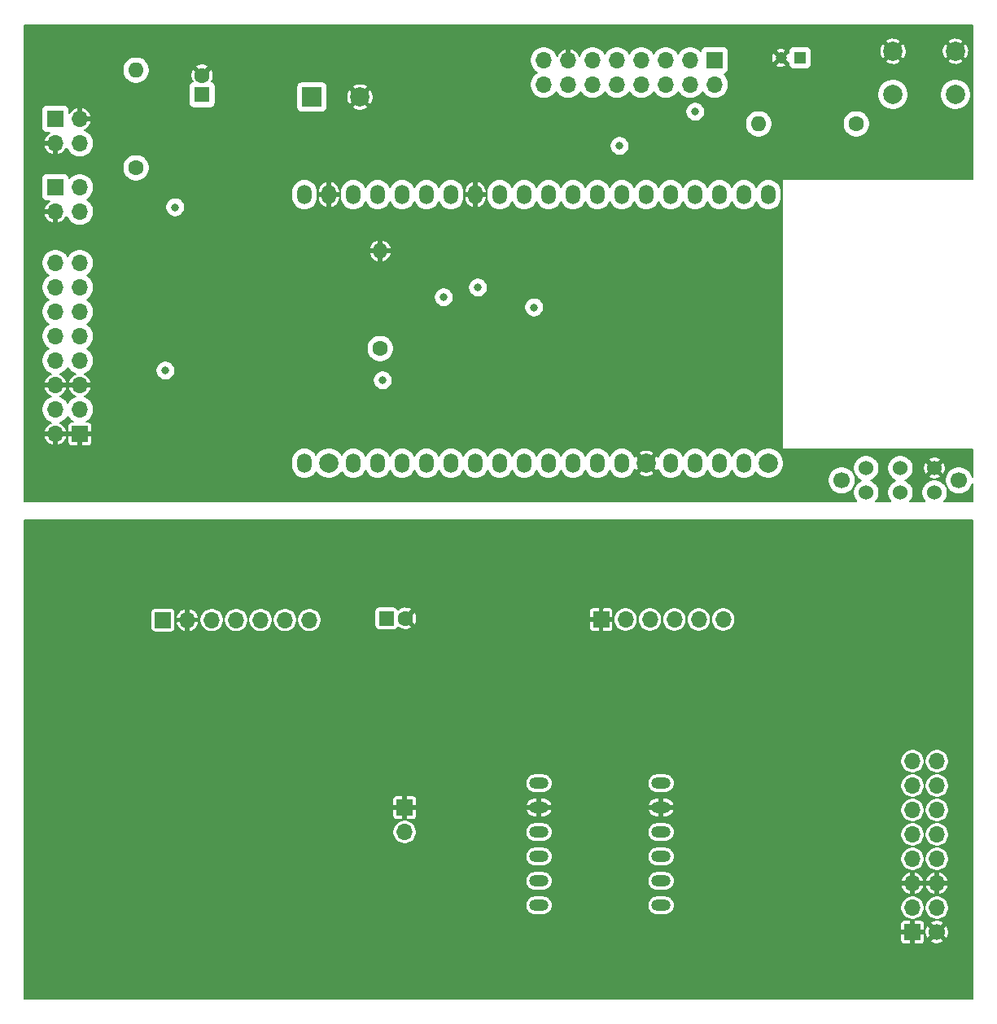
<source format=gbr>
G04 #@! TF.GenerationSoftware,KiCad,Pcbnew,(5.1.5)-3*
G04 #@! TF.CreationDate,2020-01-27T16:03:33-05:00*
G04 #@! TF.ProjectId,CombinedPnl_pcb,436f6d62-696e-4656-9450-6e6c5f706362,rev?*
G04 #@! TF.SameCoordinates,Original*
G04 #@! TF.FileFunction,Copper,L3,Inr*
G04 #@! TF.FilePolarity,Positive*
%FSLAX46Y46*%
G04 Gerber Fmt 4.6, Leading zero omitted, Abs format (unit mm)*
G04 Created by KiCad (PCBNEW (5.1.5)-3) date 2020-01-27 16:03:33*
%MOMM*%
%LPD*%
G04 APERTURE LIST*
%ADD10C,1.700000*%
%ADD11C,1.524000*%
%ADD12C,2.000000*%
%ADD13C,1.600000*%
%ADD14O,1.600000X1.600000*%
%ADD15O,1.700000X1.700000*%
%ADD16R,1.700000X1.700000*%
%ADD17R,2.000000X2.000000*%
%ADD18O,1.500000X2.000000*%
%ADD19C,1.200000*%
%ADD20R,1.200000X1.200000*%
%ADD21R,1.600000X1.600000*%
%ADD22O,2.000000X1.200000*%
%ADD23C,0.800000*%
%ADD24C,0.200000*%
G04 APERTURE END LIST*
D10*
X192024000Y-86614000D03*
X179832000Y-86614000D03*
D11*
X185928000Y-85344000D03*
X189484000Y-85344000D03*
X182372000Y-85344000D03*
X189484000Y-87884000D03*
X185928000Y-87884000D03*
X182372000Y-87884000D03*
D12*
X191666000Y-46482000D03*
X191666000Y-41982000D03*
X185166000Y-46482000D03*
X185166000Y-41982000D03*
D13*
X106426000Y-54102000D03*
D14*
X106426000Y-43942000D03*
D15*
X100584000Y-51562000D03*
X98044000Y-51562000D03*
X100584000Y-49022000D03*
D16*
X98044000Y-49022000D03*
D12*
X129714000Y-46736000D03*
D17*
X124714000Y-46736000D03*
D16*
X166624000Y-42926000D03*
D15*
X166624000Y-45466000D03*
X164084000Y-42926000D03*
X164084000Y-45466000D03*
X161544000Y-42926000D03*
X161544000Y-45466000D03*
X159004000Y-42926000D03*
X159004000Y-45466000D03*
X156464000Y-42926000D03*
X156464000Y-45466000D03*
X153924000Y-42926000D03*
X153924000Y-45466000D03*
X151384000Y-42926000D03*
X151384000Y-45466000D03*
X148844000Y-42926000D03*
X148844000Y-45466000D03*
D18*
X123952000Y-56896000D03*
X123952000Y-84836000D03*
X126492000Y-56896000D03*
D12*
X126492000Y-84836000D03*
D18*
X129032000Y-56896000D03*
X129032000Y-84836000D03*
X131572000Y-56896000D03*
X131572000Y-84836000D03*
X134112000Y-56896000D03*
X134112000Y-84836000D03*
X136652000Y-56896000D03*
X136652000Y-84836000D03*
X139192000Y-56896000D03*
X139192000Y-84836000D03*
X141732000Y-56896000D03*
X141732000Y-84836000D03*
X144272000Y-56896000D03*
X144272000Y-84836000D03*
X146812000Y-56896000D03*
X146812000Y-84836000D03*
X149352000Y-56896000D03*
X149352000Y-84836000D03*
X151892000Y-56896000D03*
X151892000Y-84836000D03*
X154432000Y-56896000D03*
X154432000Y-84836000D03*
X156972000Y-56896000D03*
X156972000Y-84836000D03*
X159512000Y-56896000D03*
D12*
X159512000Y-84836000D03*
D18*
X162052000Y-56896000D03*
X162052000Y-84836000D03*
X164592000Y-56896000D03*
X164592000Y-84836000D03*
X167132000Y-56896000D03*
X167132000Y-84836000D03*
X169672000Y-56896000D03*
X169672000Y-84836000D03*
X172212000Y-56896000D03*
D12*
X172212000Y-84836000D03*
D15*
X98044000Y-64008000D03*
X100584000Y-64008000D03*
X98044000Y-66548000D03*
X100584000Y-66548000D03*
X98044000Y-69088000D03*
X100584000Y-69088000D03*
X98044000Y-71628000D03*
X100584000Y-71628000D03*
X98044000Y-74168000D03*
X100584000Y-74168000D03*
X98044000Y-76708000D03*
X100584000Y-76708000D03*
X98044000Y-79248000D03*
X100584000Y-79248000D03*
X98044000Y-81788000D03*
D16*
X100584000Y-81788000D03*
X98044000Y-56134000D03*
D15*
X100584000Y-56134000D03*
X98044000Y-58674000D03*
X100584000Y-58674000D03*
D14*
X171196000Y-49530000D03*
D13*
X181356000Y-49530000D03*
D19*
X173514000Y-42672000D03*
D20*
X175514000Y-42672000D03*
D14*
X131826000Y-62738000D03*
D13*
X131826000Y-72898000D03*
X113284000Y-44482000D03*
D21*
X113284000Y-46482000D03*
D15*
X167513000Y-101092000D03*
X164973000Y-101092000D03*
X162433000Y-101092000D03*
X159893000Y-101092000D03*
X157353000Y-101092000D03*
D16*
X154813000Y-101092000D03*
D15*
X134366000Y-123190000D03*
D16*
X134366000Y-120650000D03*
D10*
X189738000Y-133604000D03*
D16*
X187198000Y-133604000D03*
D15*
X189738000Y-131064000D03*
X187198000Y-131064000D03*
X189738000Y-128524000D03*
X187198000Y-128524000D03*
X189738000Y-125984000D03*
X187198000Y-125984000D03*
X189738000Y-123444000D03*
X187198000Y-123444000D03*
X189738000Y-120904000D03*
X187198000Y-120904000D03*
X189738000Y-118364000D03*
X187198000Y-118364000D03*
X189738000Y-115824000D03*
X187198000Y-115824000D03*
X124460000Y-101139001D03*
X121920000Y-101139001D03*
X119380000Y-101139001D03*
X116840000Y-101139001D03*
X114300000Y-101139001D03*
X111760000Y-101139001D03*
D16*
X109220000Y-101139001D03*
D22*
X148336000Y-130810000D03*
X161036000Y-130810000D03*
X148336000Y-128270000D03*
X161036000Y-128270000D03*
X148336000Y-125730000D03*
X161036000Y-125730000D03*
X148336000Y-123190000D03*
X161036000Y-123190000D03*
X148336000Y-120650000D03*
X161036000Y-120650000D03*
X148336000Y-118110000D03*
X161036000Y-118110000D03*
D13*
X134461000Y-100965000D03*
D21*
X132461000Y-100965000D03*
D23*
X141986000Y-66548000D03*
X147827996Y-68616990D03*
X138430000Y-67564012D03*
X164592000Y-48260000D03*
X132080000Y-76200000D03*
X110490000Y-58202990D03*
X109474000Y-75184000D03*
X156718000Y-51816000D03*
D24*
G36*
X193448000Y-55272000D02*
G01*
X173736000Y-55272000D01*
X173716491Y-55273921D01*
X173697732Y-55279612D01*
X173680443Y-55288853D01*
X173665289Y-55301289D01*
X173652853Y-55316443D01*
X173643612Y-55333732D01*
X173637921Y-55352491D01*
X173636000Y-55372000D01*
X173636000Y-83312000D01*
X173637921Y-83331509D01*
X173643612Y-83350268D01*
X173652853Y-83367557D01*
X173665289Y-83382711D01*
X173680443Y-83395147D01*
X173697732Y-83404388D01*
X173716491Y-83410079D01*
X173736000Y-83412000D01*
X193448000Y-83412000D01*
X193448000Y-86299469D01*
X193425970Y-86188717D01*
X193316063Y-85923378D01*
X193156503Y-85684579D01*
X192953421Y-85481497D01*
X192714622Y-85321937D01*
X192449283Y-85212030D01*
X192167601Y-85156000D01*
X191880399Y-85156000D01*
X191598717Y-85212030D01*
X191333378Y-85321937D01*
X191094579Y-85481497D01*
X190891497Y-85684579D01*
X190731937Y-85923378D01*
X190622030Y-86188717D01*
X190566000Y-86470399D01*
X190566000Y-86757601D01*
X190622030Y-87039283D01*
X190731937Y-87304622D01*
X190891497Y-87543421D01*
X191094579Y-87746503D01*
X191333378Y-87906063D01*
X191598717Y-88015970D01*
X191880399Y-88072000D01*
X192167601Y-88072000D01*
X192449283Y-88015970D01*
X192714622Y-87906063D01*
X192953421Y-87746503D01*
X193156503Y-87543421D01*
X193316063Y-87304622D01*
X193425970Y-87039283D01*
X193448000Y-86928531D01*
X193448000Y-88800000D01*
X190505473Y-88800000D01*
X190548149Y-88757324D01*
X190698078Y-88532938D01*
X190801352Y-88283614D01*
X190854000Y-88018933D01*
X190854000Y-87749067D01*
X190801352Y-87484386D01*
X190698078Y-87235062D01*
X190548149Y-87010676D01*
X190357324Y-86819851D01*
X190132938Y-86669922D01*
X189883614Y-86566648D01*
X189618933Y-86514000D01*
X189349067Y-86514000D01*
X189084386Y-86566648D01*
X188835062Y-86669922D01*
X188610676Y-86819851D01*
X188419851Y-87010676D01*
X188269922Y-87235062D01*
X188166648Y-87484386D01*
X188114000Y-87749067D01*
X188114000Y-88018933D01*
X188166648Y-88283614D01*
X188269922Y-88532938D01*
X188419851Y-88757324D01*
X188462527Y-88800000D01*
X186949473Y-88800000D01*
X186992149Y-88757324D01*
X187142078Y-88532938D01*
X187245352Y-88283614D01*
X187298000Y-88018933D01*
X187298000Y-87749067D01*
X187245352Y-87484386D01*
X187142078Y-87235062D01*
X186992149Y-87010676D01*
X186801324Y-86819851D01*
X186576938Y-86669922D01*
X186441931Y-86614000D01*
X186576938Y-86558078D01*
X186801324Y-86408149D01*
X186992149Y-86217324D01*
X187005394Y-86197501D01*
X188842632Y-86197501D01*
X188924728Y-86368967D01*
X189135435Y-86458381D01*
X189359538Y-86504970D01*
X189588423Y-86506944D01*
X189813296Y-86464226D01*
X190025514Y-86378459D01*
X190043272Y-86368967D01*
X190125368Y-86197501D01*
X189484000Y-85556132D01*
X188842632Y-86197501D01*
X187005394Y-86197501D01*
X187142078Y-85992938D01*
X187245352Y-85743614D01*
X187298000Y-85478933D01*
X187298000Y-85448423D01*
X188321056Y-85448423D01*
X188363774Y-85673296D01*
X188449541Y-85885514D01*
X188459033Y-85903272D01*
X188630499Y-85985368D01*
X189271868Y-85344000D01*
X189696132Y-85344000D01*
X190337501Y-85985368D01*
X190508967Y-85903272D01*
X190598381Y-85692565D01*
X190644970Y-85468462D01*
X190646944Y-85239577D01*
X190604226Y-85014704D01*
X190518459Y-84802486D01*
X190508967Y-84784728D01*
X190337501Y-84702632D01*
X189696132Y-85344000D01*
X189271868Y-85344000D01*
X188630499Y-84702632D01*
X188459033Y-84784728D01*
X188369619Y-84995435D01*
X188323030Y-85219538D01*
X188321056Y-85448423D01*
X187298000Y-85448423D01*
X187298000Y-85209067D01*
X187245352Y-84944386D01*
X187142078Y-84695062D01*
X187005395Y-84490499D01*
X188842632Y-84490499D01*
X189484000Y-85131868D01*
X190125368Y-84490499D01*
X190043272Y-84319033D01*
X189832565Y-84229619D01*
X189608462Y-84183030D01*
X189379577Y-84181056D01*
X189154704Y-84223774D01*
X188942486Y-84309541D01*
X188924728Y-84319033D01*
X188842632Y-84490499D01*
X187005395Y-84490499D01*
X186992149Y-84470676D01*
X186801324Y-84279851D01*
X186576938Y-84129922D01*
X186327614Y-84026648D01*
X186062933Y-83974000D01*
X185793067Y-83974000D01*
X185528386Y-84026648D01*
X185279062Y-84129922D01*
X185054676Y-84279851D01*
X184863851Y-84470676D01*
X184713922Y-84695062D01*
X184610648Y-84944386D01*
X184558000Y-85209067D01*
X184558000Y-85478933D01*
X184610648Y-85743614D01*
X184713922Y-85992938D01*
X184863851Y-86217324D01*
X185054676Y-86408149D01*
X185279062Y-86558078D01*
X185414069Y-86614000D01*
X185279062Y-86669922D01*
X185054676Y-86819851D01*
X184863851Y-87010676D01*
X184713922Y-87235062D01*
X184610648Y-87484386D01*
X184558000Y-87749067D01*
X184558000Y-88018933D01*
X184610648Y-88283614D01*
X184713922Y-88532938D01*
X184863851Y-88757324D01*
X184906527Y-88800000D01*
X183393473Y-88800000D01*
X183436149Y-88757324D01*
X183586078Y-88532938D01*
X183689352Y-88283614D01*
X183742000Y-88018933D01*
X183742000Y-87749067D01*
X183689352Y-87484386D01*
X183586078Y-87235062D01*
X183436149Y-87010676D01*
X183245324Y-86819851D01*
X183020938Y-86669922D01*
X182885931Y-86614000D01*
X183020938Y-86558078D01*
X183245324Y-86408149D01*
X183436149Y-86217324D01*
X183586078Y-85992938D01*
X183689352Y-85743614D01*
X183742000Y-85478933D01*
X183742000Y-85209067D01*
X183689352Y-84944386D01*
X183586078Y-84695062D01*
X183436149Y-84470676D01*
X183245324Y-84279851D01*
X183020938Y-84129922D01*
X182771614Y-84026648D01*
X182506933Y-83974000D01*
X182237067Y-83974000D01*
X181972386Y-84026648D01*
X181723062Y-84129922D01*
X181498676Y-84279851D01*
X181307851Y-84470676D01*
X181157922Y-84695062D01*
X181054648Y-84944386D01*
X181002000Y-85209067D01*
X181002000Y-85478933D01*
X181054648Y-85743614D01*
X181157922Y-85992938D01*
X181307851Y-86217324D01*
X181498676Y-86408149D01*
X181723062Y-86558078D01*
X181858069Y-86614000D01*
X181723062Y-86669922D01*
X181498676Y-86819851D01*
X181307851Y-87010676D01*
X181157922Y-87235062D01*
X181054648Y-87484386D01*
X181002000Y-87749067D01*
X181002000Y-88018933D01*
X181054648Y-88283614D01*
X181157922Y-88532938D01*
X181307851Y-88757324D01*
X181350527Y-88800000D01*
X94842000Y-88800000D01*
X94842000Y-86470399D01*
X178374000Y-86470399D01*
X178374000Y-86757601D01*
X178430030Y-87039283D01*
X178539937Y-87304622D01*
X178699497Y-87543421D01*
X178902579Y-87746503D01*
X179141378Y-87906063D01*
X179406717Y-88015970D01*
X179688399Y-88072000D01*
X179975601Y-88072000D01*
X180257283Y-88015970D01*
X180522622Y-87906063D01*
X180761421Y-87746503D01*
X180964503Y-87543421D01*
X181124063Y-87304622D01*
X181233970Y-87039283D01*
X181290000Y-86757601D01*
X181290000Y-86470399D01*
X181233970Y-86188717D01*
X181124063Y-85923378D01*
X180964503Y-85684579D01*
X180761421Y-85481497D01*
X180522622Y-85321937D01*
X180257283Y-85212030D01*
X179975601Y-85156000D01*
X179688399Y-85156000D01*
X179406717Y-85212030D01*
X179141378Y-85321937D01*
X178902579Y-85481497D01*
X178699497Y-85684579D01*
X178539937Y-85923378D01*
X178430030Y-86188717D01*
X178374000Y-86470399D01*
X94842000Y-86470399D01*
X94842000Y-84519295D01*
X122594000Y-84519295D01*
X122594000Y-85152706D01*
X122613650Y-85352214D01*
X122691302Y-85608198D01*
X122817402Y-85844114D01*
X122987104Y-86050897D01*
X123193887Y-86220598D01*
X123429803Y-86346698D01*
X123685787Y-86424350D01*
X123952000Y-86450570D01*
X124218214Y-86424350D01*
X124474198Y-86346698D01*
X124710114Y-86220598D01*
X124916897Y-86050897D01*
X125086598Y-85844114D01*
X125151075Y-85723486D01*
X125242985Y-85861040D01*
X125466960Y-86085015D01*
X125730327Y-86260991D01*
X126022964Y-86382205D01*
X126333626Y-86444000D01*
X126650374Y-86444000D01*
X126961036Y-86382205D01*
X127253673Y-86260991D01*
X127517040Y-86085015D01*
X127741015Y-85861040D01*
X127832925Y-85723487D01*
X127897402Y-85844114D01*
X128067104Y-86050897D01*
X128273887Y-86220598D01*
X128509803Y-86346698D01*
X128765787Y-86424350D01*
X129032000Y-86450570D01*
X129298214Y-86424350D01*
X129554198Y-86346698D01*
X129790114Y-86220598D01*
X129996897Y-86050897D01*
X130166598Y-85844114D01*
X130292698Y-85608197D01*
X130302000Y-85577533D01*
X130311302Y-85608198D01*
X130437402Y-85844114D01*
X130607104Y-86050897D01*
X130813887Y-86220598D01*
X131049803Y-86346698D01*
X131305787Y-86424350D01*
X131572000Y-86450570D01*
X131838214Y-86424350D01*
X132094198Y-86346698D01*
X132330114Y-86220598D01*
X132536897Y-86050897D01*
X132706598Y-85844114D01*
X132832698Y-85608197D01*
X132842000Y-85577533D01*
X132851302Y-85608198D01*
X132977402Y-85844114D01*
X133147104Y-86050897D01*
X133353887Y-86220598D01*
X133589803Y-86346698D01*
X133845787Y-86424350D01*
X134112000Y-86450570D01*
X134378214Y-86424350D01*
X134634198Y-86346698D01*
X134870114Y-86220598D01*
X135076897Y-86050897D01*
X135246598Y-85844114D01*
X135372698Y-85608197D01*
X135382000Y-85577533D01*
X135391302Y-85608198D01*
X135517402Y-85844114D01*
X135687104Y-86050897D01*
X135893887Y-86220598D01*
X136129803Y-86346698D01*
X136385787Y-86424350D01*
X136652000Y-86450570D01*
X136918214Y-86424350D01*
X137174198Y-86346698D01*
X137410114Y-86220598D01*
X137616897Y-86050897D01*
X137786598Y-85844114D01*
X137912698Y-85608197D01*
X137922000Y-85577533D01*
X137931302Y-85608198D01*
X138057402Y-85844114D01*
X138227104Y-86050897D01*
X138433887Y-86220598D01*
X138669803Y-86346698D01*
X138925787Y-86424350D01*
X139192000Y-86450570D01*
X139458214Y-86424350D01*
X139714198Y-86346698D01*
X139950114Y-86220598D01*
X140156897Y-86050897D01*
X140326598Y-85844114D01*
X140452698Y-85608197D01*
X140462000Y-85577533D01*
X140471302Y-85608198D01*
X140597402Y-85844114D01*
X140767104Y-86050897D01*
X140973887Y-86220598D01*
X141209803Y-86346698D01*
X141465787Y-86424350D01*
X141732000Y-86450570D01*
X141998214Y-86424350D01*
X142254198Y-86346698D01*
X142490114Y-86220598D01*
X142696897Y-86050897D01*
X142866598Y-85844114D01*
X142992698Y-85608197D01*
X143002000Y-85577533D01*
X143011302Y-85608198D01*
X143137402Y-85844114D01*
X143307104Y-86050897D01*
X143513887Y-86220598D01*
X143749803Y-86346698D01*
X144005787Y-86424350D01*
X144272000Y-86450570D01*
X144538214Y-86424350D01*
X144794198Y-86346698D01*
X145030114Y-86220598D01*
X145236897Y-86050897D01*
X145406598Y-85844114D01*
X145532698Y-85608197D01*
X145542000Y-85577533D01*
X145551302Y-85608198D01*
X145677402Y-85844114D01*
X145847104Y-86050897D01*
X146053887Y-86220598D01*
X146289803Y-86346698D01*
X146545787Y-86424350D01*
X146812000Y-86450570D01*
X147078214Y-86424350D01*
X147334198Y-86346698D01*
X147570114Y-86220598D01*
X147776897Y-86050897D01*
X147946598Y-85844114D01*
X148072698Y-85608197D01*
X148082000Y-85577533D01*
X148091302Y-85608198D01*
X148217402Y-85844114D01*
X148387104Y-86050897D01*
X148593887Y-86220598D01*
X148829803Y-86346698D01*
X149085787Y-86424350D01*
X149352000Y-86450570D01*
X149618214Y-86424350D01*
X149874198Y-86346698D01*
X150110114Y-86220598D01*
X150316897Y-86050897D01*
X150486598Y-85844114D01*
X150612698Y-85608197D01*
X150622000Y-85577533D01*
X150631302Y-85608198D01*
X150757402Y-85844114D01*
X150927104Y-86050897D01*
X151133887Y-86220598D01*
X151369803Y-86346698D01*
X151625787Y-86424350D01*
X151892000Y-86450570D01*
X152158214Y-86424350D01*
X152414198Y-86346698D01*
X152650114Y-86220598D01*
X152856897Y-86050897D01*
X153026598Y-85844114D01*
X153152698Y-85608197D01*
X153162000Y-85577533D01*
X153171302Y-85608198D01*
X153297402Y-85844114D01*
X153467104Y-86050897D01*
X153673887Y-86220598D01*
X153909803Y-86346698D01*
X154165787Y-86424350D01*
X154432000Y-86450570D01*
X154698214Y-86424350D01*
X154954198Y-86346698D01*
X155190114Y-86220598D01*
X155396897Y-86050897D01*
X155566598Y-85844114D01*
X155692698Y-85608197D01*
X155702000Y-85577533D01*
X155711302Y-85608198D01*
X155837402Y-85844114D01*
X156007104Y-86050897D01*
X156213887Y-86220598D01*
X156449803Y-86346698D01*
X156705787Y-86424350D01*
X156972000Y-86450570D01*
X157238214Y-86424350D01*
X157494198Y-86346698D01*
X157730114Y-86220598D01*
X157936897Y-86050897D01*
X158093571Y-85859987D01*
X158700145Y-85859987D01*
X158811186Y-86055784D01*
X159062620Y-86169068D01*
X159331324Y-86231124D01*
X159606971Y-86239565D01*
X159878968Y-86194069D01*
X160136862Y-86096382D01*
X160212814Y-86055784D01*
X160323855Y-85859987D01*
X159512000Y-85048132D01*
X158700145Y-85859987D01*
X158093571Y-85859987D01*
X158106598Y-85844114D01*
X158232698Y-85608197D01*
X158268060Y-85491623D01*
X158292216Y-85536814D01*
X158488013Y-85647855D01*
X159299868Y-84836000D01*
X159724132Y-84836000D01*
X160535987Y-85647855D01*
X160731784Y-85536814D01*
X160754413Y-85486590D01*
X160791302Y-85608198D01*
X160917402Y-85844114D01*
X161087104Y-86050897D01*
X161293887Y-86220598D01*
X161529803Y-86346698D01*
X161785787Y-86424350D01*
X162052000Y-86450570D01*
X162318214Y-86424350D01*
X162574198Y-86346698D01*
X162810114Y-86220598D01*
X163016897Y-86050897D01*
X163186598Y-85844114D01*
X163312698Y-85608197D01*
X163322000Y-85577533D01*
X163331302Y-85608198D01*
X163457402Y-85844114D01*
X163627104Y-86050897D01*
X163833887Y-86220598D01*
X164069803Y-86346698D01*
X164325787Y-86424350D01*
X164592000Y-86450570D01*
X164858214Y-86424350D01*
X165114198Y-86346698D01*
X165350114Y-86220598D01*
X165556897Y-86050897D01*
X165726598Y-85844114D01*
X165852698Y-85608197D01*
X165862000Y-85577533D01*
X165871302Y-85608198D01*
X165997402Y-85844114D01*
X166167104Y-86050897D01*
X166373887Y-86220598D01*
X166609803Y-86346698D01*
X166865787Y-86424350D01*
X167132000Y-86450570D01*
X167398214Y-86424350D01*
X167654198Y-86346698D01*
X167890114Y-86220598D01*
X168096897Y-86050897D01*
X168266598Y-85844114D01*
X168392698Y-85608197D01*
X168402000Y-85577533D01*
X168411302Y-85608198D01*
X168537402Y-85844114D01*
X168707104Y-86050897D01*
X168913887Y-86220598D01*
X169149803Y-86346698D01*
X169405787Y-86424350D01*
X169672000Y-86450570D01*
X169938214Y-86424350D01*
X170194198Y-86346698D01*
X170430114Y-86220598D01*
X170636897Y-86050897D01*
X170806598Y-85844114D01*
X170871075Y-85723486D01*
X170962985Y-85861040D01*
X171186960Y-86085015D01*
X171450327Y-86260991D01*
X171742964Y-86382205D01*
X172053626Y-86444000D01*
X172370374Y-86444000D01*
X172681036Y-86382205D01*
X172973673Y-86260991D01*
X173237040Y-86085015D01*
X173461015Y-85861040D01*
X173636991Y-85597673D01*
X173758205Y-85305036D01*
X173820000Y-84994374D01*
X173820000Y-84677626D01*
X173758205Y-84366964D01*
X173636991Y-84074327D01*
X173461015Y-83810960D01*
X173237040Y-83586985D01*
X172973673Y-83411009D01*
X172681036Y-83289795D01*
X172370374Y-83228000D01*
X172053626Y-83228000D01*
X171742964Y-83289795D01*
X171450327Y-83411009D01*
X171186960Y-83586985D01*
X170962985Y-83810960D01*
X170871075Y-83948513D01*
X170806598Y-83827886D01*
X170636896Y-83621103D01*
X170430113Y-83451402D01*
X170194197Y-83325302D01*
X169938213Y-83247650D01*
X169672000Y-83221430D01*
X169405786Y-83247650D01*
X169149802Y-83325302D01*
X168913886Y-83451402D01*
X168707103Y-83621104D01*
X168537402Y-83827887D01*
X168411302Y-84063803D01*
X168402000Y-84094467D01*
X168392698Y-84063802D01*
X168266598Y-83827886D01*
X168096896Y-83621103D01*
X167890113Y-83451402D01*
X167654197Y-83325302D01*
X167398213Y-83247650D01*
X167132000Y-83221430D01*
X166865786Y-83247650D01*
X166609802Y-83325302D01*
X166373886Y-83451402D01*
X166167103Y-83621104D01*
X165997402Y-83827887D01*
X165871302Y-84063803D01*
X165862000Y-84094467D01*
X165852698Y-84063802D01*
X165726598Y-83827886D01*
X165556896Y-83621103D01*
X165350113Y-83451402D01*
X165114197Y-83325302D01*
X164858213Y-83247650D01*
X164592000Y-83221430D01*
X164325786Y-83247650D01*
X164069802Y-83325302D01*
X163833886Y-83451402D01*
X163627103Y-83621104D01*
X163457402Y-83827887D01*
X163331302Y-84063803D01*
X163322000Y-84094467D01*
X163312698Y-84063802D01*
X163186598Y-83827886D01*
X163016896Y-83621103D01*
X162810113Y-83451402D01*
X162574197Y-83325302D01*
X162318213Y-83247650D01*
X162052000Y-83221430D01*
X161785786Y-83247650D01*
X161529802Y-83325302D01*
X161293886Y-83451402D01*
X161087103Y-83621104D01*
X160917402Y-83827887D01*
X160791302Y-84063803D01*
X160755940Y-84180377D01*
X160731784Y-84135186D01*
X160535987Y-84024145D01*
X159724132Y-84836000D01*
X159299868Y-84836000D01*
X158488013Y-84024145D01*
X158292216Y-84135186D01*
X158269587Y-84185410D01*
X158232698Y-84063802D01*
X158106598Y-83827886D01*
X158093572Y-83812013D01*
X158700145Y-83812013D01*
X159512000Y-84623868D01*
X160323855Y-83812013D01*
X160212814Y-83616216D01*
X159961380Y-83502932D01*
X159692676Y-83440876D01*
X159417029Y-83432435D01*
X159145032Y-83477931D01*
X158887138Y-83575618D01*
X158811186Y-83616216D01*
X158700145Y-83812013D01*
X158093572Y-83812013D01*
X157936896Y-83621103D01*
X157730113Y-83451402D01*
X157494197Y-83325302D01*
X157238213Y-83247650D01*
X156972000Y-83221430D01*
X156705786Y-83247650D01*
X156449802Y-83325302D01*
X156213886Y-83451402D01*
X156007103Y-83621104D01*
X155837402Y-83827887D01*
X155711302Y-84063803D01*
X155702000Y-84094467D01*
X155692698Y-84063802D01*
X155566598Y-83827886D01*
X155396896Y-83621103D01*
X155190113Y-83451402D01*
X154954197Y-83325302D01*
X154698213Y-83247650D01*
X154432000Y-83221430D01*
X154165786Y-83247650D01*
X153909802Y-83325302D01*
X153673886Y-83451402D01*
X153467103Y-83621104D01*
X153297402Y-83827887D01*
X153171302Y-84063803D01*
X153162000Y-84094467D01*
X153152698Y-84063802D01*
X153026598Y-83827886D01*
X152856896Y-83621103D01*
X152650113Y-83451402D01*
X152414197Y-83325302D01*
X152158213Y-83247650D01*
X151892000Y-83221430D01*
X151625786Y-83247650D01*
X151369802Y-83325302D01*
X151133886Y-83451402D01*
X150927103Y-83621104D01*
X150757402Y-83827887D01*
X150631302Y-84063803D01*
X150622000Y-84094467D01*
X150612698Y-84063802D01*
X150486598Y-83827886D01*
X150316896Y-83621103D01*
X150110113Y-83451402D01*
X149874197Y-83325302D01*
X149618213Y-83247650D01*
X149352000Y-83221430D01*
X149085786Y-83247650D01*
X148829802Y-83325302D01*
X148593886Y-83451402D01*
X148387103Y-83621104D01*
X148217402Y-83827887D01*
X148091302Y-84063803D01*
X148082000Y-84094467D01*
X148072698Y-84063802D01*
X147946598Y-83827886D01*
X147776896Y-83621103D01*
X147570113Y-83451402D01*
X147334197Y-83325302D01*
X147078213Y-83247650D01*
X146812000Y-83221430D01*
X146545786Y-83247650D01*
X146289802Y-83325302D01*
X146053886Y-83451402D01*
X145847103Y-83621104D01*
X145677402Y-83827887D01*
X145551302Y-84063803D01*
X145542000Y-84094467D01*
X145532698Y-84063802D01*
X145406598Y-83827886D01*
X145236896Y-83621103D01*
X145030113Y-83451402D01*
X144794197Y-83325302D01*
X144538213Y-83247650D01*
X144272000Y-83221430D01*
X144005786Y-83247650D01*
X143749802Y-83325302D01*
X143513886Y-83451402D01*
X143307103Y-83621104D01*
X143137402Y-83827887D01*
X143011302Y-84063803D01*
X143002000Y-84094467D01*
X142992698Y-84063802D01*
X142866598Y-83827886D01*
X142696896Y-83621103D01*
X142490113Y-83451402D01*
X142254197Y-83325302D01*
X141998213Y-83247650D01*
X141732000Y-83221430D01*
X141465786Y-83247650D01*
X141209802Y-83325302D01*
X140973886Y-83451402D01*
X140767103Y-83621104D01*
X140597402Y-83827887D01*
X140471302Y-84063803D01*
X140462000Y-84094467D01*
X140452698Y-84063802D01*
X140326598Y-83827886D01*
X140156896Y-83621103D01*
X139950113Y-83451402D01*
X139714197Y-83325302D01*
X139458213Y-83247650D01*
X139192000Y-83221430D01*
X138925786Y-83247650D01*
X138669802Y-83325302D01*
X138433886Y-83451402D01*
X138227103Y-83621104D01*
X138057402Y-83827887D01*
X137931302Y-84063803D01*
X137922000Y-84094467D01*
X137912698Y-84063802D01*
X137786598Y-83827886D01*
X137616896Y-83621103D01*
X137410113Y-83451402D01*
X137174197Y-83325302D01*
X136918213Y-83247650D01*
X136652000Y-83221430D01*
X136385786Y-83247650D01*
X136129802Y-83325302D01*
X135893886Y-83451402D01*
X135687103Y-83621104D01*
X135517402Y-83827887D01*
X135391302Y-84063803D01*
X135382000Y-84094467D01*
X135372698Y-84063802D01*
X135246598Y-83827886D01*
X135076896Y-83621103D01*
X134870113Y-83451402D01*
X134634197Y-83325302D01*
X134378213Y-83247650D01*
X134112000Y-83221430D01*
X133845786Y-83247650D01*
X133589802Y-83325302D01*
X133353886Y-83451402D01*
X133147103Y-83621104D01*
X132977402Y-83827887D01*
X132851302Y-84063803D01*
X132842000Y-84094467D01*
X132832698Y-84063802D01*
X132706598Y-83827886D01*
X132536896Y-83621103D01*
X132330113Y-83451402D01*
X132094197Y-83325302D01*
X131838213Y-83247650D01*
X131572000Y-83221430D01*
X131305786Y-83247650D01*
X131049802Y-83325302D01*
X130813886Y-83451402D01*
X130607103Y-83621104D01*
X130437402Y-83827887D01*
X130311302Y-84063803D01*
X130302000Y-84094467D01*
X130292698Y-84063802D01*
X130166598Y-83827886D01*
X129996896Y-83621103D01*
X129790113Y-83451402D01*
X129554197Y-83325302D01*
X129298213Y-83247650D01*
X129032000Y-83221430D01*
X128765786Y-83247650D01*
X128509802Y-83325302D01*
X128273886Y-83451402D01*
X128067103Y-83621104D01*
X127897402Y-83827887D01*
X127832925Y-83948514D01*
X127741015Y-83810960D01*
X127517040Y-83586985D01*
X127253673Y-83411009D01*
X126961036Y-83289795D01*
X126650374Y-83228000D01*
X126333626Y-83228000D01*
X126022964Y-83289795D01*
X125730327Y-83411009D01*
X125466960Y-83586985D01*
X125242985Y-83810960D01*
X125151075Y-83948513D01*
X125086598Y-83827886D01*
X124916896Y-83621103D01*
X124710113Y-83451402D01*
X124474197Y-83325302D01*
X124218213Y-83247650D01*
X123952000Y-83221430D01*
X123685786Y-83247650D01*
X123429802Y-83325302D01*
X123193886Y-83451402D01*
X122987103Y-83621104D01*
X122817402Y-83827887D01*
X122691302Y-84063803D01*
X122613650Y-84319787D01*
X122594000Y-84519295D01*
X94842000Y-84519295D01*
X94842000Y-82130283D01*
X96841777Y-82130283D01*
X96854220Y-82171325D01*
X96951864Y-82396074D01*
X97091478Y-82597455D01*
X97267697Y-82767729D01*
X97473749Y-82900353D01*
X97701716Y-82990230D01*
X97894000Y-82928974D01*
X97894000Y-81938000D01*
X98194000Y-81938000D01*
X98194000Y-82928974D01*
X98386284Y-82990230D01*
X98614251Y-82900353D01*
X98820303Y-82767729D01*
X98954561Y-82638000D01*
X99332065Y-82638000D01*
X99339788Y-82716414D01*
X99362660Y-82791814D01*
X99399803Y-82861303D01*
X99449789Y-82922211D01*
X99510697Y-82972197D01*
X99580186Y-83009340D01*
X99655586Y-83032212D01*
X99734000Y-83039935D01*
X100334000Y-83038000D01*
X100434000Y-82938000D01*
X100434000Y-81938000D01*
X100734000Y-81938000D01*
X100734000Y-82938000D01*
X100834000Y-83038000D01*
X101434000Y-83039935D01*
X101512414Y-83032212D01*
X101587814Y-83009340D01*
X101657303Y-82972197D01*
X101718211Y-82922211D01*
X101768197Y-82861303D01*
X101805340Y-82791814D01*
X101828212Y-82716414D01*
X101835935Y-82638000D01*
X101834000Y-82038000D01*
X101734000Y-81938000D01*
X100734000Y-81938000D01*
X100434000Y-81938000D01*
X99434000Y-81938000D01*
X99334000Y-82038000D01*
X99332065Y-82638000D01*
X98954561Y-82638000D01*
X98996522Y-82597455D01*
X99136136Y-82396074D01*
X99233780Y-82171325D01*
X99246223Y-82130283D01*
X99184175Y-81938000D01*
X98194000Y-81938000D01*
X97894000Y-81938000D01*
X96903825Y-81938000D01*
X96841777Y-82130283D01*
X94842000Y-82130283D01*
X94842000Y-79104399D01*
X96586000Y-79104399D01*
X96586000Y-79391601D01*
X96642030Y-79673283D01*
X96751937Y-79938622D01*
X96911497Y-80177421D01*
X97114579Y-80380503D01*
X97353378Y-80540063D01*
X97579783Y-80633843D01*
X97473749Y-80675647D01*
X97267697Y-80808271D01*
X97091478Y-80978545D01*
X96951864Y-81179926D01*
X96854220Y-81404675D01*
X96841777Y-81445717D01*
X96903825Y-81638000D01*
X97894000Y-81638000D01*
X97894000Y-81618000D01*
X98194000Y-81618000D01*
X98194000Y-81638000D01*
X99184175Y-81638000D01*
X99246223Y-81445717D01*
X99233780Y-81404675D01*
X99136136Y-81179926D01*
X98996522Y-80978545D01*
X98820303Y-80808271D01*
X98614251Y-80675647D01*
X98508217Y-80633843D01*
X98734622Y-80540063D01*
X98973421Y-80380503D01*
X99176503Y-80177421D01*
X99314000Y-79971642D01*
X99451497Y-80177421D01*
X99654579Y-80380503D01*
X99888139Y-80536562D01*
X99734000Y-80536065D01*
X99655586Y-80543788D01*
X99580186Y-80566660D01*
X99510697Y-80603803D01*
X99449789Y-80653789D01*
X99399803Y-80714697D01*
X99362660Y-80784186D01*
X99339788Y-80859586D01*
X99332065Y-80938000D01*
X99334000Y-81538000D01*
X99434000Y-81638000D01*
X100434000Y-81638000D01*
X100434000Y-81618000D01*
X100734000Y-81618000D01*
X100734000Y-81638000D01*
X101734000Y-81638000D01*
X101834000Y-81538000D01*
X101835935Y-80938000D01*
X101828212Y-80859586D01*
X101805340Y-80784186D01*
X101768197Y-80714697D01*
X101718211Y-80653789D01*
X101657303Y-80603803D01*
X101587814Y-80566660D01*
X101512414Y-80543788D01*
X101434000Y-80536065D01*
X101279861Y-80536562D01*
X101513421Y-80380503D01*
X101716503Y-80177421D01*
X101876063Y-79938622D01*
X101985970Y-79673283D01*
X102042000Y-79391601D01*
X102042000Y-79104399D01*
X101985970Y-78822717D01*
X101876063Y-78557378D01*
X101716503Y-78318579D01*
X101513421Y-78115497D01*
X101274622Y-77955937D01*
X101048217Y-77862157D01*
X101154251Y-77820353D01*
X101360303Y-77687729D01*
X101536522Y-77517455D01*
X101676136Y-77316074D01*
X101773780Y-77091325D01*
X101786223Y-77050283D01*
X101724175Y-76858000D01*
X100734000Y-76858000D01*
X100734000Y-76878000D01*
X100434000Y-76878000D01*
X100434000Y-76858000D01*
X99443825Y-76858000D01*
X99381777Y-77050283D01*
X99394220Y-77091325D01*
X99491864Y-77316074D01*
X99631478Y-77517455D01*
X99807697Y-77687729D01*
X100013749Y-77820353D01*
X100119783Y-77862157D01*
X99893378Y-77955937D01*
X99654579Y-78115497D01*
X99451497Y-78318579D01*
X99314000Y-78524358D01*
X99176503Y-78318579D01*
X98973421Y-78115497D01*
X98734622Y-77955937D01*
X98508217Y-77862157D01*
X98614251Y-77820353D01*
X98820303Y-77687729D01*
X98996522Y-77517455D01*
X99136136Y-77316074D01*
X99233780Y-77091325D01*
X99246223Y-77050283D01*
X99184175Y-76858000D01*
X98194000Y-76858000D01*
X98194000Y-76878000D01*
X97894000Y-76878000D01*
X97894000Y-76858000D01*
X96903825Y-76858000D01*
X96841777Y-77050283D01*
X96854220Y-77091325D01*
X96951864Y-77316074D01*
X97091478Y-77517455D01*
X97267697Y-77687729D01*
X97473749Y-77820353D01*
X97579783Y-77862157D01*
X97353378Y-77955937D01*
X97114579Y-78115497D01*
X96911497Y-78318579D01*
X96751937Y-78557378D01*
X96642030Y-78822717D01*
X96586000Y-79104399D01*
X94842000Y-79104399D01*
X94842000Y-63864399D01*
X96586000Y-63864399D01*
X96586000Y-64151601D01*
X96642030Y-64433283D01*
X96751937Y-64698622D01*
X96911497Y-64937421D01*
X97114579Y-65140503D01*
X97320358Y-65278000D01*
X97114579Y-65415497D01*
X96911497Y-65618579D01*
X96751937Y-65857378D01*
X96642030Y-66122717D01*
X96586000Y-66404399D01*
X96586000Y-66691601D01*
X96642030Y-66973283D01*
X96751937Y-67238622D01*
X96911497Y-67477421D01*
X97114579Y-67680503D01*
X97320358Y-67818000D01*
X97114579Y-67955497D01*
X96911497Y-68158579D01*
X96751937Y-68397378D01*
X96642030Y-68662717D01*
X96586000Y-68944399D01*
X96586000Y-69231601D01*
X96642030Y-69513283D01*
X96751937Y-69778622D01*
X96911497Y-70017421D01*
X97114579Y-70220503D01*
X97320358Y-70358000D01*
X97114579Y-70495497D01*
X96911497Y-70698579D01*
X96751937Y-70937378D01*
X96642030Y-71202717D01*
X96586000Y-71484399D01*
X96586000Y-71771601D01*
X96642030Y-72053283D01*
X96751937Y-72318622D01*
X96911497Y-72557421D01*
X97114579Y-72760503D01*
X97320358Y-72898000D01*
X97114579Y-73035497D01*
X96911497Y-73238579D01*
X96751937Y-73477378D01*
X96642030Y-73742717D01*
X96586000Y-74024399D01*
X96586000Y-74311601D01*
X96642030Y-74593283D01*
X96751937Y-74858622D01*
X96911497Y-75097421D01*
X97114579Y-75300503D01*
X97353378Y-75460063D01*
X97579783Y-75553843D01*
X97473749Y-75595647D01*
X97267697Y-75728271D01*
X97091478Y-75898545D01*
X96951864Y-76099926D01*
X96854220Y-76324675D01*
X96841777Y-76365717D01*
X96903825Y-76558000D01*
X97894000Y-76558000D01*
X97894000Y-76538000D01*
X98194000Y-76538000D01*
X98194000Y-76558000D01*
X99184175Y-76558000D01*
X99246223Y-76365717D01*
X99233780Y-76324675D01*
X99136136Y-76099926D01*
X98996522Y-75898545D01*
X98820303Y-75728271D01*
X98614251Y-75595647D01*
X98508217Y-75553843D01*
X98734622Y-75460063D01*
X98973421Y-75300503D01*
X99176503Y-75097421D01*
X99314000Y-74891642D01*
X99451497Y-75097421D01*
X99654579Y-75300503D01*
X99893378Y-75460063D01*
X100119783Y-75553843D01*
X100013749Y-75595647D01*
X99807697Y-75728271D01*
X99631478Y-75898545D01*
X99491864Y-76099926D01*
X99394220Y-76324675D01*
X99381777Y-76365717D01*
X99443825Y-76558000D01*
X100434000Y-76558000D01*
X100434000Y-76538000D01*
X100734000Y-76538000D01*
X100734000Y-76558000D01*
X101724175Y-76558000D01*
X101786223Y-76365717D01*
X101773780Y-76324675D01*
X101676136Y-76099926D01*
X101536522Y-75898545D01*
X101360303Y-75728271D01*
X101154251Y-75595647D01*
X101048217Y-75553843D01*
X101274622Y-75460063D01*
X101513421Y-75300503D01*
X101716503Y-75097421D01*
X101724988Y-75084721D01*
X108466000Y-75084721D01*
X108466000Y-75283279D01*
X108504737Y-75478023D01*
X108580722Y-75661467D01*
X108691035Y-75826562D01*
X108831438Y-75966965D01*
X108996533Y-76077278D01*
X109179977Y-76153263D01*
X109374721Y-76192000D01*
X109573279Y-76192000D01*
X109768023Y-76153263D01*
X109894870Y-76100721D01*
X131072000Y-76100721D01*
X131072000Y-76299279D01*
X131110737Y-76494023D01*
X131186722Y-76677467D01*
X131297035Y-76842562D01*
X131437438Y-76982965D01*
X131602533Y-77093278D01*
X131785977Y-77169263D01*
X131980721Y-77208000D01*
X132179279Y-77208000D01*
X132374023Y-77169263D01*
X132557467Y-77093278D01*
X132722562Y-76982965D01*
X132862965Y-76842562D01*
X132973278Y-76677467D01*
X133049263Y-76494023D01*
X133088000Y-76299279D01*
X133088000Y-76100721D01*
X133049263Y-75905977D01*
X132973278Y-75722533D01*
X132862965Y-75557438D01*
X132722562Y-75417035D01*
X132557467Y-75306722D01*
X132374023Y-75230737D01*
X132179279Y-75192000D01*
X131980721Y-75192000D01*
X131785977Y-75230737D01*
X131602533Y-75306722D01*
X131437438Y-75417035D01*
X131297035Y-75557438D01*
X131186722Y-75722533D01*
X131110737Y-75905977D01*
X131072000Y-76100721D01*
X109894870Y-76100721D01*
X109951467Y-76077278D01*
X110116562Y-75966965D01*
X110256965Y-75826562D01*
X110367278Y-75661467D01*
X110443263Y-75478023D01*
X110482000Y-75283279D01*
X110482000Y-75084721D01*
X110443263Y-74889977D01*
X110367278Y-74706533D01*
X110256965Y-74541438D01*
X110116562Y-74401035D01*
X109951467Y-74290722D01*
X109768023Y-74214737D01*
X109573279Y-74176000D01*
X109374721Y-74176000D01*
X109179977Y-74214737D01*
X108996533Y-74290722D01*
X108831438Y-74401035D01*
X108691035Y-74541438D01*
X108580722Y-74706533D01*
X108504737Y-74889977D01*
X108466000Y-75084721D01*
X101724988Y-75084721D01*
X101876063Y-74858622D01*
X101985970Y-74593283D01*
X102042000Y-74311601D01*
X102042000Y-74024399D01*
X101985970Y-73742717D01*
X101876063Y-73477378D01*
X101716503Y-73238579D01*
X101513421Y-73035497D01*
X101307642Y-72898000D01*
X101513421Y-72760503D01*
X101514600Y-72759324D01*
X130418000Y-72759324D01*
X130418000Y-73036676D01*
X130472108Y-73308699D01*
X130578246Y-73564938D01*
X130732335Y-73795548D01*
X130928452Y-73991665D01*
X131159062Y-74145754D01*
X131415301Y-74251892D01*
X131687324Y-74306000D01*
X131964676Y-74306000D01*
X132236699Y-74251892D01*
X132492938Y-74145754D01*
X132723548Y-73991665D01*
X132919665Y-73795548D01*
X133073754Y-73564938D01*
X133179892Y-73308699D01*
X133234000Y-73036676D01*
X133234000Y-72759324D01*
X133179892Y-72487301D01*
X133073754Y-72231062D01*
X132919665Y-72000452D01*
X132723548Y-71804335D01*
X132492938Y-71650246D01*
X132236699Y-71544108D01*
X131964676Y-71490000D01*
X131687324Y-71490000D01*
X131415301Y-71544108D01*
X131159062Y-71650246D01*
X130928452Y-71804335D01*
X130732335Y-72000452D01*
X130578246Y-72231062D01*
X130472108Y-72487301D01*
X130418000Y-72759324D01*
X101514600Y-72759324D01*
X101716503Y-72557421D01*
X101876063Y-72318622D01*
X101985970Y-72053283D01*
X102042000Y-71771601D01*
X102042000Y-71484399D01*
X101985970Y-71202717D01*
X101876063Y-70937378D01*
X101716503Y-70698579D01*
X101513421Y-70495497D01*
X101307642Y-70358000D01*
X101513421Y-70220503D01*
X101716503Y-70017421D01*
X101876063Y-69778622D01*
X101985970Y-69513283D01*
X102042000Y-69231601D01*
X102042000Y-68944399D01*
X101985970Y-68662717D01*
X101876063Y-68397378D01*
X101716503Y-68158579D01*
X101513421Y-67955497D01*
X101307642Y-67818000D01*
X101513421Y-67680503D01*
X101716503Y-67477421D01*
X101724980Y-67464733D01*
X137422000Y-67464733D01*
X137422000Y-67663291D01*
X137460737Y-67858035D01*
X137536722Y-68041479D01*
X137647035Y-68206574D01*
X137787438Y-68346977D01*
X137952533Y-68457290D01*
X138135977Y-68533275D01*
X138330721Y-68572012D01*
X138529279Y-68572012D01*
X138724023Y-68533275D01*
X138761597Y-68517711D01*
X146819996Y-68517711D01*
X146819996Y-68716269D01*
X146858733Y-68911013D01*
X146934718Y-69094457D01*
X147045031Y-69259552D01*
X147185434Y-69399955D01*
X147350529Y-69510268D01*
X147533973Y-69586253D01*
X147728717Y-69624990D01*
X147927275Y-69624990D01*
X148122019Y-69586253D01*
X148305463Y-69510268D01*
X148470558Y-69399955D01*
X148610961Y-69259552D01*
X148721274Y-69094457D01*
X148797259Y-68911013D01*
X148835996Y-68716269D01*
X148835996Y-68517711D01*
X148797259Y-68322967D01*
X148721274Y-68139523D01*
X148610961Y-67974428D01*
X148470558Y-67834025D01*
X148305463Y-67723712D01*
X148122019Y-67647727D01*
X147927275Y-67608990D01*
X147728717Y-67608990D01*
X147533973Y-67647727D01*
X147350529Y-67723712D01*
X147185434Y-67834025D01*
X147045031Y-67974428D01*
X146934718Y-68139523D01*
X146858733Y-68322967D01*
X146819996Y-68517711D01*
X138761597Y-68517711D01*
X138907467Y-68457290D01*
X139072562Y-68346977D01*
X139212965Y-68206574D01*
X139323278Y-68041479D01*
X139399263Y-67858035D01*
X139438000Y-67663291D01*
X139438000Y-67464733D01*
X139399263Y-67269989D01*
X139323278Y-67086545D01*
X139212965Y-66921450D01*
X139072562Y-66781047D01*
X138907467Y-66670734D01*
X138724023Y-66594749D01*
X138529279Y-66556012D01*
X138330721Y-66556012D01*
X138135977Y-66594749D01*
X137952533Y-66670734D01*
X137787438Y-66781047D01*
X137647035Y-66921450D01*
X137536722Y-67086545D01*
X137460737Y-67269989D01*
X137422000Y-67464733D01*
X101724980Y-67464733D01*
X101876063Y-67238622D01*
X101985970Y-66973283D01*
X102042000Y-66691601D01*
X102042000Y-66448721D01*
X140978000Y-66448721D01*
X140978000Y-66647279D01*
X141016737Y-66842023D01*
X141092722Y-67025467D01*
X141203035Y-67190562D01*
X141343438Y-67330965D01*
X141508533Y-67441278D01*
X141691977Y-67517263D01*
X141886721Y-67556000D01*
X142085279Y-67556000D01*
X142280023Y-67517263D01*
X142463467Y-67441278D01*
X142628562Y-67330965D01*
X142768965Y-67190562D01*
X142879278Y-67025467D01*
X142955263Y-66842023D01*
X142994000Y-66647279D01*
X142994000Y-66448721D01*
X142955263Y-66253977D01*
X142879278Y-66070533D01*
X142768965Y-65905438D01*
X142628562Y-65765035D01*
X142463467Y-65654722D01*
X142280023Y-65578737D01*
X142085279Y-65540000D01*
X141886721Y-65540000D01*
X141691977Y-65578737D01*
X141508533Y-65654722D01*
X141343438Y-65765035D01*
X141203035Y-65905438D01*
X141092722Y-66070533D01*
X141016737Y-66253977D01*
X140978000Y-66448721D01*
X102042000Y-66448721D01*
X102042000Y-66404399D01*
X101985970Y-66122717D01*
X101876063Y-65857378D01*
X101716503Y-65618579D01*
X101513421Y-65415497D01*
X101307642Y-65278000D01*
X101513421Y-65140503D01*
X101716503Y-64937421D01*
X101876063Y-64698622D01*
X101985970Y-64433283D01*
X102042000Y-64151601D01*
X102042000Y-63864399D01*
X101985970Y-63582717D01*
X101876063Y-63317378D01*
X101716503Y-63078579D01*
X101710327Y-63072403D01*
X130673528Y-63072403D01*
X130760911Y-63290814D01*
X130889225Y-63487980D01*
X131053539Y-63656325D01*
X131247538Y-63789379D01*
X131463767Y-63882029D01*
X131491598Y-63890465D01*
X131676000Y-63827725D01*
X131676000Y-62888000D01*
X131976000Y-62888000D01*
X131976000Y-63827725D01*
X132160402Y-63890465D01*
X132188233Y-63882029D01*
X132404462Y-63789379D01*
X132598461Y-63656325D01*
X132762775Y-63487980D01*
X132891089Y-63290814D01*
X132978472Y-63072403D01*
X132916595Y-62888000D01*
X131976000Y-62888000D01*
X131676000Y-62888000D01*
X130735405Y-62888000D01*
X130673528Y-63072403D01*
X101710327Y-63072403D01*
X101513421Y-62875497D01*
X101274622Y-62715937D01*
X101009283Y-62606030D01*
X100727601Y-62550000D01*
X100440399Y-62550000D01*
X100158717Y-62606030D01*
X99893378Y-62715937D01*
X99654579Y-62875497D01*
X99451497Y-63078579D01*
X99314000Y-63284358D01*
X99176503Y-63078579D01*
X98973421Y-62875497D01*
X98734622Y-62715937D01*
X98469283Y-62606030D01*
X98187601Y-62550000D01*
X97900399Y-62550000D01*
X97618717Y-62606030D01*
X97353378Y-62715937D01*
X97114579Y-62875497D01*
X96911497Y-63078579D01*
X96751937Y-63317378D01*
X96642030Y-63582717D01*
X96586000Y-63864399D01*
X94842000Y-63864399D01*
X94842000Y-62403597D01*
X130673528Y-62403597D01*
X130735405Y-62588000D01*
X131676000Y-62588000D01*
X131676000Y-61648275D01*
X131976000Y-61648275D01*
X131976000Y-62588000D01*
X132916595Y-62588000D01*
X132978472Y-62403597D01*
X132891089Y-62185186D01*
X132762775Y-61988020D01*
X132598461Y-61819675D01*
X132404462Y-61686621D01*
X132188233Y-61593971D01*
X132160402Y-61585535D01*
X131976000Y-61648275D01*
X131676000Y-61648275D01*
X131491598Y-61585535D01*
X131463767Y-61593971D01*
X131247538Y-61686621D01*
X131053539Y-61819675D01*
X130889225Y-61988020D01*
X130760911Y-62185186D01*
X130673528Y-62403597D01*
X94842000Y-62403597D01*
X94842000Y-59016283D01*
X96841777Y-59016283D01*
X96854220Y-59057325D01*
X96951864Y-59282074D01*
X97091478Y-59483455D01*
X97267697Y-59653729D01*
X97473749Y-59786353D01*
X97701716Y-59876230D01*
X97894000Y-59814974D01*
X97894000Y-58824000D01*
X96903825Y-58824000D01*
X96841777Y-59016283D01*
X94842000Y-59016283D01*
X94842000Y-55284000D01*
X96583059Y-55284000D01*
X96583059Y-56984000D01*
X96594798Y-57103189D01*
X96629564Y-57217797D01*
X96686021Y-57323421D01*
X96761999Y-57416001D01*
X96854579Y-57491979D01*
X96960203Y-57548436D01*
X97074811Y-57583202D01*
X97194000Y-57594941D01*
X97422022Y-57594941D01*
X97267697Y-57694271D01*
X97091478Y-57864545D01*
X96951864Y-58065926D01*
X96854220Y-58290675D01*
X96841777Y-58331717D01*
X96903825Y-58524000D01*
X97894000Y-58524000D01*
X97894000Y-58504000D01*
X98194000Y-58504000D01*
X98194000Y-58524000D01*
X98214000Y-58524000D01*
X98214000Y-58824000D01*
X98194000Y-58824000D01*
X98194000Y-59814974D01*
X98386284Y-59876230D01*
X98614251Y-59786353D01*
X98820303Y-59653729D01*
X98996522Y-59483455D01*
X99136136Y-59282074D01*
X99198391Y-59138781D01*
X99291937Y-59364622D01*
X99451497Y-59603421D01*
X99654579Y-59806503D01*
X99893378Y-59966063D01*
X100158717Y-60075970D01*
X100440399Y-60132000D01*
X100727601Y-60132000D01*
X101009283Y-60075970D01*
X101274622Y-59966063D01*
X101513421Y-59806503D01*
X101716503Y-59603421D01*
X101876063Y-59364622D01*
X101985970Y-59099283D01*
X102042000Y-58817601D01*
X102042000Y-58530399D01*
X101985970Y-58248717D01*
X101925907Y-58103711D01*
X109482000Y-58103711D01*
X109482000Y-58302269D01*
X109520737Y-58497013D01*
X109596722Y-58680457D01*
X109707035Y-58845552D01*
X109847438Y-58985955D01*
X110012533Y-59096268D01*
X110195977Y-59172253D01*
X110390721Y-59210990D01*
X110589279Y-59210990D01*
X110784023Y-59172253D01*
X110967467Y-59096268D01*
X111132562Y-58985955D01*
X111272965Y-58845552D01*
X111383278Y-58680457D01*
X111459263Y-58497013D01*
X111498000Y-58302269D01*
X111498000Y-58103711D01*
X111459263Y-57908967D01*
X111383278Y-57725523D01*
X111272965Y-57560428D01*
X111132562Y-57420025D01*
X110967467Y-57309712D01*
X110784023Y-57233727D01*
X110589279Y-57194990D01*
X110390721Y-57194990D01*
X110195977Y-57233727D01*
X110012533Y-57309712D01*
X109847438Y-57420025D01*
X109707035Y-57560428D01*
X109596722Y-57725523D01*
X109520737Y-57908967D01*
X109482000Y-58103711D01*
X101925907Y-58103711D01*
X101876063Y-57983378D01*
X101716503Y-57744579D01*
X101513421Y-57541497D01*
X101307642Y-57404000D01*
X101513421Y-57266503D01*
X101716503Y-57063421D01*
X101876063Y-56824622D01*
X101977680Y-56579295D01*
X122594000Y-56579295D01*
X122594000Y-57212706D01*
X122613650Y-57412214D01*
X122691302Y-57668198D01*
X122817402Y-57904114D01*
X122987104Y-58110897D01*
X123193887Y-58280598D01*
X123429803Y-58406698D01*
X123685787Y-58484350D01*
X123952000Y-58510570D01*
X124218214Y-58484350D01*
X124474198Y-58406698D01*
X124710114Y-58280598D01*
X124916897Y-58110897D01*
X125086598Y-57904114D01*
X125212698Y-57668197D01*
X125290350Y-57412213D01*
X125308479Y-57228147D01*
X125334097Y-57228147D01*
X125372372Y-57452464D01*
X125453673Y-57665004D01*
X125574877Y-57857599D01*
X125731325Y-58022848D01*
X125917006Y-58154400D01*
X126124783Y-58247200D01*
X126165484Y-58248672D01*
X126342000Y-58185230D01*
X126342000Y-57046000D01*
X126642000Y-57046000D01*
X126642000Y-58185230D01*
X126818516Y-58248672D01*
X126859217Y-58247200D01*
X127066994Y-58154400D01*
X127252675Y-58022848D01*
X127409123Y-57857599D01*
X127530327Y-57665004D01*
X127611628Y-57452464D01*
X127649903Y-57228147D01*
X127548498Y-57046000D01*
X126642000Y-57046000D01*
X126342000Y-57046000D01*
X125435502Y-57046000D01*
X125334097Y-57228147D01*
X125308479Y-57228147D01*
X125310000Y-57212705D01*
X125310000Y-56579294D01*
X125308480Y-56563853D01*
X125334097Y-56563853D01*
X125435502Y-56746000D01*
X126342000Y-56746000D01*
X126342000Y-55606770D01*
X126642000Y-55606770D01*
X126642000Y-56746000D01*
X127548498Y-56746000D01*
X127641306Y-56579295D01*
X127674000Y-56579295D01*
X127674000Y-57212706D01*
X127693650Y-57412214D01*
X127771302Y-57668198D01*
X127897402Y-57904114D01*
X128067104Y-58110897D01*
X128273887Y-58280598D01*
X128509803Y-58406698D01*
X128765787Y-58484350D01*
X129032000Y-58510570D01*
X129298214Y-58484350D01*
X129554198Y-58406698D01*
X129790114Y-58280598D01*
X129996897Y-58110897D01*
X130166598Y-57904114D01*
X130292698Y-57668197D01*
X130302000Y-57637533D01*
X130311302Y-57668198D01*
X130437402Y-57904114D01*
X130607104Y-58110897D01*
X130813887Y-58280598D01*
X131049803Y-58406698D01*
X131305787Y-58484350D01*
X131572000Y-58510570D01*
X131838214Y-58484350D01*
X132094198Y-58406698D01*
X132330114Y-58280598D01*
X132536897Y-58110897D01*
X132706598Y-57904114D01*
X132832698Y-57668197D01*
X132842000Y-57637533D01*
X132851302Y-57668198D01*
X132977402Y-57904114D01*
X133147104Y-58110897D01*
X133353887Y-58280598D01*
X133589803Y-58406698D01*
X133845787Y-58484350D01*
X134112000Y-58510570D01*
X134378214Y-58484350D01*
X134634198Y-58406698D01*
X134870114Y-58280598D01*
X135076897Y-58110897D01*
X135246598Y-57904114D01*
X135372698Y-57668197D01*
X135382000Y-57637533D01*
X135391302Y-57668198D01*
X135517402Y-57904114D01*
X135687104Y-58110897D01*
X135893887Y-58280598D01*
X136129803Y-58406698D01*
X136385787Y-58484350D01*
X136652000Y-58510570D01*
X136918214Y-58484350D01*
X137174198Y-58406698D01*
X137410114Y-58280598D01*
X137616897Y-58110897D01*
X137786598Y-57904114D01*
X137912698Y-57668197D01*
X137922000Y-57637533D01*
X137931302Y-57668198D01*
X138057402Y-57904114D01*
X138227104Y-58110897D01*
X138433887Y-58280598D01*
X138669803Y-58406698D01*
X138925787Y-58484350D01*
X139192000Y-58510570D01*
X139458214Y-58484350D01*
X139714198Y-58406698D01*
X139950114Y-58280598D01*
X140156897Y-58110897D01*
X140326598Y-57904114D01*
X140452698Y-57668197D01*
X140530350Y-57412213D01*
X140548479Y-57228147D01*
X140574097Y-57228147D01*
X140612372Y-57452464D01*
X140693673Y-57665004D01*
X140814877Y-57857599D01*
X140971325Y-58022848D01*
X141157006Y-58154400D01*
X141364783Y-58247200D01*
X141405484Y-58248672D01*
X141582000Y-58185230D01*
X141582000Y-57046000D01*
X141882000Y-57046000D01*
X141882000Y-58185230D01*
X142058516Y-58248672D01*
X142099217Y-58247200D01*
X142306994Y-58154400D01*
X142492675Y-58022848D01*
X142649123Y-57857599D01*
X142770327Y-57665004D01*
X142851628Y-57452464D01*
X142889903Y-57228147D01*
X142788498Y-57046000D01*
X141882000Y-57046000D01*
X141582000Y-57046000D01*
X140675502Y-57046000D01*
X140574097Y-57228147D01*
X140548479Y-57228147D01*
X140550000Y-57212705D01*
X140550000Y-56579294D01*
X140548480Y-56563853D01*
X140574097Y-56563853D01*
X140675502Y-56746000D01*
X141582000Y-56746000D01*
X141582000Y-55606770D01*
X141882000Y-55606770D01*
X141882000Y-56746000D01*
X142788498Y-56746000D01*
X142881306Y-56579295D01*
X142914000Y-56579295D01*
X142914000Y-57212706D01*
X142933650Y-57412214D01*
X143011302Y-57668198D01*
X143137402Y-57904114D01*
X143307104Y-58110897D01*
X143513887Y-58280598D01*
X143749803Y-58406698D01*
X144005787Y-58484350D01*
X144272000Y-58510570D01*
X144538214Y-58484350D01*
X144794198Y-58406698D01*
X145030114Y-58280598D01*
X145236897Y-58110897D01*
X145406598Y-57904114D01*
X145532698Y-57668197D01*
X145542000Y-57637533D01*
X145551302Y-57668198D01*
X145677402Y-57904114D01*
X145847104Y-58110897D01*
X146053887Y-58280598D01*
X146289803Y-58406698D01*
X146545787Y-58484350D01*
X146812000Y-58510570D01*
X147078214Y-58484350D01*
X147334198Y-58406698D01*
X147570114Y-58280598D01*
X147776897Y-58110897D01*
X147946598Y-57904114D01*
X148072698Y-57668197D01*
X148082000Y-57637533D01*
X148091302Y-57668198D01*
X148217402Y-57904114D01*
X148387104Y-58110897D01*
X148593887Y-58280598D01*
X148829803Y-58406698D01*
X149085787Y-58484350D01*
X149352000Y-58510570D01*
X149618214Y-58484350D01*
X149874198Y-58406698D01*
X150110114Y-58280598D01*
X150316897Y-58110897D01*
X150486598Y-57904114D01*
X150612698Y-57668197D01*
X150622000Y-57637533D01*
X150631302Y-57668198D01*
X150757402Y-57904114D01*
X150927104Y-58110897D01*
X151133887Y-58280598D01*
X151369803Y-58406698D01*
X151625787Y-58484350D01*
X151892000Y-58510570D01*
X152158214Y-58484350D01*
X152414198Y-58406698D01*
X152650114Y-58280598D01*
X152856897Y-58110897D01*
X153026598Y-57904114D01*
X153152698Y-57668197D01*
X153162000Y-57637533D01*
X153171302Y-57668198D01*
X153297402Y-57904114D01*
X153467104Y-58110897D01*
X153673887Y-58280598D01*
X153909803Y-58406698D01*
X154165787Y-58484350D01*
X154432000Y-58510570D01*
X154698214Y-58484350D01*
X154954198Y-58406698D01*
X155190114Y-58280598D01*
X155396897Y-58110897D01*
X155566598Y-57904114D01*
X155692698Y-57668197D01*
X155702000Y-57637533D01*
X155711302Y-57668198D01*
X155837402Y-57904114D01*
X156007104Y-58110897D01*
X156213887Y-58280598D01*
X156449803Y-58406698D01*
X156705787Y-58484350D01*
X156972000Y-58510570D01*
X157238214Y-58484350D01*
X157494198Y-58406698D01*
X157730114Y-58280598D01*
X157936897Y-58110897D01*
X158106598Y-57904114D01*
X158232698Y-57668197D01*
X158242000Y-57637533D01*
X158251302Y-57668198D01*
X158377402Y-57904114D01*
X158547104Y-58110897D01*
X158753887Y-58280598D01*
X158989803Y-58406698D01*
X159245787Y-58484350D01*
X159512000Y-58510570D01*
X159778214Y-58484350D01*
X160034198Y-58406698D01*
X160270114Y-58280598D01*
X160476897Y-58110897D01*
X160646598Y-57904114D01*
X160772698Y-57668197D01*
X160782000Y-57637533D01*
X160791302Y-57668198D01*
X160917402Y-57904114D01*
X161087104Y-58110897D01*
X161293887Y-58280598D01*
X161529803Y-58406698D01*
X161785787Y-58484350D01*
X162052000Y-58510570D01*
X162318214Y-58484350D01*
X162574198Y-58406698D01*
X162810114Y-58280598D01*
X163016897Y-58110897D01*
X163186598Y-57904114D01*
X163312698Y-57668197D01*
X163322000Y-57637533D01*
X163331302Y-57668198D01*
X163457402Y-57904114D01*
X163627104Y-58110897D01*
X163833887Y-58280598D01*
X164069803Y-58406698D01*
X164325787Y-58484350D01*
X164592000Y-58510570D01*
X164858214Y-58484350D01*
X165114198Y-58406698D01*
X165350114Y-58280598D01*
X165556897Y-58110897D01*
X165726598Y-57904114D01*
X165852698Y-57668197D01*
X165862000Y-57637533D01*
X165871302Y-57668198D01*
X165997402Y-57904114D01*
X166167104Y-58110897D01*
X166373887Y-58280598D01*
X166609803Y-58406698D01*
X166865787Y-58484350D01*
X167132000Y-58510570D01*
X167398214Y-58484350D01*
X167654198Y-58406698D01*
X167890114Y-58280598D01*
X168096897Y-58110897D01*
X168266598Y-57904114D01*
X168392698Y-57668197D01*
X168402000Y-57637533D01*
X168411302Y-57668198D01*
X168537402Y-57904114D01*
X168707104Y-58110897D01*
X168913887Y-58280598D01*
X169149803Y-58406698D01*
X169405787Y-58484350D01*
X169672000Y-58510570D01*
X169938214Y-58484350D01*
X170194198Y-58406698D01*
X170430114Y-58280598D01*
X170636897Y-58110897D01*
X170806598Y-57904114D01*
X170932698Y-57668197D01*
X170942000Y-57637533D01*
X170951302Y-57668198D01*
X171077402Y-57904114D01*
X171247104Y-58110897D01*
X171453887Y-58280598D01*
X171689803Y-58406698D01*
X171945787Y-58484350D01*
X172212000Y-58510570D01*
X172478214Y-58484350D01*
X172734198Y-58406698D01*
X172970114Y-58280598D01*
X173176897Y-58110897D01*
X173346598Y-57904114D01*
X173472698Y-57668197D01*
X173550350Y-57412213D01*
X173570000Y-57212705D01*
X173570000Y-56579294D01*
X173550350Y-56379786D01*
X173472698Y-56123802D01*
X173346598Y-55887886D01*
X173176896Y-55681103D01*
X172970113Y-55511402D01*
X172734197Y-55385302D01*
X172478213Y-55307650D01*
X172212000Y-55281430D01*
X171945786Y-55307650D01*
X171689802Y-55385302D01*
X171453886Y-55511402D01*
X171247103Y-55681104D01*
X171077402Y-55887887D01*
X170951302Y-56123803D01*
X170942000Y-56154467D01*
X170932698Y-56123802D01*
X170806598Y-55887886D01*
X170636896Y-55681103D01*
X170430113Y-55511402D01*
X170194197Y-55385302D01*
X169938213Y-55307650D01*
X169672000Y-55281430D01*
X169405786Y-55307650D01*
X169149802Y-55385302D01*
X168913886Y-55511402D01*
X168707103Y-55681104D01*
X168537402Y-55887887D01*
X168411302Y-56123803D01*
X168402000Y-56154467D01*
X168392698Y-56123802D01*
X168266598Y-55887886D01*
X168096896Y-55681103D01*
X167890113Y-55511402D01*
X167654197Y-55385302D01*
X167398213Y-55307650D01*
X167132000Y-55281430D01*
X166865786Y-55307650D01*
X166609802Y-55385302D01*
X166373886Y-55511402D01*
X166167103Y-55681104D01*
X165997402Y-55887887D01*
X165871302Y-56123803D01*
X165862000Y-56154467D01*
X165852698Y-56123802D01*
X165726598Y-55887886D01*
X165556896Y-55681103D01*
X165350113Y-55511402D01*
X165114197Y-55385302D01*
X164858213Y-55307650D01*
X164592000Y-55281430D01*
X164325786Y-55307650D01*
X164069802Y-55385302D01*
X163833886Y-55511402D01*
X163627103Y-55681104D01*
X163457402Y-55887887D01*
X163331302Y-56123803D01*
X163322000Y-56154467D01*
X163312698Y-56123802D01*
X163186598Y-55887886D01*
X163016896Y-55681103D01*
X162810113Y-55511402D01*
X162574197Y-55385302D01*
X162318213Y-55307650D01*
X162052000Y-55281430D01*
X161785786Y-55307650D01*
X161529802Y-55385302D01*
X161293886Y-55511402D01*
X161087103Y-55681104D01*
X160917402Y-55887887D01*
X160791302Y-56123803D01*
X160782000Y-56154467D01*
X160772698Y-56123802D01*
X160646598Y-55887886D01*
X160476896Y-55681103D01*
X160270113Y-55511402D01*
X160034197Y-55385302D01*
X159778213Y-55307650D01*
X159512000Y-55281430D01*
X159245786Y-55307650D01*
X158989802Y-55385302D01*
X158753886Y-55511402D01*
X158547103Y-55681104D01*
X158377402Y-55887887D01*
X158251302Y-56123803D01*
X158242000Y-56154467D01*
X158232698Y-56123802D01*
X158106598Y-55887886D01*
X157936896Y-55681103D01*
X157730113Y-55511402D01*
X157494197Y-55385302D01*
X157238213Y-55307650D01*
X156972000Y-55281430D01*
X156705786Y-55307650D01*
X156449802Y-55385302D01*
X156213886Y-55511402D01*
X156007103Y-55681104D01*
X155837402Y-55887887D01*
X155711302Y-56123803D01*
X155702000Y-56154467D01*
X155692698Y-56123802D01*
X155566598Y-55887886D01*
X155396896Y-55681103D01*
X155190113Y-55511402D01*
X154954197Y-55385302D01*
X154698213Y-55307650D01*
X154432000Y-55281430D01*
X154165786Y-55307650D01*
X153909802Y-55385302D01*
X153673886Y-55511402D01*
X153467103Y-55681104D01*
X153297402Y-55887887D01*
X153171302Y-56123803D01*
X153162000Y-56154467D01*
X153152698Y-56123802D01*
X153026598Y-55887886D01*
X152856896Y-55681103D01*
X152650113Y-55511402D01*
X152414197Y-55385302D01*
X152158213Y-55307650D01*
X151892000Y-55281430D01*
X151625786Y-55307650D01*
X151369802Y-55385302D01*
X151133886Y-55511402D01*
X150927103Y-55681104D01*
X150757402Y-55887887D01*
X150631302Y-56123803D01*
X150622000Y-56154467D01*
X150612698Y-56123802D01*
X150486598Y-55887886D01*
X150316896Y-55681103D01*
X150110113Y-55511402D01*
X149874197Y-55385302D01*
X149618213Y-55307650D01*
X149352000Y-55281430D01*
X149085786Y-55307650D01*
X148829802Y-55385302D01*
X148593886Y-55511402D01*
X148387103Y-55681104D01*
X148217402Y-55887887D01*
X148091302Y-56123803D01*
X148082000Y-56154467D01*
X148072698Y-56123802D01*
X147946598Y-55887886D01*
X147776896Y-55681103D01*
X147570113Y-55511402D01*
X147334197Y-55385302D01*
X147078213Y-55307650D01*
X146812000Y-55281430D01*
X146545786Y-55307650D01*
X146289802Y-55385302D01*
X146053886Y-55511402D01*
X145847103Y-55681104D01*
X145677402Y-55887887D01*
X145551302Y-56123803D01*
X145542000Y-56154467D01*
X145532698Y-56123802D01*
X145406598Y-55887886D01*
X145236896Y-55681103D01*
X145030113Y-55511402D01*
X144794197Y-55385302D01*
X144538213Y-55307650D01*
X144272000Y-55281430D01*
X144005786Y-55307650D01*
X143749802Y-55385302D01*
X143513886Y-55511402D01*
X143307103Y-55681104D01*
X143137402Y-55887887D01*
X143011302Y-56123803D01*
X142933650Y-56379787D01*
X142914000Y-56579295D01*
X142881306Y-56579295D01*
X142889903Y-56563853D01*
X142851628Y-56339536D01*
X142770327Y-56126996D01*
X142649123Y-55934401D01*
X142492675Y-55769152D01*
X142306994Y-55637600D01*
X142099217Y-55544800D01*
X142058516Y-55543328D01*
X141882000Y-55606770D01*
X141582000Y-55606770D01*
X141405484Y-55543328D01*
X141364783Y-55544800D01*
X141157006Y-55637600D01*
X140971325Y-55769152D01*
X140814877Y-55934401D01*
X140693673Y-56126996D01*
X140612372Y-56339536D01*
X140574097Y-56563853D01*
X140548480Y-56563853D01*
X140530350Y-56379786D01*
X140452698Y-56123802D01*
X140326598Y-55887886D01*
X140156896Y-55681103D01*
X139950113Y-55511402D01*
X139714197Y-55385302D01*
X139458213Y-55307650D01*
X139192000Y-55281430D01*
X138925786Y-55307650D01*
X138669802Y-55385302D01*
X138433886Y-55511402D01*
X138227103Y-55681104D01*
X138057402Y-55887887D01*
X137931302Y-56123803D01*
X137922000Y-56154467D01*
X137912698Y-56123802D01*
X137786598Y-55887886D01*
X137616896Y-55681103D01*
X137410113Y-55511402D01*
X137174197Y-55385302D01*
X136918213Y-55307650D01*
X136652000Y-55281430D01*
X136385786Y-55307650D01*
X136129802Y-55385302D01*
X135893886Y-55511402D01*
X135687103Y-55681104D01*
X135517402Y-55887887D01*
X135391302Y-56123803D01*
X135382000Y-56154467D01*
X135372698Y-56123802D01*
X135246598Y-55887886D01*
X135076896Y-55681103D01*
X134870113Y-55511402D01*
X134634197Y-55385302D01*
X134378213Y-55307650D01*
X134112000Y-55281430D01*
X133845786Y-55307650D01*
X133589802Y-55385302D01*
X133353886Y-55511402D01*
X133147103Y-55681104D01*
X132977402Y-55887887D01*
X132851302Y-56123803D01*
X132842000Y-56154467D01*
X132832698Y-56123802D01*
X132706598Y-55887886D01*
X132536896Y-55681103D01*
X132330113Y-55511402D01*
X132094197Y-55385302D01*
X131838213Y-55307650D01*
X131572000Y-55281430D01*
X131305786Y-55307650D01*
X131049802Y-55385302D01*
X130813886Y-55511402D01*
X130607103Y-55681104D01*
X130437402Y-55887887D01*
X130311302Y-56123803D01*
X130302000Y-56154467D01*
X130292698Y-56123802D01*
X130166598Y-55887886D01*
X129996896Y-55681103D01*
X129790113Y-55511402D01*
X129554197Y-55385302D01*
X129298213Y-55307650D01*
X129032000Y-55281430D01*
X128765786Y-55307650D01*
X128509802Y-55385302D01*
X128273886Y-55511402D01*
X128067103Y-55681104D01*
X127897402Y-55887887D01*
X127771302Y-56123803D01*
X127693650Y-56379787D01*
X127674000Y-56579295D01*
X127641306Y-56579295D01*
X127649903Y-56563853D01*
X127611628Y-56339536D01*
X127530327Y-56126996D01*
X127409123Y-55934401D01*
X127252675Y-55769152D01*
X127066994Y-55637600D01*
X126859217Y-55544800D01*
X126818516Y-55543328D01*
X126642000Y-55606770D01*
X126342000Y-55606770D01*
X126165484Y-55543328D01*
X126124783Y-55544800D01*
X125917006Y-55637600D01*
X125731325Y-55769152D01*
X125574877Y-55934401D01*
X125453673Y-56126996D01*
X125372372Y-56339536D01*
X125334097Y-56563853D01*
X125308480Y-56563853D01*
X125290350Y-56379786D01*
X125212698Y-56123802D01*
X125086598Y-55887886D01*
X124916896Y-55681103D01*
X124710113Y-55511402D01*
X124474197Y-55385302D01*
X124218213Y-55307650D01*
X123952000Y-55281430D01*
X123685786Y-55307650D01*
X123429802Y-55385302D01*
X123193886Y-55511402D01*
X122987103Y-55681104D01*
X122817402Y-55887887D01*
X122691302Y-56123803D01*
X122613650Y-56379787D01*
X122594000Y-56579295D01*
X101977680Y-56579295D01*
X101985970Y-56559283D01*
X102042000Y-56277601D01*
X102042000Y-55990399D01*
X101985970Y-55708717D01*
X101876063Y-55443378D01*
X101716503Y-55204579D01*
X101513421Y-55001497D01*
X101274622Y-54841937D01*
X101009283Y-54732030D01*
X100727601Y-54676000D01*
X100440399Y-54676000D01*
X100158717Y-54732030D01*
X99893378Y-54841937D01*
X99654579Y-55001497D01*
X99492751Y-55163325D01*
X99458436Y-55050203D01*
X99401979Y-54944579D01*
X99326001Y-54851999D01*
X99233421Y-54776021D01*
X99127797Y-54719564D01*
X99013189Y-54684798D01*
X98894000Y-54673059D01*
X97194000Y-54673059D01*
X97074811Y-54684798D01*
X96960203Y-54719564D01*
X96854579Y-54776021D01*
X96761999Y-54851999D01*
X96686021Y-54944579D01*
X96629564Y-55050203D01*
X96594798Y-55164811D01*
X96583059Y-55284000D01*
X94842000Y-55284000D01*
X94842000Y-53963324D01*
X105018000Y-53963324D01*
X105018000Y-54240676D01*
X105072108Y-54512699D01*
X105178246Y-54768938D01*
X105332335Y-54999548D01*
X105528452Y-55195665D01*
X105759062Y-55349754D01*
X106015301Y-55455892D01*
X106287324Y-55510000D01*
X106564676Y-55510000D01*
X106836699Y-55455892D01*
X107092938Y-55349754D01*
X107323548Y-55195665D01*
X107519665Y-54999548D01*
X107673754Y-54768938D01*
X107779892Y-54512699D01*
X107834000Y-54240676D01*
X107834000Y-53963324D01*
X107779892Y-53691301D01*
X107673754Y-53435062D01*
X107519665Y-53204452D01*
X107323548Y-53008335D01*
X107092938Y-52854246D01*
X106836699Y-52748108D01*
X106564676Y-52694000D01*
X106287324Y-52694000D01*
X106015301Y-52748108D01*
X105759062Y-52854246D01*
X105528452Y-53008335D01*
X105332335Y-53204452D01*
X105178246Y-53435062D01*
X105072108Y-53691301D01*
X105018000Y-53963324D01*
X94842000Y-53963324D01*
X94842000Y-51904283D01*
X96841777Y-51904283D01*
X96854220Y-51945325D01*
X96951864Y-52170074D01*
X97091478Y-52371455D01*
X97267697Y-52541729D01*
X97473749Y-52674353D01*
X97701716Y-52764230D01*
X97894000Y-52702974D01*
X97894000Y-51712000D01*
X96903825Y-51712000D01*
X96841777Y-51904283D01*
X94842000Y-51904283D01*
X94842000Y-48172000D01*
X96583059Y-48172000D01*
X96583059Y-49872000D01*
X96594798Y-49991189D01*
X96629564Y-50105797D01*
X96686021Y-50211421D01*
X96761999Y-50304001D01*
X96854579Y-50379979D01*
X96960203Y-50436436D01*
X97074811Y-50471202D01*
X97194000Y-50482941D01*
X97422022Y-50482941D01*
X97267697Y-50582271D01*
X97091478Y-50752545D01*
X96951864Y-50953926D01*
X96854220Y-51178675D01*
X96841777Y-51219717D01*
X96903825Y-51412000D01*
X97894000Y-51412000D01*
X97894000Y-51392000D01*
X98194000Y-51392000D01*
X98194000Y-51412000D01*
X98214000Y-51412000D01*
X98214000Y-51712000D01*
X98194000Y-51712000D01*
X98194000Y-52702974D01*
X98386284Y-52764230D01*
X98614251Y-52674353D01*
X98820303Y-52541729D01*
X98996522Y-52371455D01*
X99136136Y-52170074D01*
X99198391Y-52026781D01*
X99291937Y-52252622D01*
X99451497Y-52491421D01*
X99654579Y-52694503D01*
X99893378Y-52854063D01*
X100158717Y-52963970D01*
X100440399Y-53020000D01*
X100727601Y-53020000D01*
X101009283Y-52963970D01*
X101274622Y-52854063D01*
X101513421Y-52694503D01*
X101716503Y-52491421D01*
X101876063Y-52252622D01*
X101985970Y-51987283D01*
X102039788Y-51716721D01*
X155710000Y-51716721D01*
X155710000Y-51915279D01*
X155748737Y-52110023D01*
X155824722Y-52293467D01*
X155935035Y-52458562D01*
X156075438Y-52598965D01*
X156240533Y-52709278D01*
X156423977Y-52785263D01*
X156618721Y-52824000D01*
X156817279Y-52824000D01*
X157012023Y-52785263D01*
X157195467Y-52709278D01*
X157360562Y-52598965D01*
X157500965Y-52458562D01*
X157611278Y-52293467D01*
X157687263Y-52110023D01*
X157726000Y-51915279D01*
X157726000Y-51716721D01*
X157687263Y-51521977D01*
X157611278Y-51338533D01*
X157500965Y-51173438D01*
X157360562Y-51033035D01*
X157195467Y-50922722D01*
X157012023Y-50846737D01*
X156817279Y-50808000D01*
X156618721Y-50808000D01*
X156423977Y-50846737D01*
X156240533Y-50922722D01*
X156075438Y-51033035D01*
X155935035Y-51173438D01*
X155824722Y-51338533D01*
X155748737Y-51521977D01*
X155710000Y-51716721D01*
X102039788Y-51716721D01*
X102042000Y-51705601D01*
X102042000Y-51418399D01*
X101985970Y-51136717D01*
X101876063Y-50871378D01*
X101716503Y-50632579D01*
X101513421Y-50429497D01*
X101274622Y-50269937D01*
X101048217Y-50176157D01*
X101154251Y-50134353D01*
X101360303Y-50001729D01*
X101536522Y-49831455D01*
X101676136Y-49630074D01*
X101773780Y-49405325D01*
X101778024Y-49391324D01*
X169788000Y-49391324D01*
X169788000Y-49668676D01*
X169842108Y-49940699D01*
X169948246Y-50196938D01*
X170102335Y-50427548D01*
X170298452Y-50623665D01*
X170529062Y-50777754D01*
X170785301Y-50883892D01*
X171057324Y-50938000D01*
X171334676Y-50938000D01*
X171606699Y-50883892D01*
X171862938Y-50777754D01*
X172093548Y-50623665D01*
X172289665Y-50427548D01*
X172443754Y-50196938D01*
X172549892Y-49940699D01*
X172604000Y-49668676D01*
X172604000Y-49391324D01*
X179948000Y-49391324D01*
X179948000Y-49668676D01*
X180002108Y-49940699D01*
X180108246Y-50196938D01*
X180262335Y-50427548D01*
X180458452Y-50623665D01*
X180689062Y-50777754D01*
X180945301Y-50883892D01*
X181217324Y-50938000D01*
X181494676Y-50938000D01*
X181766699Y-50883892D01*
X182022938Y-50777754D01*
X182253548Y-50623665D01*
X182449665Y-50427548D01*
X182603754Y-50196938D01*
X182709892Y-49940699D01*
X182764000Y-49668676D01*
X182764000Y-49391324D01*
X182709892Y-49119301D01*
X182603754Y-48863062D01*
X182449665Y-48632452D01*
X182253548Y-48436335D01*
X182022938Y-48282246D01*
X181766699Y-48176108D01*
X181494676Y-48122000D01*
X181217324Y-48122000D01*
X180945301Y-48176108D01*
X180689062Y-48282246D01*
X180458452Y-48436335D01*
X180262335Y-48632452D01*
X180108246Y-48863062D01*
X180002108Y-49119301D01*
X179948000Y-49391324D01*
X172604000Y-49391324D01*
X172549892Y-49119301D01*
X172443754Y-48863062D01*
X172289665Y-48632452D01*
X172093548Y-48436335D01*
X171862938Y-48282246D01*
X171606699Y-48176108D01*
X171334676Y-48122000D01*
X171057324Y-48122000D01*
X170785301Y-48176108D01*
X170529062Y-48282246D01*
X170298452Y-48436335D01*
X170102335Y-48632452D01*
X169948246Y-48863062D01*
X169842108Y-49119301D01*
X169788000Y-49391324D01*
X101778024Y-49391324D01*
X101786223Y-49364283D01*
X101724175Y-49172000D01*
X100734000Y-49172000D01*
X100734000Y-49192000D01*
X100434000Y-49192000D01*
X100434000Y-49172000D01*
X100414000Y-49172000D01*
X100414000Y-48872000D01*
X100434000Y-48872000D01*
X100434000Y-47881026D01*
X100734000Y-47881026D01*
X100734000Y-48872000D01*
X101724175Y-48872000D01*
X101786223Y-48679717D01*
X101773780Y-48638675D01*
X101676136Y-48413926D01*
X101536522Y-48212545D01*
X101360303Y-48042271D01*
X101154251Y-47909647D01*
X100926284Y-47819770D01*
X100734000Y-47881026D01*
X100434000Y-47881026D01*
X100241716Y-47819770D01*
X100013749Y-47909647D01*
X99807697Y-48042271D01*
X99631478Y-48212545D01*
X99504941Y-48395064D01*
X99504941Y-48172000D01*
X99493202Y-48052811D01*
X99458436Y-47938203D01*
X99401979Y-47832579D01*
X99326001Y-47739999D01*
X99233421Y-47664021D01*
X99127797Y-47607564D01*
X99013189Y-47572798D01*
X98894000Y-47561059D01*
X97194000Y-47561059D01*
X97074811Y-47572798D01*
X96960203Y-47607564D01*
X96854579Y-47664021D01*
X96761999Y-47739999D01*
X96686021Y-47832579D01*
X96629564Y-47938203D01*
X96594798Y-48052811D01*
X96583059Y-48172000D01*
X94842000Y-48172000D01*
X94842000Y-45682000D01*
X111873059Y-45682000D01*
X111873059Y-47282000D01*
X111884798Y-47401189D01*
X111919564Y-47515797D01*
X111976021Y-47621421D01*
X112051999Y-47714001D01*
X112144579Y-47789979D01*
X112250203Y-47846436D01*
X112364811Y-47881202D01*
X112484000Y-47892941D01*
X114084000Y-47892941D01*
X114203189Y-47881202D01*
X114317797Y-47846436D01*
X114423421Y-47789979D01*
X114516001Y-47714001D01*
X114591979Y-47621421D01*
X114648436Y-47515797D01*
X114683202Y-47401189D01*
X114694941Y-47282000D01*
X114694941Y-45736000D01*
X123103059Y-45736000D01*
X123103059Y-47736000D01*
X123114798Y-47855189D01*
X123149564Y-47969797D01*
X123206021Y-48075421D01*
X123281999Y-48168001D01*
X123374579Y-48243979D01*
X123480203Y-48300436D01*
X123594811Y-48335202D01*
X123714000Y-48346941D01*
X125714000Y-48346941D01*
X125833189Y-48335202D01*
X125947797Y-48300436D01*
X126053421Y-48243979D01*
X126146001Y-48168001D01*
X126151975Y-48160721D01*
X163584000Y-48160721D01*
X163584000Y-48359279D01*
X163622737Y-48554023D01*
X163698722Y-48737467D01*
X163809035Y-48902562D01*
X163949438Y-49042965D01*
X164114533Y-49153278D01*
X164297977Y-49229263D01*
X164492721Y-49268000D01*
X164691279Y-49268000D01*
X164886023Y-49229263D01*
X165069467Y-49153278D01*
X165234562Y-49042965D01*
X165374965Y-48902562D01*
X165485278Y-48737467D01*
X165561263Y-48554023D01*
X165600000Y-48359279D01*
X165600000Y-48160721D01*
X165561263Y-47965977D01*
X165485278Y-47782533D01*
X165374965Y-47617438D01*
X165234562Y-47477035D01*
X165069467Y-47366722D01*
X164886023Y-47290737D01*
X164691279Y-47252000D01*
X164492721Y-47252000D01*
X164297977Y-47290737D01*
X164114533Y-47366722D01*
X163949438Y-47477035D01*
X163809035Y-47617438D01*
X163698722Y-47782533D01*
X163622737Y-47965977D01*
X163584000Y-48160721D01*
X126151975Y-48160721D01*
X126221979Y-48075421D01*
X126278436Y-47969797D01*
X126313202Y-47855189D01*
X126322578Y-47759987D01*
X128902145Y-47759987D01*
X129013186Y-47955784D01*
X129264620Y-48069068D01*
X129533324Y-48131124D01*
X129808971Y-48139565D01*
X130080968Y-48094069D01*
X130338862Y-47996382D01*
X130414814Y-47955784D01*
X130525855Y-47759987D01*
X129714000Y-46948132D01*
X128902145Y-47759987D01*
X126322578Y-47759987D01*
X126324941Y-47736000D01*
X126324941Y-46830971D01*
X128310435Y-46830971D01*
X128355931Y-47102968D01*
X128453618Y-47360862D01*
X128494216Y-47436814D01*
X128690013Y-47547855D01*
X129501868Y-46736000D01*
X129926132Y-46736000D01*
X130737987Y-47547855D01*
X130933784Y-47436814D01*
X131047068Y-47185380D01*
X131109124Y-46916676D01*
X131117565Y-46641029D01*
X131072069Y-46369032D01*
X130974382Y-46111138D01*
X130933784Y-46035186D01*
X130737987Y-45924145D01*
X129926132Y-46736000D01*
X129501868Y-46736000D01*
X128690013Y-45924145D01*
X128494216Y-46035186D01*
X128380932Y-46286620D01*
X128318876Y-46555324D01*
X128310435Y-46830971D01*
X126324941Y-46830971D01*
X126324941Y-45736000D01*
X126322579Y-45712013D01*
X128902145Y-45712013D01*
X129714000Y-46523868D01*
X130525855Y-45712013D01*
X130414814Y-45516216D01*
X130163380Y-45402932D01*
X129894676Y-45340876D01*
X129619029Y-45332435D01*
X129347032Y-45377931D01*
X129089138Y-45475618D01*
X129013186Y-45516216D01*
X128902145Y-45712013D01*
X126322579Y-45712013D01*
X126313202Y-45616811D01*
X126278436Y-45502203D01*
X126221979Y-45396579D01*
X126146001Y-45303999D01*
X126053421Y-45228021D01*
X125947797Y-45171564D01*
X125833189Y-45136798D01*
X125714000Y-45125059D01*
X123714000Y-45125059D01*
X123594811Y-45136798D01*
X123480203Y-45171564D01*
X123374579Y-45228021D01*
X123281999Y-45303999D01*
X123206021Y-45396579D01*
X123149564Y-45502203D01*
X123114798Y-45616811D01*
X123103059Y-45736000D01*
X114694941Y-45736000D01*
X114694941Y-45682000D01*
X114683202Y-45562811D01*
X114648436Y-45448203D01*
X114591979Y-45342579D01*
X114516001Y-45249999D01*
X114423421Y-45174021D01*
X114317797Y-45117564D01*
X114264374Y-45101358D01*
X114340109Y-45063897D01*
X114433338Y-44846680D01*
X114482399Y-44615448D01*
X114485407Y-44379088D01*
X114442244Y-44146682D01*
X114354572Y-43927163D01*
X114340109Y-43900103D01*
X114164762Y-43813370D01*
X113496132Y-44482000D01*
X113510275Y-44496143D01*
X113298143Y-44708275D01*
X113284000Y-44694132D01*
X113269858Y-44708275D01*
X113057726Y-44496143D01*
X113071868Y-44482000D01*
X112403238Y-43813370D01*
X112227891Y-43900103D01*
X112134662Y-44117320D01*
X112085601Y-44348552D01*
X112082593Y-44584912D01*
X112125756Y-44817318D01*
X112213428Y-45036837D01*
X112227891Y-45063897D01*
X112303626Y-45101358D01*
X112250203Y-45117564D01*
X112144579Y-45174021D01*
X112051999Y-45249999D01*
X111976021Y-45342579D01*
X111919564Y-45448203D01*
X111884798Y-45562811D01*
X111873059Y-45682000D01*
X94842000Y-45682000D01*
X94842000Y-43803324D01*
X105018000Y-43803324D01*
X105018000Y-44080676D01*
X105072108Y-44352699D01*
X105178246Y-44608938D01*
X105332335Y-44839548D01*
X105528452Y-45035665D01*
X105759062Y-45189754D01*
X106015301Y-45295892D01*
X106287324Y-45350000D01*
X106564676Y-45350000D01*
X106836699Y-45295892D01*
X107092938Y-45189754D01*
X107323548Y-45035665D01*
X107519665Y-44839548D01*
X107673754Y-44608938D01*
X107779892Y-44352699D01*
X107834000Y-44080676D01*
X107834000Y-43803324D01*
X107793804Y-43601238D01*
X112615370Y-43601238D01*
X113284000Y-44269868D01*
X113952630Y-43601238D01*
X113865897Y-43425891D01*
X113648680Y-43332662D01*
X113417448Y-43283601D01*
X113181088Y-43280593D01*
X112948682Y-43323756D01*
X112729163Y-43411428D01*
X112702103Y-43425891D01*
X112615370Y-43601238D01*
X107793804Y-43601238D01*
X107779892Y-43531301D01*
X107673754Y-43275062D01*
X107519665Y-43044452D01*
X107323548Y-42848335D01*
X107224869Y-42782399D01*
X147386000Y-42782399D01*
X147386000Y-43069601D01*
X147442030Y-43351283D01*
X147551937Y-43616622D01*
X147711497Y-43855421D01*
X147914579Y-44058503D01*
X148120358Y-44196000D01*
X147914579Y-44333497D01*
X147711497Y-44536579D01*
X147551937Y-44775378D01*
X147442030Y-45040717D01*
X147386000Y-45322399D01*
X147386000Y-45609601D01*
X147442030Y-45891283D01*
X147551937Y-46156622D01*
X147711497Y-46395421D01*
X147914579Y-46598503D01*
X148153378Y-46758063D01*
X148418717Y-46867970D01*
X148700399Y-46924000D01*
X148987601Y-46924000D01*
X149269283Y-46867970D01*
X149534622Y-46758063D01*
X149773421Y-46598503D01*
X149976503Y-46395421D01*
X150114000Y-46189642D01*
X150251497Y-46395421D01*
X150454579Y-46598503D01*
X150693378Y-46758063D01*
X150958717Y-46867970D01*
X151240399Y-46924000D01*
X151527601Y-46924000D01*
X151809283Y-46867970D01*
X152074622Y-46758063D01*
X152313421Y-46598503D01*
X152516503Y-46395421D01*
X152654000Y-46189642D01*
X152791497Y-46395421D01*
X152994579Y-46598503D01*
X153233378Y-46758063D01*
X153498717Y-46867970D01*
X153780399Y-46924000D01*
X154067601Y-46924000D01*
X154349283Y-46867970D01*
X154614622Y-46758063D01*
X154853421Y-46598503D01*
X155056503Y-46395421D01*
X155194000Y-46189642D01*
X155331497Y-46395421D01*
X155534579Y-46598503D01*
X155773378Y-46758063D01*
X156038717Y-46867970D01*
X156320399Y-46924000D01*
X156607601Y-46924000D01*
X156889283Y-46867970D01*
X157154622Y-46758063D01*
X157393421Y-46598503D01*
X157596503Y-46395421D01*
X157734000Y-46189642D01*
X157871497Y-46395421D01*
X158074579Y-46598503D01*
X158313378Y-46758063D01*
X158578717Y-46867970D01*
X158860399Y-46924000D01*
X159147601Y-46924000D01*
X159429283Y-46867970D01*
X159694622Y-46758063D01*
X159933421Y-46598503D01*
X160136503Y-46395421D01*
X160274000Y-46189642D01*
X160411497Y-46395421D01*
X160614579Y-46598503D01*
X160853378Y-46758063D01*
X161118717Y-46867970D01*
X161400399Y-46924000D01*
X161687601Y-46924000D01*
X161969283Y-46867970D01*
X162234622Y-46758063D01*
X162473421Y-46598503D01*
X162676503Y-46395421D01*
X162814000Y-46189642D01*
X162951497Y-46395421D01*
X163154579Y-46598503D01*
X163393378Y-46758063D01*
X163658717Y-46867970D01*
X163940399Y-46924000D01*
X164227601Y-46924000D01*
X164509283Y-46867970D01*
X164774622Y-46758063D01*
X165013421Y-46598503D01*
X165216503Y-46395421D01*
X165354000Y-46189642D01*
X165491497Y-46395421D01*
X165694579Y-46598503D01*
X165933378Y-46758063D01*
X166198717Y-46867970D01*
X166480399Y-46924000D01*
X166767601Y-46924000D01*
X167049283Y-46867970D01*
X167314622Y-46758063D01*
X167553421Y-46598503D01*
X167756503Y-46395421D01*
X167804474Y-46323626D01*
X183558000Y-46323626D01*
X183558000Y-46640374D01*
X183619795Y-46951036D01*
X183741009Y-47243673D01*
X183916985Y-47507040D01*
X184140960Y-47731015D01*
X184404327Y-47906991D01*
X184696964Y-48028205D01*
X185007626Y-48090000D01*
X185324374Y-48090000D01*
X185635036Y-48028205D01*
X185927673Y-47906991D01*
X186191040Y-47731015D01*
X186415015Y-47507040D01*
X186590991Y-47243673D01*
X186712205Y-46951036D01*
X186774000Y-46640374D01*
X186774000Y-46323626D01*
X190058000Y-46323626D01*
X190058000Y-46640374D01*
X190119795Y-46951036D01*
X190241009Y-47243673D01*
X190416985Y-47507040D01*
X190640960Y-47731015D01*
X190904327Y-47906991D01*
X191196964Y-48028205D01*
X191507626Y-48090000D01*
X191824374Y-48090000D01*
X192135036Y-48028205D01*
X192427673Y-47906991D01*
X192691040Y-47731015D01*
X192915015Y-47507040D01*
X193090991Y-47243673D01*
X193212205Y-46951036D01*
X193274000Y-46640374D01*
X193274000Y-46323626D01*
X193212205Y-46012964D01*
X193090991Y-45720327D01*
X192915015Y-45456960D01*
X192691040Y-45232985D01*
X192427673Y-45057009D01*
X192135036Y-44935795D01*
X191824374Y-44874000D01*
X191507626Y-44874000D01*
X191196964Y-44935795D01*
X190904327Y-45057009D01*
X190640960Y-45232985D01*
X190416985Y-45456960D01*
X190241009Y-45720327D01*
X190119795Y-46012964D01*
X190058000Y-46323626D01*
X186774000Y-46323626D01*
X186712205Y-46012964D01*
X186590991Y-45720327D01*
X186415015Y-45456960D01*
X186191040Y-45232985D01*
X185927673Y-45057009D01*
X185635036Y-44935795D01*
X185324374Y-44874000D01*
X185007626Y-44874000D01*
X184696964Y-44935795D01*
X184404327Y-45057009D01*
X184140960Y-45232985D01*
X183916985Y-45456960D01*
X183741009Y-45720327D01*
X183619795Y-46012964D01*
X183558000Y-46323626D01*
X167804474Y-46323626D01*
X167916063Y-46156622D01*
X168025970Y-45891283D01*
X168082000Y-45609601D01*
X168082000Y-45322399D01*
X168025970Y-45040717D01*
X167916063Y-44775378D01*
X167756503Y-44536579D01*
X167594675Y-44374751D01*
X167707797Y-44340436D01*
X167813421Y-44283979D01*
X167906001Y-44208001D01*
X167981979Y-44115421D01*
X168038436Y-44009797D01*
X168073202Y-43895189D01*
X168084941Y-43776000D01*
X168084941Y-43409031D01*
X172989101Y-43409031D01*
X173051341Y-43563990D01*
X173234249Y-43637111D01*
X173427908Y-43673143D01*
X173624876Y-43670702D01*
X173817583Y-43629881D01*
X173976659Y-43563990D01*
X174038899Y-43409031D01*
X173514000Y-42884132D01*
X172989101Y-43409031D01*
X168084941Y-43409031D01*
X168084941Y-42585908D01*
X172512857Y-42585908D01*
X172515298Y-42782876D01*
X172556119Y-42975583D01*
X172622010Y-43134659D01*
X172776969Y-43196899D01*
X173301868Y-42672000D01*
X173726132Y-42672000D01*
X174251031Y-43196899D01*
X174303059Y-43176002D01*
X174303059Y-43272000D01*
X174314798Y-43391189D01*
X174349564Y-43505797D01*
X174406021Y-43611421D01*
X174481999Y-43704001D01*
X174574579Y-43779979D01*
X174680203Y-43836436D01*
X174794811Y-43871202D01*
X174914000Y-43882941D01*
X176114000Y-43882941D01*
X176233189Y-43871202D01*
X176347797Y-43836436D01*
X176453421Y-43779979D01*
X176546001Y-43704001D01*
X176621979Y-43611421D01*
X176678436Y-43505797D01*
X176713202Y-43391189D01*
X176724941Y-43272000D01*
X176724941Y-43005987D01*
X184354145Y-43005987D01*
X184465186Y-43201784D01*
X184716620Y-43315068D01*
X184985324Y-43377124D01*
X185260971Y-43385565D01*
X185532968Y-43340069D01*
X185790862Y-43242382D01*
X185866814Y-43201784D01*
X185977855Y-43005987D01*
X190854145Y-43005987D01*
X190965186Y-43201784D01*
X191216620Y-43315068D01*
X191485324Y-43377124D01*
X191760971Y-43385565D01*
X192032968Y-43340069D01*
X192290862Y-43242382D01*
X192366814Y-43201784D01*
X192477855Y-43005987D01*
X191666000Y-42194132D01*
X190854145Y-43005987D01*
X185977855Y-43005987D01*
X185166000Y-42194132D01*
X184354145Y-43005987D01*
X176724941Y-43005987D01*
X176724941Y-42076971D01*
X183762435Y-42076971D01*
X183807931Y-42348968D01*
X183905618Y-42606862D01*
X183946216Y-42682814D01*
X184142013Y-42793855D01*
X184953868Y-41982000D01*
X185378132Y-41982000D01*
X186189987Y-42793855D01*
X186385784Y-42682814D01*
X186499068Y-42431380D01*
X186561124Y-42162676D01*
X186563748Y-42076971D01*
X190262435Y-42076971D01*
X190307931Y-42348968D01*
X190405618Y-42606862D01*
X190446216Y-42682814D01*
X190642013Y-42793855D01*
X191453868Y-41982000D01*
X191878132Y-41982000D01*
X192689987Y-42793855D01*
X192885784Y-42682814D01*
X192999068Y-42431380D01*
X193061124Y-42162676D01*
X193069565Y-41887029D01*
X193024069Y-41615032D01*
X192926382Y-41357138D01*
X192885784Y-41281186D01*
X192689987Y-41170145D01*
X191878132Y-41982000D01*
X191453868Y-41982000D01*
X190642013Y-41170145D01*
X190446216Y-41281186D01*
X190332932Y-41532620D01*
X190270876Y-41801324D01*
X190262435Y-42076971D01*
X186563748Y-42076971D01*
X186569565Y-41887029D01*
X186524069Y-41615032D01*
X186426382Y-41357138D01*
X186385784Y-41281186D01*
X186189987Y-41170145D01*
X185378132Y-41982000D01*
X184953868Y-41982000D01*
X184142013Y-41170145D01*
X183946216Y-41281186D01*
X183832932Y-41532620D01*
X183770876Y-41801324D01*
X183762435Y-42076971D01*
X176724941Y-42076971D01*
X176724941Y-42072000D01*
X176713202Y-41952811D01*
X176678436Y-41838203D01*
X176621979Y-41732579D01*
X176546001Y-41639999D01*
X176453421Y-41564021D01*
X176347797Y-41507564D01*
X176233189Y-41472798D01*
X176114000Y-41461059D01*
X174914000Y-41461059D01*
X174794811Y-41472798D01*
X174680203Y-41507564D01*
X174574579Y-41564021D01*
X174481999Y-41639999D01*
X174406021Y-41732579D01*
X174349564Y-41838203D01*
X174314798Y-41952811D01*
X174303059Y-42072000D01*
X174303059Y-42167998D01*
X174251031Y-42147101D01*
X173726132Y-42672000D01*
X173301868Y-42672000D01*
X172776969Y-42147101D01*
X172622010Y-42209341D01*
X172548889Y-42392249D01*
X172512857Y-42585908D01*
X168084941Y-42585908D01*
X168084941Y-42076000D01*
X168073202Y-41956811D01*
X168066577Y-41934969D01*
X172989101Y-41934969D01*
X173514000Y-42459868D01*
X174038899Y-41934969D01*
X173976659Y-41780010D01*
X173793751Y-41706889D01*
X173600092Y-41670857D01*
X173403124Y-41673298D01*
X173210417Y-41714119D01*
X173051341Y-41780010D01*
X172989101Y-41934969D01*
X168066577Y-41934969D01*
X168038436Y-41842203D01*
X167981979Y-41736579D01*
X167906001Y-41643999D01*
X167813421Y-41568021D01*
X167707797Y-41511564D01*
X167593189Y-41476798D01*
X167474000Y-41465059D01*
X165774000Y-41465059D01*
X165654811Y-41476798D01*
X165540203Y-41511564D01*
X165434579Y-41568021D01*
X165341999Y-41643999D01*
X165266021Y-41736579D01*
X165209564Y-41842203D01*
X165175249Y-41955325D01*
X165013421Y-41793497D01*
X164774622Y-41633937D01*
X164509283Y-41524030D01*
X164227601Y-41468000D01*
X163940399Y-41468000D01*
X163658717Y-41524030D01*
X163393378Y-41633937D01*
X163154579Y-41793497D01*
X162951497Y-41996579D01*
X162814000Y-42202358D01*
X162676503Y-41996579D01*
X162473421Y-41793497D01*
X162234622Y-41633937D01*
X161969283Y-41524030D01*
X161687601Y-41468000D01*
X161400399Y-41468000D01*
X161118717Y-41524030D01*
X160853378Y-41633937D01*
X160614579Y-41793497D01*
X160411497Y-41996579D01*
X160274000Y-42202358D01*
X160136503Y-41996579D01*
X159933421Y-41793497D01*
X159694622Y-41633937D01*
X159429283Y-41524030D01*
X159147601Y-41468000D01*
X158860399Y-41468000D01*
X158578717Y-41524030D01*
X158313378Y-41633937D01*
X158074579Y-41793497D01*
X157871497Y-41996579D01*
X157734000Y-42202358D01*
X157596503Y-41996579D01*
X157393421Y-41793497D01*
X157154622Y-41633937D01*
X156889283Y-41524030D01*
X156607601Y-41468000D01*
X156320399Y-41468000D01*
X156038717Y-41524030D01*
X155773378Y-41633937D01*
X155534579Y-41793497D01*
X155331497Y-41996579D01*
X155194000Y-42202358D01*
X155056503Y-41996579D01*
X154853421Y-41793497D01*
X154614622Y-41633937D01*
X154349283Y-41524030D01*
X154067601Y-41468000D01*
X153780399Y-41468000D01*
X153498717Y-41524030D01*
X153233378Y-41633937D01*
X152994579Y-41793497D01*
X152791497Y-41996579D01*
X152631937Y-42235378D01*
X152538157Y-42461783D01*
X152496353Y-42355749D01*
X152363729Y-42149697D01*
X152193455Y-41973478D01*
X151992074Y-41833864D01*
X151767325Y-41736220D01*
X151726283Y-41723777D01*
X151534000Y-41785825D01*
X151534000Y-42776000D01*
X151554000Y-42776000D01*
X151554000Y-43076000D01*
X151534000Y-43076000D01*
X151534000Y-43096000D01*
X151234000Y-43096000D01*
X151234000Y-43076000D01*
X151214000Y-43076000D01*
X151214000Y-42776000D01*
X151234000Y-42776000D01*
X151234000Y-41785825D01*
X151041717Y-41723777D01*
X151000675Y-41736220D01*
X150775926Y-41833864D01*
X150574545Y-41973478D01*
X150404271Y-42149697D01*
X150271647Y-42355749D01*
X150229843Y-42461783D01*
X150136063Y-42235378D01*
X149976503Y-41996579D01*
X149773421Y-41793497D01*
X149534622Y-41633937D01*
X149269283Y-41524030D01*
X148987601Y-41468000D01*
X148700399Y-41468000D01*
X148418717Y-41524030D01*
X148153378Y-41633937D01*
X147914579Y-41793497D01*
X147711497Y-41996579D01*
X147551937Y-42235378D01*
X147442030Y-42500717D01*
X147386000Y-42782399D01*
X107224869Y-42782399D01*
X107092938Y-42694246D01*
X106836699Y-42588108D01*
X106564676Y-42534000D01*
X106287324Y-42534000D01*
X106015301Y-42588108D01*
X105759062Y-42694246D01*
X105528452Y-42848335D01*
X105332335Y-43044452D01*
X105178246Y-43275062D01*
X105072108Y-43531301D01*
X105018000Y-43803324D01*
X94842000Y-43803324D01*
X94842000Y-40958013D01*
X184354145Y-40958013D01*
X185166000Y-41769868D01*
X185977855Y-40958013D01*
X190854145Y-40958013D01*
X191666000Y-41769868D01*
X192477855Y-40958013D01*
X192366814Y-40762216D01*
X192115380Y-40648932D01*
X191846676Y-40586876D01*
X191571029Y-40578435D01*
X191299032Y-40623931D01*
X191041138Y-40721618D01*
X190965186Y-40762216D01*
X190854145Y-40958013D01*
X185977855Y-40958013D01*
X185866814Y-40762216D01*
X185615380Y-40648932D01*
X185346676Y-40586876D01*
X185071029Y-40578435D01*
X184799032Y-40623931D01*
X184541138Y-40721618D01*
X184465186Y-40762216D01*
X184354145Y-40958013D01*
X94842000Y-40958013D01*
X94842000Y-39266000D01*
X193448000Y-39266000D01*
X193448000Y-55272000D01*
G37*
X193448000Y-55272000D02*
X173736000Y-55272000D01*
X173716491Y-55273921D01*
X173697732Y-55279612D01*
X173680443Y-55288853D01*
X173665289Y-55301289D01*
X173652853Y-55316443D01*
X173643612Y-55333732D01*
X173637921Y-55352491D01*
X173636000Y-55372000D01*
X173636000Y-83312000D01*
X173637921Y-83331509D01*
X173643612Y-83350268D01*
X173652853Y-83367557D01*
X173665289Y-83382711D01*
X173680443Y-83395147D01*
X173697732Y-83404388D01*
X173716491Y-83410079D01*
X173736000Y-83412000D01*
X193448000Y-83412000D01*
X193448000Y-86299469D01*
X193425970Y-86188717D01*
X193316063Y-85923378D01*
X193156503Y-85684579D01*
X192953421Y-85481497D01*
X192714622Y-85321937D01*
X192449283Y-85212030D01*
X192167601Y-85156000D01*
X191880399Y-85156000D01*
X191598717Y-85212030D01*
X191333378Y-85321937D01*
X191094579Y-85481497D01*
X190891497Y-85684579D01*
X190731937Y-85923378D01*
X190622030Y-86188717D01*
X190566000Y-86470399D01*
X190566000Y-86757601D01*
X190622030Y-87039283D01*
X190731937Y-87304622D01*
X190891497Y-87543421D01*
X191094579Y-87746503D01*
X191333378Y-87906063D01*
X191598717Y-88015970D01*
X191880399Y-88072000D01*
X192167601Y-88072000D01*
X192449283Y-88015970D01*
X192714622Y-87906063D01*
X192953421Y-87746503D01*
X193156503Y-87543421D01*
X193316063Y-87304622D01*
X193425970Y-87039283D01*
X193448000Y-86928531D01*
X193448000Y-88800000D01*
X190505473Y-88800000D01*
X190548149Y-88757324D01*
X190698078Y-88532938D01*
X190801352Y-88283614D01*
X190854000Y-88018933D01*
X190854000Y-87749067D01*
X190801352Y-87484386D01*
X190698078Y-87235062D01*
X190548149Y-87010676D01*
X190357324Y-86819851D01*
X190132938Y-86669922D01*
X189883614Y-86566648D01*
X189618933Y-86514000D01*
X189349067Y-86514000D01*
X189084386Y-86566648D01*
X188835062Y-86669922D01*
X188610676Y-86819851D01*
X188419851Y-87010676D01*
X188269922Y-87235062D01*
X188166648Y-87484386D01*
X188114000Y-87749067D01*
X188114000Y-88018933D01*
X188166648Y-88283614D01*
X188269922Y-88532938D01*
X188419851Y-88757324D01*
X188462527Y-88800000D01*
X186949473Y-88800000D01*
X186992149Y-88757324D01*
X187142078Y-88532938D01*
X187245352Y-88283614D01*
X187298000Y-88018933D01*
X187298000Y-87749067D01*
X187245352Y-87484386D01*
X187142078Y-87235062D01*
X186992149Y-87010676D01*
X186801324Y-86819851D01*
X186576938Y-86669922D01*
X186441931Y-86614000D01*
X186576938Y-86558078D01*
X186801324Y-86408149D01*
X186992149Y-86217324D01*
X187005394Y-86197501D01*
X188842632Y-86197501D01*
X188924728Y-86368967D01*
X189135435Y-86458381D01*
X189359538Y-86504970D01*
X189588423Y-86506944D01*
X189813296Y-86464226D01*
X190025514Y-86378459D01*
X190043272Y-86368967D01*
X190125368Y-86197501D01*
X189484000Y-85556132D01*
X188842632Y-86197501D01*
X187005394Y-86197501D01*
X187142078Y-85992938D01*
X187245352Y-85743614D01*
X187298000Y-85478933D01*
X187298000Y-85448423D01*
X188321056Y-85448423D01*
X188363774Y-85673296D01*
X188449541Y-85885514D01*
X188459033Y-85903272D01*
X188630499Y-85985368D01*
X189271868Y-85344000D01*
X189696132Y-85344000D01*
X190337501Y-85985368D01*
X190508967Y-85903272D01*
X190598381Y-85692565D01*
X190644970Y-85468462D01*
X190646944Y-85239577D01*
X190604226Y-85014704D01*
X190518459Y-84802486D01*
X190508967Y-84784728D01*
X190337501Y-84702632D01*
X189696132Y-85344000D01*
X189271868Y-85344000D01*
X188630499Y-84702632D01*
X188459033Y-84784728D01*
X188369619Y-84995435D01*
X188323030Y-85219538D01*
X188321056Y-85448423D01*
X187298000Y-85448423D01*
X187298000Y-85209067D01*
X187245352Y-84944386D01*
X187142078Y-84695062D01*
X187005395Y-84490499D01*
X188842632Y-84490499D01*
X189484000Y-85131868D01*
X190125368Y-84490499D01*
X190043272Y-84319033D01*
X189832565Y-84229619D01*
X189608462Y-84183030D01*
X189379577Y-84181056D01*
X189154704Y-84223774D01*
X188942486Y-84309541D01*
X188924728Y-84319033D01*
X188842632Y-84490499D01*
X187005395Y-84490499D01*
X186992149Y-84470676D01*
X186801324Y-84279851D01*
X186576938Y-84129922D01*
X186327614Y-84026648D01*
X186062933Y-83974000D01*
X185793067Y-83974000D01*
X185528386Y-84026648D01*
X185279062Y-84129922D01*
X185054676Y-84279851D01*
X184863851Y-84470676D01*
X184713922Y-84695062D01*
X184610648Y-84944386D01*
X184558000Y-85209067D01*
X184558000Y-85478933D01*
X184610648Y-85743614D01*
X184713922Y-85992938D01*
X184863851Y-86217324D01*
X185054676Y-86408149D01*
X185279062Y-86558078D01*
X185414069Y-86614000D01*
X185279062Y-86669922D01*
X185054676Y-86819851D01*
X184863851Y-87010676D01*
X184713922Y-87235062D01*
X184610648Y-87484386D01*
X184558000Y-87749067D01*
X184558000Y-88018933D01*
X184610648Y-88283614D01*
X184713922Y-88532938D01*
X184863851Y-88757324D01*
X184906527Y-88800000D01*
X183393473Y-88800000D01*
X183436149Y-88757324D01*
X183586078Y-88532938D01*
X183689352Y-88283614D01*
X183742000Y-88018933D01*
X183742000Y-87749067D01*
X183689352Y-87484386D01*
X183586078Y-87235062D01*
X183436149Y-87010676D01*
X183245324Y-86819851D01*
X183020938Y-86669922D01*
X182885931Y-86614000D01*
X183020938Y-86558078D01*
X183245324Y-86408149D01*
X183436149Y-86217324D01*
X183586078Y-85992938D01*
X183689352Y-85743614D01*
X183742000Y-85478933D01*
X183742000Y-85209067D01*
X183689352Y-84944386D01*
X183586078Y-84695062D01*
X183436149Y-84470676D01*
X183245324Y-84279851D01*
X183020938Y-84129922D01*
X182771614Y-84026648D01*
X182506933Y-83974000D01*
X182237067Y-83974000D01*
X181972386Y-84026648D01*
X181723062Y-84129922D01*
X181498676Y-84279851D01*
X181307851Y-84470676D01*
X181157922Y-84695062D01*
X181054648Y-84944386D01*
X181002000Y-85209067D01*
X181002000Y-85478933D01*
X181054648Y-85743614D01*
X181157922Y-85992938D01*
X181307851Y-86217324D01*
X181498676Y-86408149D01*
X181723062Y-86558078D01*
X181858069Y-86614000D01*
X181723062Y-86669922D01*
X181498676Y-86819851D01*
X181307851Y-87010676D01*
X181157922Y-87235062D01*
X181054648Y-87484386D01*
X181002000Y-87749067D01*
X181002000Y-88018933D01*
X181054648Y-88283614D01*
X181157922Y-88532938D01*
X181307851Y-88757324D01*
X181350527Y-88800000D01*
X94842000Y-88800000D01*
X94842000Y-86470399D01*
X178374000Y-86470399D01*
X178374000Y-86757601D01*
X178430030Y-87039283D01*
X178539937Y-87304622D01*
X178699497Y-87543421D01*
X178902579Y-87746503D01*
X179141378Y-87906063D01*
X179406717Y-88015970D01*
X179688399Y-88072000D01*
X179975601Y-88072000D01*
X180257283Y-88015970D01*
X180522622Y-87906063D01*
X180761421Y-87746503D01*
X180964503Y-87543421D01*
X181124063Y-87304622D01*
X181233970Y-87039283D01*
X181290000Y-86757601D01*
X181290000Y-86470399D01*
X181233970Y-86188717D01*
X181124063Y-85923378D01*
X180964503Y-85684579D01*
X180761421Y-85481497D01*
X180522622Y-85321937D01*
X180257283Y-85212030D01*
X179975601Y-85156000D01*
X179688399Y-85156000D01*
X179406717Y-85212030D01*
X179141378Y-85321937D01*
X178902579Y-85481497D01*
X178699497Y-85684579D01*
X178539937Y-85923378D01*
X178430030Y-86188717D01*
X178374000Y-86470399D01*
X94842000Y-86470399D01*
X94842000Y-84519295D01*
X122594000Y-84519295D01*
X122594000Y-85152706D01*
X122613650Y-85352214D01*
X122691302Y-85608198D01*
X122817402Y-85844114D01*
X122987104Y-86050897D01*
X123193887Y-86220598D01*
X123429803Y-86346698D01*
X123685787Y-86424350D01*
X123952000Y-86450570D01*
X124218214Y-86424350D01*
X124474198Y-86346698D01*
X124710114Y-86220598D01*
X124916897Y-86050897D01*
X125086598Y-85844114D01*
X125151075Y-85723486D01*
X125242985Y-85861040D01*
X125466960Y-86085015D01*
X125730327Y-86260991D01*
X126022964Y-86382205D01*
X126333626Y-86444000D01*
X126650374Y-86444000D01*
X126961036Y-86382205D01*
X127253673Y-86260991D01*
X127517040Y-86085015D01*
X127741015Y-85861040D01*
X127832925Y-85723487D01*
X127897402Y-85844114D01*
X128067104Y-86050897D01*
X128273887Y-86220598D01*
X128509803Y-86346698D01*
X128765787Y-86424350D01*
X129032000Y-86450570D01*
X129298214Y-86424350D01*
X129554198Y-86346698D01*
X129790114Y-86220598D01*
X129996897Y-86050897D01*
X130166598Y-85844114D01*
X130292698Y-85608197D01*
X130302000Y-85577533D01*
X130311302Y-85608198D01*
X130437402Y-85844114D01*
X130607104Y-86050897D01*
X130813887Y-86220598D01*
X131049803Y-86346698D01*
X131305787Y-86424350D01*
X131572000Y-86450570D01*
X131838214Y-86424350D01*
X132094198Y-86346698D01*
X132330114Y-86220598D01*
X132536897Y-86050897D01*
X132706598Y-85844114D01*
X132832698Y-85608197D01*
X132842000Y-85577533D01*
X132851302Y-85608198D01*
X132977402Y-85844114D01*
X133147104Y-86050897D01*
X133353887Y-86220598D01*
X133589803Y-86346698D01*
X133845787Y-86424350D01*
X134112000Y-86450570D01*
X134378214Y-86424350D01*
X134634198Y-86346698D01*
X134870114Y-86220598D01*
X135076897Y-86050897D01*
X135246598Y-85844114D01*
X135372698Y-85608197D01*
X135382000Y-85577533D01*
X135391302Y-85608198D01*
X135517402Y-85844114D01*
X135687104Y-86050897D01*
X135893887Y-86220598D01*
X136129803Y-86346698D01*
X136385787Y-86424350D01*
X136652000Y-86450570D01*
X136918214Y-86424350D01*
X137174198Y-86346698D01*
X137410114Y-86220598D01*
X137616897Y-86050897D01*
X137786598Y-85844114D01*
X137912698Y-85608197D01*
X137922000Y-85577533D01*
X137931302Y-85608198D01*
X138057402Y-85844114D01*
X138227104Y-86050897D01*
X138433887Y-86220598D01*
X138669803Y-86346698D01*
X138925787Y-86424350D01*
X139192000Y-86450570D01*
X139458214Y-86424350D01*
X139714198Y-86346698D01*
X139950114Y-86220598D01*
X140156897Y-86050897D01*
X140326598Y-85844114D01*
X140452698Y-85608197D01*
X140462000Y-85577533D01*
X140471302Y-85608198D01*
X140597402Y-85844114D01*
X140767104Y-86050897D01*
X140973887Y-86220598D01*
X141209803Y-86346698D01*
X141465787Y-86424350D01*
X141732000Y-86450570D01*
X141998214Y-86424350D01*
X142254198Y-86346698D01*
X142490114Y-86220598D01*
X142696897Y-86050897D01*
X142866598Y-85844114D01*
X142992698Y-85608197D01*
X143002000Y-85577533D01*
X143011302Y-85608198D01*
X143137402Y-85844114D01*
X143307104Y-86050897D01*
X143513887Y-86220598D01*
X143749803Y-86346698D01*
X144005787Y-86424350D01*
X144272000Y-86450570D01*
X144538214Y-86424350D01*
X144794198Y-86346698D01*
X145030114Y-86220598D01*
X145236897Y-86050897D01*
X145406598Y-85844114D01*
X145532698Y-85608197D01*
X145542000Y-85577533D01*
X145551302Y-85608198D01*
X145677402Y-85844114D01*
X145847104Y-86050897D01*
X146053887Y-86220598D01*
X146289803Y-86346698D01*
X146545787Y-86424350D01*
X146812000Y-86450570D01*
X147078214Y-86424350D01*
X147334198Y-86346698D01*
X147570114Y-86220598D01*
X147776897Y-86050897D01*
X147946598Y-85844114D01*
X148072698Y-85608197D01*
X148082000Y-85577533D01*
X148091302Y-85608198D01*
X148217402Y-85844114D01*
X148387104Y-86050897D01*
X148593887Y-86220598D01*
X148829803Y-86346698D01*
X149085787Y-86424350D01*
X149352000Y-86450570D01*
X149618214Y-86424350D01*
X149874198Y-86346698D01*
X150110114Y-86220598D01*
X150316897Y-86050897D01*
X150486598Y-85844114D01*
X150612698Y-85608197D01*
X150622000Y-85577533D01*
X150631302Y-85608198D01*
X150757402Y-85844114D01*
X150927104Y-86050897D01*
X151133887Y-86220598D01*
X151369803Y-86346698D01*
X151625787Y-86424350D01*
X151892000Y-86450570D01*
X152158214Y-86424350D01*
X152414198Y-86346698D01*
X152650114Y-86220598D01*
X152856897Y-86050897D01*
X153026598Y-85844114D01*
X153152698Y-85608197D01*
X153162000Y-85577533D01*
X153171302Y-85608198D01*
X153297402Y-85844114D01*
X153467104Y-86050897D01*
X153673887Y-86220598D01*
X153909803Y-86346698D01*
X154165787Y-86424350D01*
X154432000Y-86450570D01*
X154698214Y-86424350D01*
X154954198Y-86346698D01*
X155190114Y-86220598D01*
X155396897Y-86050897D01*
X155566598Y-85844114D01*
X155692698Y-85608197D01*
X155702000Y-85577533D01*
X155711302Y-85608198D01*
X155837402Y-85844114D01*
X156007104Y-86050897D01*
X156213887Y-86220598D01*
X156449803Y-86346698D01*
X156705787Y-86424350D01*
X156972000Y-86450570D01*
X157238214Y-86424350D01*
X157494198Y-86346698D01*
X157730114Y-86220598D01*
X157936897Y-86050897D01*
X158093571Y-85859987D01*
X158700145Y-85859987D01*
X158811186Y-86055784D01*
X159062620Y-86169068D01*
X159331324Y-86231124D01*
X159606971Y-86239565D01*
X159878968Y-86194069D01*
X160136862Y-86096382D01*
X160212814Y-86055784D01*
X160323855Y-85859987D01*
X159512000Y-85048132D01*
X158700145Y-85859987D01*
X158093571Y-85859987D01*
X158106598Y-85844114D01*
X158232698Y-85608197D01*
X158268060Y-85491623D01*
X158292216Y-85536814D01*
X158488013Y-85647855D01*
X159299868Y-84836000D01*
X159724132Y-84836000D01*
X160535987Y-85647855D01*
X160731784Y-85536814D01*
X160754413Y-85486590D01*
X160791302Y-85608198D01*
X160917402Y-85844114D01*
X161087104Y-86050897D01*
X161293887Y-86220598D01*
X161529803Y-86346698D01*
X161785787Y-86424350D01*
X162052000Y-86450570D01*
X162318214Y-86424350D01*
X162574198Y-86346698D01*
X162810114Y-86220598D01*
X163016897Y-86050897D01*
X163186598Y-85844114D01*
X163312698Y-85608197D01*
X163322000Y-85577533D01*
X163331302Y-85608198D01*
X163457402Y-85844114D01*
X163627104Y-86050897D01*
X163833887Y-86220598D01*
X164069803Y-86346698D01*
X164325787Y-86424350D01*
X164592000Y-86450570D01*
X164858214Y-86424350D01*
X165114198Y-86346698D01*
X165350114Y-86220598D01*
X165556897Y-86050897D01*
X165726598Y-85844114D01*
X165852698Y-85608197D01*
X165862000Y-85577533D01*
X165871302Y-85608198D01*
X165997402Y-85844114D01*
X166167104Y-86050897D01*
X166373887Y-86220598D01*
X166609803Y-86346698D01*
X166865787Y-86424350D01*
X167132000Y-86450570D01*
X167398214Y-86424350D01*
X167654198Y-86346698D01*
X167890114Y-86220598D01*
X168096897Y-86050897D01*
X168266598Y-85844114D01*
X168392698Y-85608197D01*
X168402000Y-85577533D01*
X168411302Y-85608198D01*
X168537402Y-85844114D01*
X168707104Y-86050897D01*
X168913887Y-86220598D01*
X169149803Y-86346698D01*
X169405787Y-86424350D01*
X169672000Y-86450570D01*
X169938214Y-86424350D01*
X170194198Y-86346698D01*
X170430114Y-86220598D01*
X170636897Y-86050897D01*
X170806598Y-85844114D01*
X170871075Y-85723486D01*
X170962985Y-85861040D01*
X171186960Y-86085015D01*
X171450327Y-86260991D01*
X171742964Y-86382205D01*
X172053626Y-86444000D01*
X172370374Y-86444000D01*
X172681036Y-86382205D01*
X172973673Y-86260991D01*
X173237040Y-86085015D01*
X173461015Y-85861040D01*
X173636991Y-85597673D01*
X173758205Y-85305036D01*
X173820000Y-84994374D01*
X173820000Y-84677626D01*
X173758205Y-84366964D01*
X173636991Y-84074327D01*
X173461015Y-83810960D01*
X173237040Y-83586985D01*
X172973673Y-83411009D01*
X172681036Y-83289795D01*
X172370374Y-83228000D01*
X172053626Y-83228000D01*
X171742964Y-83289795D01*
X171450327Y-83411009D01*
X171186960Y-83586985D01*
X170962985Y-83810960D01*
X170871075Y-83948513D01*
X170806598Y-83827886D01*
X170636896Y-83621103D01*
X170430113Y-83451402D01*
X170194197Y-83325302D01*
X169938213Y-83247650D01*
X169672000Y-83221430D01*
X169405786Y-83247650D01*
X169149802Y-83325302D01*
X168913886Y-83451402D01*
X168707103Y-83621104D01*
X168537402Y-83827887D01*
X168411302Y-84063803D01*
X168402000Y-84094467D01*
X168392698Y-84063802D01*
X168266598Y-83827886D01*
X168096896Y-83621103D01*
X167890113Y-83451402D01*
X167654197Y-83325302D01*
X167398213Y-83247650D01*
X167132000Y-83221430D01*
X166865786Y-83247650D01*
X166609802Y-83325302D01*
X166373886Y-83451402D01*
X166167103Y-83621104D01*
X165997402Y-83827887D01*
X165871302Y-84063803D01*
X165862000Y-84094467D01*
X165852698Y-84063802D01*
X165726598Y-83827886D01*
X165556896Y-83621103D01*
X165350113Y-83451402D01*
X165114197Y-83325302D01*
X164858213Y-83247650D01*
X164592000Y-83221430D01*
X164325786Y-83247650D01*
X164069802Y-83325302D01*
X163833886Y-83451402D01*
X163627103Y-83621104D01*
X163457402Y-83827887D01*
X163331302Y-84063803D01*
X163322000Y-84094467D01*
X163312698Y-84063802D01*
X163186598Y-83827886D01*
X163016896Y-83621103D01*
X162810113Y-83451402D01*
X162574197Y-83325302D01*
X162318213Y-83247650D01*
X162052000Y-83221430D01*
X161785786Y-83247650D01*
X161529802Y-83325302D01*
X161293886Y-83451402D01*
X161087103Y-83621104D01*
X160917402Y-83827887D01*
X160791302Y-84063803D01*
X160755940Y-84180377D01*
X160731784Y-84135186D01*
X160535987Y-84024145D01*
X159724132Y-84836000D01*
X159299868Y-84836000D01*
X158488013Y-84024145D01*
X158292216Y-84135186D01*
X158269587Y-84185410D01*
X158232698Y-84063802D01*
X158106598Y-83827886D01*
X158093572Y-83812013D01*
X158700145Y-83812013D01*
X159512000Y-84623868D01*
X160323855Y-83812013D01*
X160212814Y-83616216D01*
X159961380Y-83502932D01*
X159692676Y-83440876D01*
X159417029Y-83432435D01*
X159145032Y-83477931D01*
X158887138Y-83575618D01*
X158811186Y-83616216D01*
X158700145Y-83812013D01*
X158093572Y-83812013D01*
X157936896Y-83621103D01*
X157730113Y-83451402D01*
X157494197Y-83325302D01*
X157238213Y-83247650D01*
X156972000Y-83221430D01*
X156705786Y-83247650D01*
X156449802Y-83325302D01*
X156213886Y-83451402D01*
X156007103Y-83621104D01*
X155837402Y-83827887D01*
X155711302Y-84063803D01*
X155702000Y-84094467D01*
X155692698Y-84063802D01*
X155566598Y-83827886D01*
X155396896Y-83621103D01*
X155190113Y-83451402D01*
X154954197Y-83325302D01*
X154698213Y-83247650D01*
X154432000Y-83221430D01*
X154165786Y-83247650D01*
X153909802Y-83325302D01*
X153673886Y-83451402D01*
X153467103Y-83621104D01*
X153297402Y-83827887D01*
X153171302Y-84063803D01*
X153162000Y-84094467D01*
X153152698Y-84063802D01*
X153026598Y-83827886D01*
X152856896Y-83621103D01*
X152650113Y-83451402D01*
X152414197Y-83325302D01*
X152158213Y-83247650D01*
X151892000Y-83221430D01*
X151625786Y-83247650D01*
X151369802Y-83325302D01*
X151133886Y-83451402D01*
X150927103Y-83621104D01*
X150757402Y-83827887D01*
X150631302Y-84063803D01*
X150622000Y-84094467D01*
X150612698Y-84063802D01*
X150486598Y-83827886D01*
X150316896Y-83621103D01*
X150110113Y-83451402D01*
X149874197Y-83325302D01*
X149618213Y-83247650D01*
X149352000Y-83221430D01*
X149085786Y-83247650D01*
X148829802Y-83325302D01*
X148593886Y-83451402D01*
X148387103Y-83621104D01*
X148217402Y-83827887D01*
X148091302Y-84063803D01*
X148082000Y-84094467D01*
X148072698Y-84063802D01*
X147946598Y-83827886D01*
X147776896Y-83621103D01*
X147570113Y-83451402D01*
X147334197Y-83325302D01*
X147078213Y-83247650D01*
X146812000Y-83221430D01*
X146545786Y-83247650D01*
X146289802Y-83325302D01*
X146053886Y-83451402D01*
X145847103Y-83621104D01*
X145677402Y-83827887D01*
X145551302Y-84063803D01*
X145542000Y-84094467D01*
X145532698Y-84063802D01*
X145406598Y-83827886D01*
X145236896Y-83621103D01*
X145030113Y-83451402D01*
X144794197Y-83325302D01*
X144538213Y-83247650D01*
X144272000Y-83221430D01*
X144005786Y-83247650D01*
X143749802Y-83325302D01*
X143513886Y-83451402D01*
X143307103Y-83621104D01*
X143137402Y-83827887D01*
X143011302Y-84063803D01*
X143002000Y-84094467D01*
X142992698Y-84063802D01*
X142866598Y-83827886D01*
X142696896Y-83621103D01*
X142490113Y-83451402D01*
X142254197Y-83325302D01*
X141998213Y-83247650D01*
X141732000Y-83221430D01*
X141465786Y-83247650D01*
X141209802Y-83325302D01*
X140973886Y-83451402D01*
X140767103Y-83621104D01*
X140597402Y-83827887D01*
X140471302Y-84063803D01*
X140462000Y-84094467D01*
X140452698Y-84063802D01*
X140326598Y-83827886D01*
X140156896Y-83621103D01*
X139950113Y-83451402D01*
X139714197Y-83325302D01*
X139458213Y-83247650D01*
X139192000Y-83221430D01*
X138925786Y-83247650D01*
X138669802Y-83325302D01*
X138433886Y-83451402D01*
X138227103Y-83621104D01*
X138057402Y-83827887D01*
X137931302Y-84063803D01*
X137922000Y-84094467D01*
X137912698Y-84063802D01*
X137786598Y-83827886D01*
X137616896Y-83621103D01*
X137410113Y-83451402D01*
X137174197Y-83325302D01*
X136918213Y-83247650D01*
X136652000Y-83221430D01*
X136385786Y-83247650D01*
X136129802Y-83325302D01*
X135893886Y-83451402D01*
X135687103Y-83621104D01*
X135517402Y-83827887D01*
X135391302Y-84063803D01*
X135382000Y-84094467D01*
X135372698Y-84063802D01*
X135246598Y-83827886D01*
X135076896Y-83621103D01*
X134870113Y-83451402D01*
X134634197Y-83325302D01*
X134378213Y-83247650D01*
X134112000Y-83221430D01*
X133845786Y-83247650D01*
X133589802Y-83325302D01*
X133353886Y-83451402D01*
X133147103Y-83621104D01*
X132977402Y-83827887D01*
X132851302Y-84063803D01*
X132842000Y-84094467D01*
X132832698Y-84063802D01*
X132706598Y-83827886D01*
X132536896Y-83621103D01*
X132330113Y-83451402D01*
X132094197Y-83325302D01*
X131838213Y-83247650D01*
X131572000Y-83221430D01*
X131305786Y-83247650D01*
X131049802Y-83325302D01*
X130813886Y-83451402D01*
X130607103Y-83621104D01*
X130437402Y-83827887D01*
X130311302Y-84063803D01*
X130302000Y-84094467D01*
X130292698Y-84063802D01*
X130166598Y-83827886D01*
X129996896Y-83621103D01*
X129790113Y-83451402D01*
X129554197Y-83325302D01*
X129298213Y-83247650D01*
X129032000Y-83221430D01*
X128765786Y-83247650D01*
X128509802Y-83325302D01*
X128273886Y-83451402D01*
X128067103Y-83621104D01*
X127897402Y-83827887D01*
X127832925Y-83948514D01*
X127741015Y-83810960D01*
X127517040Y-83586985D01*
X127253673Y-83411009D01*
X126961036Y-83289795D01*
X126650374Y-83228000D01*
X126333626Y-83228000D01*
X126022964Y-83289795D01*
X125730327Y-83411009D01*
X125466960Y-83586985D01*
X125242985Y-83810960D01*
X125151075Y-83948513D01*
X125086598Y-83827886D01*
X124916896Y-83621103D01*
X124710113Y-83451402D01*
X124474197Y-83325302D01*
X124218213Y-83247650D01*
X123952000Y-83221430D01*
X123685786Y-83247650D01*
X123429802Y-83325302D01*
X123193886Y-83451402D01*
X122987103Y-83621104D01*
X122817402Y-83827887D01*
X122691302Y-84063803D01*
X122613650Y-84319787D01*
X122594000Y-84519295D01*
X94842000Y-84519295D01*
X94842000Y-82130283D01*
X96841777Y-82130283D01*
X96854220Y-82171325D01*
X96951864Y-82396074D01*
X97091478Y-82597455D01*
X97267697Y-82767729D01*
X97473749Y-82900353D01*
X97701716Y-82990230D01*
X97894000Y-82928974D01*
X97894000Y-81938000D01*
X98194000Y-81938000D01*
X98194000Y-82928974D01*
X98386284Y-82990230D01*
X98614251Y-82900353D01*
X98820303Y-82767729D01*
X98954561Y-82638000D01*
X99332065Y-82638000D01*
X99339788Y-82716414D01*
X99362660Y-82791814D01*
X99399803Y-82861303D01*
X99449789Y-82922211D01*
X99510697Y-82972197D01*
X99580186Y-83009340D01*
X99655586Y-83032212D01*
X99734000Y-83039935D01*
X100334000Y-83038000D01*
X100434000Y-82938000D01*
X100434000Y-81938000D01*
X100734000Y-81938000D01*
X100734000Y-82938000D01*
X100834000Y-83038000D01*
X101434000Y-83039935D01*
X101512414Y-83032212D01*
X101587814Y-83009340D01*
X101657303Y-82972197D01*
X101718211Y-82922211D01*
X101768197Y-82861303D01*
X101805340Y-82791814D01*
X101828212Y-82716414D01*
X101835935Y-82638000D01*
X101834000Y-82038000D01*
X101734000Y-81938000D01*
X100734000Y-81938000D01*
X100434000Y-81938000D01*
X99434000Y-81938000D01*
X99334000Y-82038000D01*
X99332065Y-82638000D01*
X98954561Y-82638000D01*
X98996522Y-82597455D01*
X99136136Y-82396074D01*
X99233780Y-82171325D01*
X99246223Y-82130283D01*
X99184175Y-81938000D01*
X98194000Y-81938000D01*
X97894000Y-81938000D01*
X96903825Y-81938000D01*
X96841777Y-82130283D01*
X94842000Y-82130283D01*
X94842000Y-79104399D01*
X96586000Y-79104399D01*
X96586000Y-79391601D01*
X96642030Y-79673283D01*
X96751937Y-79938622D01*
X96911497Y-80177421D01*
X97114579Y-80380503D01*
X97353378Y-80540063D01*
X97579783Y-80633843D01*
X97473749Y-80675647D01*
X97267697Y-80808271D01*
X97091478Y-80978545D01*
X96951864Y-81179926D01*
X96854220Y-81404675D01*
X96841777Y-81445717D01*
X96903825Y-81638000D01*
X97894000Y-81638000D01*
X97894000Y-81618000D01*
X98194000Y-81618000D01*
X98194000Y-81638000D01*
X99184175Y-81638000D01*
X99246223Y-81445717D01*
X99233780Y-81404675D01*
X99136136Y-81179926D01*
X98996522Y-80978545D01*
X98820303Y-80808271D01*
X98614251Y-80675647D01*
X98508217Y-80633843D01*
X98734622Y-80540063D01*
X98973421Y-80380503D01*
X99176503Y-80177421D01*
X99314000Y-79971642D01*
X99451497Y-80177421D01*
X99654579Y-80380503D01*
X99888139Y-80536562D01*
X99734000Y-80536065D01*
X99655586Y-80543788D01*
X99580186Y-80566660D01*
X99510697Y-80603803D01*
X99449789Y-80653789D01*
X99399803Y-80714697D01*
X99362660Y-80784186D01*
X99339788Y-80859586D01*
X99332065Y-80938000D01*
X99334000Y-81538000D01*
X99434000Y-81638000D01*
X100434000Y-81638000D01*
X100434000Y-81618000D01*
X100734000Y-81618000D01*
X100734000Y-81638000D01*
X101734000Y-81638000D01*
X101834000Y-81538000D01*
X101835935Y-80938000D01*
X101828212Y-80859586D01*
X101805340Y-80784186D01*
X101768197Y-80714697D01*
X101718211Y-80653789D01*
X101657303Y-80603803D01*
X101587814Y-80566660D01*
X101512414Y-80543788D01*
X101434000Y-80536065D01*
X101279861Y-80536562D01*
X101513421Y-80380503D01*
X101716503Y-80177421D01*
X101876063Y-79938622D01*
X101985970Y-79673283D01*
X102042000Y-79391601D01*
X102042000Y-79104399D01*
X101985970Y-78822717D01*
X101876063Y-78557378D01*
X101716503Y-78318579D01*
X101513421Y-78115497D01*
X101274622Y-77955937D01*
X101048217Y-77862157D01*
X101154251Y-77820353D01*
X101360303Y-77687729D01*
X101536522Y-77517455D01*
X101676136Y-77316074D01*
X101773780Y-77091325D01*
X101786223Y-77050283D01*
X101724175Y-76858000D01*
X100734000Y-76858000D01*
X100734000Y-76878000D01*
X100434000Y-76878000D01*
X100434000Y-76858000D01*
X99443825Y-76858000D01*
X99381777Y-77050283D01*
X99394220Y-77091325D01*
X99491864Y-77316074D01*
X99631478Y-77517455D01*
X99807697Y-77687729D01*
X100013749Y-77820353D01*
X100119783Y-77862157D01*
X99893378Y-77955937D01*
X99654579Y-78115497D01*
X99451497Y-78318579D01*
X99314000Y-78524358D01*
X99176503Y-78318579D01*
X98973421Y-78115497D01*
X98734622Y-77955937D01*
X98508217Y-77862157D01*
X98614251Y-77820353D01*
X98820303Y-77687729D01*
X98996522Y-77517455D01*
X99136136Y-77316074D01*
X99233780Y-77091325D01*
X99246223Y-77050283D01*
X99184175Y-76858000D01*
X98194000Y-76858000D01*
X98194000Y-76878000D01*
X97894000Y-76878000D01*
X97894000Y-76858000D01*
X96903825Y-76858000D01*
X96841777Y-77050283D01*
X96854220Y-77091325D01*
X96951864Y-77316074D01*
X97091478Y-77517455D01*
X97267697Y-77687729D01*
X97473749Y-77820353D01*
X97579783Y-77862157D01*
X97353378Y-77955937D01*
X97114579Y-78115497D01*
X96911497Y-78318579D01*
X96751937Y-78557378D01*
X96642030Y-78822717D01*
X96586000Y-79104399D01*
X94842000Y-79104399D01*
X94842000Y-63864399D01*
X96586000Y-63864399D01*
X96586000Y-64151601D01*
X96642030Y-64433283D01*
X96751937Y-64698622D01*
X96911497Y-64937421D01*
X97114579Y-65140503D01*
X97320358Y-65278000D01*
X97114579Y-65415497D01*
X96911497Y-65618579D01*
X96751937Y-65857378D01*
X96642030Y-66122717D01*
X96586000Y-66404399D01*
X96586000Y-66691601D01*
X96642030Y-66973283D01*
X96751937Y-67238622D01*
X96911497Y-67477421D01*
X97114579Y-67680503D01*
X97320358Y-67818000D01*
X97114579Y-67955497D01*
X96911497Y-68158579D01*
X96751937Y-68397378D01*
X96642030Y-68662717D01*
X96586000Y-68944399D01*
X96586000Y-69231601D01*
X96642030Y-69513283D01*
X96751937Y-69778622D01*
X96911497Y-70017421D01*
X97114579Y-70220503D01*
X97320358Y-70358000D01*
X97114579Y-70495497D01*
X96911497Y-70698579D01*
X96751937Y-70937378D01*
X96642030Y-71202717D01*
X96586000Y-71484399D01*
X96586000Y-71771601D01*
X96642030Y-72053283D01*
X96751937Y-72318622D01*
X96911497Y-72557421D01*
X97114579Y-72760503D01*
X97320358Y-72898000D01*
X97114579Y-73035497D01*
X96911497Y-73238579D01*
X96751937Y-73477378D01*
X96642030Y-73742717D01*
X96586000Y-74024399D01*
X96586000Y-74311601D01*
X96642030Y-74593283D01*
X96751937Y-74858622D01*
X96911497Y-75097421D01*
X97114579Y-75300503D01*
X97353378Y-75460063D01*
X97579783Y-75553843D01*
X97473749Y-75595647D01*
X97267697Y-75728271D01*
X97091478Y-75898545D01*
X96951864Y-76099926D01*
X96854220Y-76324675D01*
X96841777Y-76365717D01*
X96903825Y-76558000D01*
X97894000Y-76558000D01*
X97894000Y-76538000D01*
X98194000Y-76538000D01*
X98194000Y-76558000D01*
X99184175Y-76558000D01*
X99246223Y-76365717D01*
X99233780Y-76324675D01*
X99136136Y-76099926D01*
X98996522Y-75898545D01*
X98820303Y-75728271D01*
X98614251Y-75595647D01*
X98508217Y-75553843D01*
X98734622Y-75460063D01*
X98973421Y-75300503D01*
X99176503Y-75097421D01*
X99314000Y-74891642D01*
X99451497Y-75097421D01*
X99654579Y-75300503D01*
X99893378Y-75460063D01*
X100119783Y-75553843D01*
X100013749Y-75595647D01*
X99807697Y-75728271D01*
X99631478Y-75898545D01*
X99491864Y-76099926D01*
X99394220Y-76324675D01*
X99381777Y-76365717D01*
X99443825Y-76558000D01*
X100434000Y-76558000D01*
X100434000Y-76538000D01*
X100734000Y-76538000D01*
X100734000Y-76558000D01*
X101724175Y-76558000D01*
X101786223Y-76365717D01*
X101773780Y-76324675D01*
X101676136Y-76099926D01*
X101536522Y-75898545D01*
X101360303Y-75728271D01*
X101154251Y-75595647D01*
X101048217Y-75553843D01*
X101274622Y-75460063D01*
X101513421Y-75300503D01*
X101716503Y-75097421D01*
X101724988Y-75084721D01*
X108466000Y-75084721D01*
X108466000Y-75283279D01*
X108504737Y-75478023D01*
X108580722Y-75661467D01*
X108691035Y-75826562D01*
X108831438Y-75966965D01*
X108996533Y-76077278D01*
X109179977Y-76153263D01*
X109374721Y-76192000D01*
X109573279Y-76192000D01*
X109768023Y-76153263D01*
X109894870Y-76100721D01*
X131072000Y-76100721D01*
X131072000Y-76299279D01*
X131110737Y-76494023D01*
X131186722Y-76677467D01*
X131297035Y-76842562D01*
X131437438Y-76982965D01*
X131602533Y-77093278D01*
X131785977Y-77169263D01*
X131980721Y-77208000D01*
X132179279Y-77208000D01*
X132374023Y-77169263D01*
X132557467Y-77093278D01*
X132722562Y-76982965D01*
X132862965Y-76842562D01*
X132973278Y-76677467D01*
X133049263Y-76494023D01*
X133088000Y-76299279D01*
X133088000Y-76100721D01*
X133049263Y-75905977D01*
X132973278Y-75722533D01*
X132862965Y-75557438D01*
X132722562Y-75417035D01*
X132557467Y-75306722D01*
X132374023Y-75230737D01*
X132179279Y-75192000D01*
X131980721Y-75192000D01*
X131785977Y-75230737D01*
X131602533Y-75306722D01*
X131437438Y-75417035D01*
X131297035Y-75557438D01*
X131186722Y-75722533D01*
X131110737Y-75905977D01*
X131072000Y-76100721D01*
X109894870Y-76100721D01*
X109951467Y-76077278D01*
X110116562Y-75966965D01*
X110256965Y-75826562D01*
X110367278Y-75661467D01*
X110443263Y-75478023D01*
X110482000Y-75283279D01*
X110482000Y-75084721D01*
X110443263Y-74889977D01*
X110367278Y-74706533D01*
X110256965Y-74541438D01*
X110116562Y-74401035D01*
X109951467Y-74290722D01*
X109768023Y-74214737D01*
X109573279Y-74176000D01*
X109374721Y-74176000D01*
X109179977Y-74214737D01*
X108996533Y-74290722D01*
X108831438Y-74401035D01*
X108691035Y-74541438D01*
X108580722Y-74706533D01*
X108504737Y-74889977D01*
X108466000Y-75084721D01*
X101724988Y-75084721D01*
X101876063Y-74858622D01*
X101985970Y-74593283D01*
X102042000Y-74311601D01*
X102042000Y-74024399D01*
X101985970Y-73742717D01*
X101876063Y-73477378D01*
X101716503Y-73238579D01*
X101513421Y-73035497D01*
X101307642Y-72898000D01*
X101513421Y-72760503D01*
X101514600Y-72759324D01*
X130418000Y-72759324D01*
X130418000Y-73036676D01*
X130472108Y-73308699D01*
X130578246Y-73564938D01*
X130732335Y-73795548D01*
X130928452Y-73991665D01*
X131159062Y-74145754D01*
X131415301Y-74251892D01*
X131687324Y-74306000D01*
X131964676Y-74306000D01*
X132236699Y-74251892D01*
X132492938Y-74145754D01*
X132723548Y-73991665D01*
X132919665Y-73795548D01*
X133073754Y-73564938D01*
X133179892Y-73308699D01*
X133234000Y-73036676D01*
X133234000Y-72759324D01*
X133179892Y-72487301D01*
X133073754Y-72231062D01*
X132919665Y-72000452D01*
X132723548Y-71804335D01*
X132492938Y-71650246D01*
X132236699Y-71544108D01*
X131964676Y-71490000D01*
X131687324Y-71490000D01*
X131415301Y-71544108D01*
X131159062Y-71650246D01*
X130928452Y-71804335D01*
X130732335Y-72000452D01*
X130578246Y-72231062D01*
X130472108Y-72487301D01*
X130418000Y-72759324D01*
X101514600Y-72759324D01*
X101716503Y-72557421D01*
X101876063Y-72318622D01*
X101985970Y-72053283D01*
X102042000Y-71771601D01*
X102042000Y-71484399D01*
X101985970Y-71202717D01*
X101876063Y-70937378D01*
X101716503Y-70698579D01*
X101513421Y-70495497D01*
X101307642Y-70358000D01*
X101513421Y-70220503D01*
X101716503Y-70017421D01*
X101876063Y-69778622D01*
X101985970Y-69513283D01*
X102042000Y-69231601D01*
X102042000Y-68944399D01*
X101985970Y-68662717D01*
X101876063Y-68397378D01*
X101716503Y-68158579D01*
X101513421Y-67955497D01*
X101307642Y-67818000D01*
X101513421Y-67680503D01*
X101716503Y-67477421D01*
X101724980Y-67464733D01*
X137422000Y-67464733D01*
X137422000Y-67663291D01*
X137460737Y-67858035D01*
X137536722Y-68041479D01*
X137647035Y-68206574D01*
X137787438Y-68346977D01*
X137952533Y-68457290D01*
X138135977Y-68533275D01*
X138330721Y-68572012D01*
X138529279Y-68572012D01*
X138724023Y-68533275D01*
X138761597Y-68517711D01*
X146819996Y-68517711D01*
X146819996Y-68716269D01*
X146858733Y-68911013D01*
X146934718Y-69094457D01*
X147045031Y-69259552D01*
X147185434Y-69399955D01*
X147350529Y-69510268D01*
X147533973Y-69586253D01*
X147728717Y-69624990D01*
X147927275Y-69624990D01*
X148122019Y-69586253D01*
X148305463Y-69510268D01*
X148470558Y-69399955D01*
X148610961Y-69259552D01*
X148721274Y-69094457D01*
X148797259Y-68911013D01*
X148835996Y-68716269D01*
X148835996Y-68517711D01*
X148797259Y-68322967D01*
X148721274Y-68139523D01*
X148610961Y-67974428D01*
X148470558Y-67834025D01*
X148305463Y-67723712D01*
X148122019Y-67647727D01*
X147927275Y-67608990D01*
X147728717Y-67608990D01*
X147533973Y-67647727D01*
X147350529Y-67723712D01*
X147185434Y-67834025D01*
X147045031Y-67974428D01*
X146934718Y-68139523D01*
X146858733Y-68322967D01*
X146819996Y-68517711D01*
X138761597Y-68517711D01*
X138907467Y-68457290D01*
X139072562Y-68346977D01*
X139212965Y-68206574D01*
X139323278Y-68041479D01*
X139399263Y-67858035D01*
X139438000Y-67663291D01*
X139438000Y-67464733D01*
X139399263Y-67269989D01*
X139323278Y-67086545D01*
X139212965Y-66921450D01*
X139072562Y-66781047D01*
X138907467Y-66670734D01*
X138724023Y-66594749D01*
X138529279Y-66556012D01*
X138330721Y-66556012D01*
X138135977Y-66594749D01*
X137952533Y-66670734D01*
X137787438Y-66781047D01*
X137647035Y-66921450D01*
X137536722Y-67086545D01*
X137460737Y-67269989D01*
X137422000Y-67464733D01*
X101724980Y-67464733D01*
X101876063Y-67238622D01*
X101985970Y-66973283D01*
X102042000Y-66691601D01*
X102042000Y-66448721D01*
X140978000Y-66448721D01*
X140978000Y-66647279D01*
X141016737Y-66842023D01*
X141092722Y-67025467D01*
X141203035Y-67190562D01*
X141343438Y-67330965D01*
X141508533Y-67441278D01*
X141691977Y-67517263D01*
X141886721Y-67556000D01*
X142085279Y-67556000D01*
X142280023Y-67517263D01*
X142463467Y-67441278D01*
X142628562Y-67330965D01*
X142768965Y-67190562D01*
X142879278Y-67025467D01*
X142955263Y-66842023D01*
X142994000Y-66647279D01*
X142994000Y-66448721D01*
X142955263Y-66253977D01*
X142879278Y-66070533D01*
X142768965Y-65905438D01*
X142628562Y-65765035D01*
X142463467Y-65654722D01*
X142280023Y-65578737D01*
X142085279Y-65540000D01*
X141886721Y-65540000D01*
X141691977Y-65578737D01*
X141508533Y-65654722D01*
X141343438Y-65765035D01*
X141203035Y-65905438D01*
X141092722Y-66070533D01*
X141016737Y-66253977D01*
X140978000Y-66448721D01*
X102042000Y-66448721D01*
X102042000Y-66404399D01*
X101985970Y-66122717D01*
X101876063Y-65857378D01*
X101716503Y-65618579D01*
X101513421Y-65415497D01*
X101307642Y-65278000D01*
X101513421Y-65140503D01*
X101716503Y-64937421D01*
X101876063Y-64698622D01*
X101985970Y-64433283D01*
X102042000Y-64151601D01*
X102042000Y-63864399D01*
X101985970Y-63582717D01*
X101876063Y-63317378D01*
X101716503Y-63078579D01*
X101710327Y-63072403D01*
X130673528Y-63072403D01*
X130760911Y-63290814D01*
X130889225Y-63487980D01*
X131053539Y-63656325D01*
X131247538Y-63789379D01*
X131463767Y-63882029D01*
X131491598Y-63890465D01*
X131676000Y-63827725D01*
X131676000Y-62888000D01*
X131976000Y-62888000D01*
X131976000Y-63827725D01*
X132160402Y-63890465D01*
X132188233Y-63882029D01*
X132404462Y-63789379D01*
X132598461Y-63656325D01*
X132762775Y-63487980D01*
X132891089Y-63290814D01*
X132978472Y-63072403D01*
X132916595Y-62888000D01*
X131976000Y-62888000D01*
X131676000Y-62888000D01*
X130735405Y-62888000D01*
X130673528Y-63072403D01*
X101710327Y-63072403D01*
X101513421Y-62875497D01*
X101274622Y-62715937D01*
X101009283Y-62606030D01*
X100727601Y-62550000D01*
X100440399Y-62550000D01*
X100158717Y-62606030D01*
X99893378Y-62715937D01*
X99654579Y-62875497D01*
X99451497Y-63078579D01*
X99314000Y-63284358D01*
X99176503Y-63078579D01*
X98973421Y-62875497D01*
X98734622Y-62715937D01*
X98469283Y-62606030D01*
X98187601Y-62550000D01*
X97900399Y-62550000D01*
X97618717Y-62606030D01*
X97353378Y-62715937D01*
X97114579Y-62875497D01*
X96911497Y-63078579D01*
X96751937Y-63317378D01*
X96642030Y-63582717D01*
X96586000Y-63864399D01*
X94842000Y-63864399D01*
X94842000Y-62403597D01*
X130673528Y-62403597D01*
X130735405Y-62588000D01*
X131676000Y-62588000D01*
X131676000Y-61648275D01*
X131976000Y-61648275D01*
X131976000Y-62588000D01*
X132916595Y-62588000D01*
X132978472Y-62403597D01*
X132891089Y-62185186D01*
X132762775Y-61988020D01*
X132598461Y-61819675D01*
X132404462Y-61686621D01*
X132188233Y-61593971D01*
X132160402Y-61585535D01*
X131976000Y-61648275D01*
X131676000Y-61648275D01*
X131491598Y-61585535D01*
X131463767Y-61593971D01*
X131247538Y-61686621D01*
X131053539Y-61819675D01*
X130889225Y-61988020D01*
X130760911Y-62185186D01*
X130673528Y-62403597D01*
X94842000Y-62403597D01*
X94842000Y-59016283D01*
X96841777Y-59016283D01*
X96854220Y-59057325D01*
X96951864Y-59282074D01*
X97091478Y-59483455D01*
X97267697Y-59653729D01*
X97473749Y-59786353D01*
X97701716Y-59876230D01*
X97894000Y-59814974D01*
X97894000Y-58824000D01*
X96903825Y-58824000D01*
X96841777Y-59016283D01*
X94842000Y-59016283D01*
X94842000Y-55284000D01*
X96583059Y-55284000D01*
X96583059Y-56984000D01*
X96594798Y-57103189D01*
X96629564Y-57217797D01*
X96686021Y-57323421D01*
X96761999Y-57416001D01*
X96854579Y-57491979D01*
X96960203Y-57548436D01*
X97074811Y-57583202D01*
X97194000Y-57594941D01*
X97422022Y-57594941D01*
X97267697Y-57694271D01*
X97091478Y-57864545D01*
X96951864Y-58065926D01*
X96854220Y-58290675D01*
X96841777Y-58331717D01*
X96903825Y-58524000D01*
X97894000Y-58524000D01*
X97894000Y-58504000D01*
X98194000Y-58504000D01*
X98194000Y-58524000D01*
X98214000Y-58524000D01*
X98214000Y-58824000D01*
X98194000Y-58824000D01*
X98194000Y-59814974D01*
X98386284Y-59876230D01*
X98614251Y-59786353D01*
X98820303Y-59653729D01*
X98996522Y-59483455D01*
X99136136Y-59282074D01*
X99198391Y-59138781D01*
X99291937Y-59364622D01*
X99451497Y-59603421D01*
X99654579Y-59806503D01*
X99893378Y-59966063D01*
X100158717Y-60075970D01*
X100440399Y-60132000D01*
X100727601Y-60132000D01*
X101009283Y-60075970D01*
X101274622Y-59966063D01*
X101513421Y-59806503D01*
X101716503Y-59603421D01*
X101876063Y-59364622D01*
X101985970Y-59099283D01*
X102042000Y-58817601D01*
X102042000Y-58530399D01*
X101985970Y-58248717D01*
X101925907Y-58103711D01*
X109482000Y-58103711D01*
X109482000Y-58302269D01*
X109520737Y-58497013D01*
X109596722Y-58680457D01*
X109707035Y-58845552D01*
X109847438Y-58985955D01*
X110012533Y-59096268D01*
X110195977Y-59172253D01*
X110390721Y-59210990D01*
X110589279Y-59210990D01*
X110784023Y-59172253D01*
X110967467Y-59096268D01*
X111132562Y-58985955D01*
X111272965Y-58845552D01*
X111383278Y-58680457D01*
X111459263Y-58497013D01*
X111498000Y-58302269D01*
X111498000Y-58103711D01*
X111459263Y-57908967D01*
X111383278Y-57725523D01*
X111272965Y-57560428D01*
X111132562Y-57420025D01*
X110967467Y-57309712D01*
X110784023Y-57233727D01*
X110589279Y-57194990D01*
X110390721Y-57194990D01*
X110195977Y-57233727D01*
X110012533Y-57309712D01*
X109847438Y-57420025D01*
X109707035Y-57560428D01*
X109596722Y-57725523D01*
X109520737Y-57908967D01*
X109482000Y-58103711D01*
X101925907Y-58103711D01*
X101876063Y-57983378D01*
X101716503Y-57744579D01*
X101513421Y-57541497D01*
X101307642Y-57404000D01*
X101513421Y-57266503D01*
X101716503Y-57063421D01*
X101876063Y-56824622D01*
X101977680Y-56579295D01*
X122594000Y-56579295D01*
X122594000Y-57212706D01*
X122613650Y-57412214D01*
X122691302Y-57668198D01*
X122817402Y-57904114D01*
X122987104Y-58110897D01*
X123193887Y-58280598D01*
X123429803Y-58406698D01*
X123685787Y-58484350D01*
X123952000Y-58510570D01*
X124218214Y-58484350D01*
X124474198Y-58406698D01*
X124710114Y-58280598D01*
X124916897Y-58110897D01*
X125086598Y-57904114D01*
X125212698Y-57668197D01*
X125290350Y-57412213D01*
X125308479Y-57228147D01*
X125334097Y-57228147D01*
X125372372Y-57452464D01*
X125453673Y-57665004D01*
X125574877Y-57857599D01*
X125731325Y-58022848D01*
X125917006Y-58154400D01*
X126124783Y-58247200D01*
X126165484Y-58248672D01*
X126342000Y-58185230D01*
X126342000Y-57046000D01*
X126642000Y-57046000D01*
X126642000Y-58185230D01*
X126818516Y-58248672D01*
X126859217Y-58247200D01*
X127066994Y-58154400D01*
X127252675Y-58022848D01*
X127409123Y-57857599D01*
X127530327Y-57665004D01*
X127611628Y-57452464D01*
X127649903Y-57228147D01*
X127548498Y-57046000D01*
X126642000Y-57046000D01*
X126342000Y-57046000D01*
X125435502Y-57046000D01*
X125334097Y-57228147D01*
X125308479Y-57228147D01*
X125310000Y-57212705D01*
X125310000Y-56579294D01*
X125308480Y-56563853D01*
X125334097Y-56563853D01*
X125435502Y-56746000D01*
X126342000Y-56746000D01*
X126342000Y-55606770D01*
X126642000Y-55606770D01*
X126642000Y-56746000D01*
X127548498Y-56746000D01*
X127641306Y-56579295D01*
X127674000Y-56579295D01*
X127674000Y-57212706D01*
X127693650Y-57412214D01*
X127771302Y-57668198D01*
X127897402Y-57904114D01*
X128067104Y-58110897D01*
X128273887Y-58280598D01*
X128509803Y-58406698D01*
X128765787Y-58484350D01*
X129032000Y-58510570D01*
X129298214Y-58484350D01*
X129554198Y-58406698D01*
X129790114Y-58280598D01*
X129996897Y-58110897D01*
X130166598Y-57904114D01*
X130292698Y-57668197D01*
X130302000Y-57637533D01*
X130311302Y-57668198D01*
X130437402Y-57904114D01*
X130607104Y-58110897D01*
X130813887Y-58280598D01*
X131049803Y-58406698D01*
X131305787Y-58484350D01*
X131572000Y-58510570D01*
X131838214Y-58484350D01*
X132094198Y-58406698D01*
X132330114Y-58280598D01*
X132536897Y-58110897D01*
X132706598Y-57904114D01*
X132832698Y-57668197D01*
X132842000Y-57637533D01*
X132851302Y-57668198D01*
X132977402Y-57904114D01*
X133147104Y-58110897D01*
X133353887Y-58280598D01*
X133589803Y-58406698D01*
X133845787Y-58484350D01*
X134112000Y-58510570D01*
X134378214Y-58484350D01*
X134634198Y-58406698D01*
X134870114Y-58280598D01*
X135076897Y-58110897D01*
X135246598Y-57904114D01*
X135372698Y-57668197D01*
X135382000Y-57637533D01*
X135391302Y-57668198D01*
X135517402Y-57904114D01*
X135687104Y-58110897D01*
X135893887Y-58280598D01*
X136129803Y-58406698D01*
X136385787Y-58484350D01*
X136652000Y-58510570D01*
X136918214Y-58484350D01*
X137174198Y-58406698D01*
X137410114Y-58280598D01*
X137616897Y-58110897D01*
X137786598Y-57904114D01*
X137912698Y-57668197D01*
X137922000Y-57637533D01*
X137931302Y-57668198D01*
X138057402Y-57904114D01*
X138227104Y-58110897D01*
X138433887Y-58280598D01*
X138669803Y-58406698D01*
X138925787Y-58484350D01*
X139192000Y-58510570D01*
X139458214Y-58484350D01*
X139714198Y-58406698D01*
X139950114Y-58280598D01*
X140156897Y-58110897D01*
X140326598Y-57904114D01*
X140452698Y-57668197D01*
X140530350Y-57412213D01*
X140548479Y-57228147D01*
X140574097Y-57228147D01*
X140612372Y-57452464D01*
X140693673Y-57665004D01*
X140814877Y-57857599D01*
X140971325Y-58022848D01*
X141157006Y-58154400D01*
X141364783Y-58247200D01*
X141405484Y-58248672D01*
X141582000Y-58185230D01*
X141582000Y-57046000D01*
X141882000Y-57046000D01*
X141882000Y-58185230D01*
X142058516Y-58248672D01*
X142099217Y-58247200D01*
X142306994Y-58154400D01*
X142492675Y-58022848D01*
X142649123Y-57857599D01*
X142770327Y-57665004D01*
X142851628Y-57452464D01*
X142889903Y-57228147D01*
X142788498Y-57046000D01*
X141882000Y-57046000D01*
X141582000Y-57046000D01*
X140675502Y-57046000D01*
X140574097Y-57228147D01*
X140548479Y-57228147D01*
X140550000Y-57212705D01*
X140550000Y-56579294D01*
X140548480Y-56563853D01*
X140574097Y-56563853D01*
X140675502Y-56746000D01*
X141582000Y-56746000D01*
X141582000Y-55606770D01*
X141882000Y-55606770D01*
X141882000Y-56746000D01*
X142788498Y-56746000D01*
X142881306Y-56579295D01*
X142914000Y-56579295D01*
X142914000Y-57212706D01*
X142933650Y-57412214D01*
X143011302Y-57668198D01*
X143137402Y-57904114D01*
X143307104Y-58110897D01*
X143513887Y-58280598D01*
X143749803Y-58406698D01*
X144005787Y-58484350D01*
X144272000Y-58510570D01*
X144538214Y-58484350D01*
X144794198Y-58406698D01*
X145030114Y-58280598D01*
X145236897Y-58110897D01*
X145406598Y-57904114D01*
X145532698Y-57668197D01*
X145542000Y-57637533D01*
X145551302Y-57668198D01*
X145677402Y-57904114D01*
X145847104Y-58110897D01*
X146053887Y-58280598D01*
X146289803Y-58406698D01*
X146545787Y-58484350D01*
X146812000Y-58510570D01*
X147078214Y-58484350D01*
X147334198Y-58406698D01*
X147570114Y-58280598D01*
X147776897Y-58110897D01*
X147946598Y-57904114D01*
X148072698Y-57668197D01*
X148082000Y-57637533D01*
X148091302Y-57668198D01*
X148217402Y-57904114D01*
X148387104Y-58110897D01*
X148593887Y-58280598D01*
X148829803Y-58406698D01*
X149085787Y-58484350D01*
X149352000Y-58510570D01*
X149618214Y-58484350D01*
X149874198Y-58406698D01*
X150110114Y-58280598D01*
X150316897Y-58110897D01*
X150486598Y-57904114D01*
X150612698Y-57668197D01*
X150622000Y-57637533D01*
X150631302Y-57668198D01*
X150757402Y-57904114D01*
X150927104Y-58110897D01*
X151133887Y-58280598D01*
X151369803Y-58406698D01*
X151625787Y-58484350D01*
X151892000Y-58510570D01*
X152158214Y-58484350D01*
X152414198Y-58406698D01*
X152650114Y-58280598D01*
X152856897Y-58110897D01*
X153026598Y-57904114D01*
X153152698Y-57668197D01*
X153162000Y-57637533D01*
X153171302Y-57668198D01*
X153297402Y-57904114D01*
X153467104Y-58110897D01*
X153673887Y-58280598D01*
X153909803Y-58406698D01*
X154165787Y-58484350D01*
X154432000Y-58510570D01*
X154698214Y-58484350D01*
X154954198Y-58406698D01*
X155190114Y-58280598D01*
X155396897Y-58110897D01*
X155566598Y-57904114D01*
X155692698Y-57668197D01*
X155702000Y-57637533D01*
X155711302Y-57668198D01*
X155837402Y-57904114D01*
X156007104Y-58110897D01*
X156213887Y-58280598D01*
X156449803Y-58406698D01*
X156705787Y-58484350D01*
X156972000Y-58510570D01*
X157238214Y-58484350D01*
X157494198Y-58406698D01*
X157730114Y-58280598D01*
X157936897Y-58110897D01*
X158106598Y-57904114D01*
X158232698Y-57668197D01*
X158242000Y-57637533D01*
X158251302Y-57668198D01*
X158377402Y-57904114D01*
X158547104Y-58110897D01*
X158753887Y-58280598D01*
X158989803Y-58406698D01*
X159245787Y-58484350D01*
X159512000Y-58510570D01*
X159778214Y-58484350D01*
X160034198Y-58406698D01*
X160270114Y-58280598D01*
X160476897Y-58110897D01*
X160646598Y-57904114D01*
X160772698Y-57668197D01*
X160782000Y-57637533D01*
X160791302Y-57668198D01*
X160917402Y-57904114D01*
X161087104Y-58110897D01*
X161293887Y-58280598D01*
X161529803Y-58406698D01*
X161785787Y-58484350D01*
X162052000Y-58510570D01*
X162318214Y-58484350D01*
X162574198Y-58406698D01*
X162810114Y-58280598D01*
X163016897Y-58110897D01*
X163186598Y-57904114D01*
X163312698Y-57668197D01*
X163322000Y-57637533D01*
X163331302Y-57668198D01*
X163457402Y-57904114D01*
X163627104Y-58110897D01*
X163833887Y-58280598D01*
X164069803Y-58406698D01*
X164325787Y-58484350D01*
X164592000Y-58510570D01*
X164858214Y-58484350D01*
X165114198Y-58406698D01*
X165350114Y-58280598D01*
X165556897Y-58110897D01*
X165726598Y-57904114D01*
X165852698Y-57668197D01*
X165862000Y-57637533D01*
X165871302Y-57668198D01*
X165997402Y-57904114D01*
X166167104Y-58110897D01*
X166373887Y-58280598D01*
X166609803Y-58406698D01*
X166865787Y-58484350D01*
X167132000Y-58510570D01*
X167398214Y-58484350D01*
X167654198Y-58406698D01*
X167890114Y-58280598D01*
X168096897Y-58110897D01*
X168266598Y-57904114D01*
X168392698Y-57668197D01*
X168402000Y-57637533D01*
X168411302Y-57668198D01*
X168537402Y-57904114D01*
X168707104Y-58110897D01*
X168913887Y-58280598D01*
X169149803Y-58406698D01*
X169405787Y-58484350D01*
X169672000Y-58510570D01*
X169938214Y-58484350D01*
X170194198Y-58406698D01*
X170430114Y-58280598D01*
X170636897Y-58110897D01*
X170806598Y-57904114D01*
X170932698Y-57668197D01*
X170942000Y-57637533D01*
X170951302Y-57668198D01*
X171077402Y-57904114D01*
X171247104Y-58110897D01*
X171453887Y-58280598D01*
X171689803Y-58406698D01*
X171945787Y-58484350D01*
X172212000Y-58510570D01*
X172478214Y-58484350D01*
X172734198Y-58406698D01*
X172970114Y-58280598D01*
X173176897Y-58110897D01*
X173346598Y-57904114D01*
X173472698Y-57668197D01*
X173550350Y-57412213D01*
X173570000Y-57212705D01*
X173570000Y-56579294D01*
X173550350Y-56379786D01*
X173472698Y-56123802D01*
X173346598Y-55887886D01*
X173176896Y-55681103D01*
X172970113Y-55511402D01*
X172734197Y-55385302D01*
X172478213Y-55307650D01*
X172212000Y-55281430D01*
X171945786Y-55307650D01*
X171689802Y-55385302D01*
X171453886Y-55511402D01*
X171247103Y-55681104D01*
X171077402Y-55887887D01*
X170951302Y-56123803D01*
X170942000Y-56154467D01*
X170932698Y-56123802D01*
X170806598Y-55887886D01*
X170636896Y-55681103D01*
X170430113Y-55511402D01*
X170194197Y-55385302D01*
X169938213Y-55307650D01*
X169672000Y-55281430D01*
X169405786Y-55307650D01*
X169149802Y-55385302D01*
X168913886Y-55511402D01*
X168707103Y-55681104D01*
X168537402Y-55887887D01*
X168411302Y-56123803D01*
X168402000Y-56154467D01*
X168392698Y-56123802D01*
X168266598Y-55887886D01*
X168096896Y-55681103D01*
X167890113Y-55511402D01*
X167654197Y-55385302D01*
X167398213Y-55307650D01*
X167132000Y-55281430D01*
X166865786Y-55307650D01*
X166609802Y-55385302D01*
X166373886Y-55511402D01*
X166167103Y-55681104D01*
X165997402Y-55887887D01*
X165871302Y-56123803D01*
X165862000Y-56154467D01*
X165852698Y-56123802D01*
X165726598Y-55887886D01*
X165556896Y-55681103D01*
X165350113Y-55511402D01*
X165114197Y-55385302D01*
X164858213Y-55307650D01*
X164592000Y-55281430D01*
X164325786Y-55307650D01*
X164069802Y-55385302D01*
X163833886Y-55511402D01*
X163627103Y-55681104D01*
X163457402Y-55887887D01*
X163331302Y-56123803D01*
X163322000Y-56154467D01*
X163312698Y-56123802D01*
X163186598Y-55887886D01*
X163016896Y-55681103D01*
X162810113Y-55511402D01*
X162574197Y-55385302D01*
X162318213Y-55307650D01*
X162052000Y-55281430D01*
X161785786Y-55307650D01*
X161529802Y-55385302D01*
X161293886Y-55511402D01*
X161087103Y-55681104D01*
X160917402Y-55887887D01*
X160791302Y-56123803D01*
X160782000Y-56154467D01*
X160772698Y-56123802D01*
X160646598Y-55887886D01*
X160476896Y-55681103D01*
X160270113Y-55511402D01*
X160034197Y-55385302D01*
X159778213Y-55307650D01*
X159512000Y-55281430D01*
X159245786Y-55307650D01*
X158989802Y-55385302D01*
X158753886Y-55511402D01*
X158547103Y-55681104D01*
X158377402Y-55887887D01*
X158251302Y-56123803D01*
X158242000Y-56154467D01*
X158232698Y-56123802D01*
X158106598Y-55887886D01*
X157936896Y-55681103D01*
X157730113Y-55511402D01*
X157494197Y-55385302D01*
X157238213Y-55307650D01*
X156972000Y-55281430D01*
X156705786Y-55307650D01*
X156449802Y-55385302D01*
X156213886Y-55511402D01*
X156007103Y-55681104D01*
X155837402Y-55887887D01*
X155711302Y-56123803D01*
X155702000Y-56154467D01*
X155692698Y-56123802D01*
X155566598Y-55887886D01*
X155396896Y-55681103D01*
X155190113Y-55511402D01*
X154954197Y-55385302D01*
X154698213Y-55307650D01*
X154432000Y-55281430D01*
X154165786Y-55307650D01*
X153909802Y-55385302D01*
X153673886Y-55511402D01*
X153467103Y-55681104D01*
X153297402Y-55887887D01*
X153171302Y-56123803D01*
X153162000Y-56154467D01*
X153152698Y-56123802D01*
X153026598Y-55887886D01*
X152856896Y-55681103D01*
X152650113Y-55511402D01*
X152414197Y-55385302D01*
X152158213Y-55307650D01*
X151892000Y-55281430D01*
X151625786Y-55307650D01*
X151369802Y-55385302D01*
X151133886Y-55511402D01*
X150927103Y-55681104D01*
X150757402Y-55887887D01*
X150631302Y-56123803D01*
X150622000Y-56154467D01*
X150612698Y-56123802D01*
X150486598Y-55887886D01*
X150316896Y-55681103D01*
X150110113Y-55511402D01*
X149874197Y-55385302D01*
X149618213Y-55307650D01*
X149352000Y-55281430D01*
X149085786Y-55307650D01*
X148829802Y-55385302D01*
X148593886Y-55511402D01*
X148387103Y-55681104D01*
X148217402Y-55887887D01*
X148091302Y-56123803D01*
X148082000Y-56154467D01*
X148072698Y-56123802D01*
X147946598Y-55887886D01*
X147776896Y-55681103D01*
X147570113Y-55511402D01*
X147334197Y-55385302D01*
X147078213Y-55307650D01*
X146812000Y-55281430D01*
X146545786Y-55307650D01*
X146289802Y-55385302D01*
X146053886Y-55511402D01*
X145847103Y-55681104D01*
X145677402Y-55887887D01*
X145551302Y-56123803D01*
X145542000Y-56154467D01*
X145532698Y-56123802D01*
X145406598Y-55887886D01*
X145236896Y-55681103D01*
X145030113Y-55511402D01*
X144794197Y-55385302D01*
X144538213Y-55307650D01*
X144272000Y-55281430D01*
X144005786Y-55307650D01*
X143749802Y-55385302D01*
X143513886Y-55511402D01*
X143307103Y-55681104D01*
X143137402Y-55887887D01*
X143011302Y-56123803D01*
X142933650Y-56379787D01*
X142914000Y-56579295D01*
X142881306Y-56579295D01*
X142889903Y-56563853D01*
X142851628Y-56339536D01*
X142770327Y-56126996D01*
X142649123Y-55934401D01*
X142492675Y-55769152D01*
X142306994Y-55637600D01*
X142099217Y-55544800D01*
X142058516Y-55543328D01*
X141882000Y-55606770D01*
X141582000Y-55606770D01*
X141405484Y-55543328D01*
X141364783Y-55544800D01*
X141157006Y-55637600D01*
X140971325Y-55769152D01*
X140814877Y-55934401D01*
X140693673Y-56126996D01*
X140612372Y-56339536D01*
X140574097Y-56563853D01*
X140548480Y-56563853D01*
X140530350Y-56379786D01*
X140452698Y-56123802D01*
X140326598Y-55887886D01*
X140156896Y-55681103D01*
X139950113Y-55511402D01*
X139714197Y-55385302D01*
X139458213Y-55307650D01*
X139192000Y-55281430D01*
X138925786Y-55307650D01*
X138669802Y-55385302D01*
X138433886Y-55511402D01*
X138227103Y-55681104D01*
X138057402Y-55887887D01*
X137931302Y-56123803D01*
X137922000Y-56154467D01*
X137912698Y-56123802D01*
X137786598Y-55887886D01*
X137616896Y-55681103D01*
X137410113Y-55511402D01*
X137174197Y-55385302D01*
X136918213Y-55307650D01*
X136652000Y-55281430D01*
X136385786Y-55307650D01*
X136129802Y-55385302D01*
X135893886Y-55511402D01*
X135687103Y-55681104D01*
X135517402Y-55887887D01*
X135391302Y-56123803D01*
X135382000Y-56154467D01*
X135372698Y-56123802D01*
X135246598Y-55887886D01*
X135076896Y-55681103D01*
X134870113Y-55511402D01*
X134634197Y-55385302D01*
X134378213Y-55307650D01*
X134112000Y-55281430D01*
X133845786Y-55307650D01*
X133589802Y-55385302D01*
X133353886Y-55511402D01*
X133147103Y-55681104D01*
X132977402Y-55887887D01*
X132851302Y-56123803D01*
X132842000Y-56154467D01*
X132832698Y-56123802D01*
X132706598Y-55887886D01*
X132536896Y-55681103D01*
X132330113Y-55511402D01*
X132094197Y-55385302D01*
X131838213Y-55307650D01*
X131572000Y-55281430D01*
X131305786Y-55307650D01*
X131049802Y-55385302D01*
X130813886Y-55511402D01*
X130607103Y-55681104D01*
X130437402Y-55887887D01*
X130311302Y-56123803D01*
X130302000Y-56154467D01*
X130292698Y-56123802D01*
X130166598Y-55887886D01*
X129996896Y-55681103D01*
X129790113Y-55511402D01*
X129554197Y-55385302D01*
X129298213Y-55307650D01*
X129032000Y-55281430D01*
X128765786Y-55307650D01*
X128509802Y-55385302D01*
X128273886Y-55511402D01*
X128067103Y-55681104D01*
X127897402Y-55887887D01*
X127771302Y-56123803D01*
X127693650Y-56379787D01*
X127674000Y-56579295D01*
X127641306Y-56579295D01*
X127649903Y-56563853D01*
X127611628Y-56339536D01*
X127530327Y-56126996D01*
X127409123Y-55934401D01*
X127252675Y-55769152D01*
X127066994Y-55637600D01*
X126859217Y-55544800D01*
X126818516Y-55543328D01*
X126642000Y-55606770D01*
X126342000Y-55606770D01*
X126165484Y-55543328D01*
X126124783Y-55544800D01*
X125917006Y-55637600D01*
X125731325Y-55769152D01*
X125574877Y-55934401D01*
X125453673Y-56126996D01*
X125372372Y-56339536D01*
X125334097Y-56563853D01*
X125308480Y-56563853D01*
X125290350Y-56379786D01*
X125212698Y-56123802D01*
X125086598Y-55887886D01*
X124916896Y-55681103D01*
X124710113Y-55511402D01*
X124474197Y-55385302D01*
X124218213Y-55307650D01*
X123952000Y-55281430D01*
X123685786Y-55307650D01*
X123429802Y-55385302D01*
X123193886Y-55511402D01*
X122987103Y-55681104D01*
X122817402Y-55887887D01*
X122691302Y-56123803D01*
X122613650Y-56379787D01*
X122594000Y-56579295D01*
X101977680Y-56579295D01*
X101985970Y-56559283D01*
X102042000Y-56277601D01*
X102042000Y-55990399D01*
X101985970Y-55708717D01*
X101876063Y-55443378D01*
X101716503Y-55204579D01*
X101513421Y-55001497D01*
X101274622Y-54841937D01*
X101009283Y-54732030D01*
X100727601Y-54676000D01*
X100440399Y-54676000D01*
X100158717Y-54732030D01*
X99893378Y-54841937D01*
X99654579Y-55001497D01*
X99492751Y-55163325D01*
X99458436Y-55050203D01*
X99401979Y-54944579D01*
X99326001Y-54851999D01*
X99233421Y-54776021D01*
X99127797Y-54719564D01*
X99013189Y-54684798D01*
X98894000Y-54673059D01*
X97194000Y-54673059D01*
X97074811Y-54684798D01*
X96960203Y-54719564D01*
X96854579Y-54776021D01*
X96761999Y-54851999D01*
X96686021Y-54944579D01*
X96629564Y-55050203D01*
X96594798Y-55164811D01*
X96583059Y-55284000D01*
X94842000Y-55284000D01*
X94842000Y-53963324D01*
X105018000Y-53963324D01*
X105018000Y-54240676D01*
X105072108Y-54512699D01*
X105178246Y-54768938D01*
X105332335Y-54999548D01*
X105528452Y-55195665D01*
X105759062Y-55349754D01*
X106015301Y-55455892D01*
X106287324Y-55510000D01*
X106564676Y-55510000D01*
X106836699Y-55455892D01*
X107092938Y-55349754D01*
X107323548Y-55195665D01*
X107519665Y-54999548D01*
X107673754Y-54768938D01*
X107779892Y-54512699D01*
X107834000Y-54240676D01*
X107834000Y-53963324D01*
X107779892Y-53691301D01*
X107673754Y-53435062D01*
X107519665Y-53204452D01*
X107323548Y-53008335D01*
X107092938Y-52854246D01*
X106836699Y-52748108D01*
X106564676Y-52694000D01*
X106287324Y-52694000D01*
X106015301Y-52748108D01*
X105759062Y-52854246D01*
X105528452Y-53008335D01*
X105332335Y-53204452D01*
X105178246Y-53435062D01*
X105072108Y-53691301D01*
X105018000Y-53963324D01*
X94842000Y-53963324D01*
X94842000Y-51904283D01*
X96841777Y-51904283D01*
X96854220Y-51945325D01*
X96951864Y-52170074D01*
X97091478Y-52371455D01*
X97267697Y-52541729D01*
X97473749Y-52674353D01*
X97701716Y-52764230D01*
X97894000Y-52702974D01*
X97894000Y-51712000D01*
X96903825Y-51712000D01*
X96841777Y-51904283D01*
X94842000Y-51904283D01*
X94842000Y-48172000D01*
X96583059Y-48172000D01*
X96583059Y-49872000D01*
X96594798Y-49991189D01*
X96629564Y-50105797D01*
X96686021Y-50211421D01*
X96761999Y-50304001D01*
X96854579Y-50379979D01*
X96960203Y-50436436D01*
X97074811Y-50471202D01*
X97194000Y-50482941D01*
X97422022Y-50482941D01*
X97267697Y-50582271D01*
X97091478Y-50752545D01*
X96951864Y-50953926D01*
X96854220Y-51178675D01*
X96841777Y-51219717D01*
X96903825Y-51412000D01*
X97894000Y-51412000D01*
X97894000Y-51392000D01*
X98194000Y-51392000D01*
X98194000Y-51412000D01*
X98214000Y-51412000D01*
X98214000Y-51712000D01*
X98194000Y-51712000D01*
X98194000Y-52702974D01*
X98386284Y-52764230D01*
X98614251Y-52674353D01*
X98820303Y-52541729D01*
X98996522Y-52371455D01*
X99136136Y-52170074D01*
X99198391Y-52026781D01*
X99291937Y-52252622D01*
X99451497Y-52491421D01*
X99654579Y-52694503D01*
X99893378Y-52854063D01*
X100158717Y-52963970D01*
X100440399Y-53020000D01*
X100727601Y-53020000D01*
X101009283Y-52963970D01*
X101274622Y-52854063D01*
X101513421Y-52694503D01*
X101716503Y-52491421D01*
X101876063Y-52252622D01*
X101985970Y-51987283D01*
X102039788Y-51716721D01*
X155710000Y-51716721D01*
X155710000Y-51915279D01*
X155748737Y-52110023D01*
X155824722Y-52293467D01*
X155935035Y-52458562D01*
X156075438Y-52598965D01*
X156240533Y-52709278D01*
X156423977Y-52785263D01*
X156618721Y-52824000D01*
X156817279Y-52824000D01*
X157012023Y-52785263D01*
X157195467Y-52709278D01*
X157360562Y-52598965D01*
X157500965Y-52458562D01*
X157611278Y-52293467D01*
X157687263Y-52110023D01*
X157726000Y-51915279D01*
X157726000Y-51716721D01*
X157687263Y-51521977D01*
X157611278Y-51338533D01*
X157500965Y-51173438D01*
X157360562Y-51033035D01*
X157195467Y-50922722D01*
X157012023Y-50846737D01*
X156817279Y-50808000D01*
X156618721Y-50808000D01*
X156423977Y-50846737D01*
X156240533Y-50922722D01*
X156075438Y-51033035D01*
X155935035Y-51173438D01*
X155824722Y-51338533D01*
X155748737Y-51521977D01*
X155710000Y-51716721D01*
X102039788Y-51716721D01*
X102042000Y-51705601D01*
X102042000Y-51418399D01*
X101985970Y-51136717D01*
X101876063Y-50871378D01*
X101716503Y-50632579D01*
X101513421Y-50429497D01*
X101274622Y-50269937D01*
X101048217Y-50176157D01*
X101154251Y-50134353D01*
X101360303Y-50001729D01*
X101536522Y-49831455D01*
X101676136Y-49630074D01*
X101773780Y-49405325D01*
X101778024Y-49391324D01*
X169788000Y-49391324D01*
X169788000Y-49668676D01*
X169842108Y-49940699D01*
X169948246Y-50196938D01*
X170102335Y-50427548D01*
X170298452Y-50623665D01*
X170529062Y-50777754D01*
X170785301Y-50883892D01*
X171057324Y-50938000D01*
X171334676Y-50938000D01*
X171606699Y-50883892D01*
X171862938Y-50777754D01*
X172093548Y-50623665D01*
X172289665Y-50427548D01*
X172443754Y-50196938D01*
X172549892Y-49940699D01*
X172604000Y-49668676D01*
X172604000Y-49391324D01*
X179948000Y-49391324D01*
X179948000Y-49668676D01*
X180002108Y-49940699D01*
X180108246Y-50196938D01*
X180262335Y-50427548D01*
X180458452Y-50623665D01*
X180689062Y-50777754D01*
X180945301Y-50883892D01*
X181217324Y-50938000D01*
X181494676Y-50938000D01*
X181766699Y-50883892D01*
X182022938Y-50777754D01*
X182253548Y-50623665D01*
X182449665Y-50427548D01*
X182603754Y-50196938D01*
X182709892Y-49940699D01*
X182764000Y-49668676D01*
X182764000Y-49391324D01*
X182709892Y-49119301D01*
X182603754Y-48863062D01*
X182449665Y-48632452D01*
X182253548Y-48436335D01*
X182022938Y-48282246D01*
X181766699Y-48176108D01*
X181494676Y-48122000D01*
X181217324Y-48122000D01*
X180945301Y-48176108D01*
X180689062Y-48282246D01*
X180458452Y-48436335D01*
X180262335Y-48632452D01*
X180108246Y-48863062D01*
X180002108Y-49119301D01*
X179948000Y-49391324D01*
X172604000Y-49391324D01*
X172549892Y-49119301D01*
X172443754Y-48863062D01*
X172289665Y-48632452D01*
X172093548Y-48436335D01*
X171862938Y-48282246D01*
X171606699Y-48176108D01*
X171334676Y-48122000D01*
X171057324Y-48122000D01*
X170785301Y-48176108D01*
X170529062Y-48282246D01*
X170298452Y-48436335D01*
X170102335Y-48632452D01*
X169948246Y-48863062D01*
X169842108Y-49119301D01*
X169788000Y-49391324D01*
X101778024Y-49391324D01*
X101786223Y-49364283D01*
X101724175Y-49172000D01*
X100734000Y-49172000D01*
X100734000Y-49192000D01*
X100434000Y-49192000D01*
X100434000Y-49172000D01*
X100414000Y-49172000D01*
X100414000Y-48872000D01*
X100434000Y-48872000D01*
X100434000Y-47881026D01*
X100734000Y-47881026D01*
X100734000Y-48872000D01*
X101724175Y-48872000D01*
X101786223Y-48679717D01*
X101773780Y-48638675D01*
X101676136Y-48413926D01*
X101536522Y-48212545D01*
X101360303Y-48042271D01*
X101154251Y-47909647D01*
X100926284Y-47819770D01*
X100734000Y-47881026D01*
X100434000Y-47881026D01*
X100241716Y-47819770D01*
X100013749Y-47909647D01*
X99807697Y-48042271D01*
X99631478Y-48212545D01*
X99504941Y-48395064D01*
X99504941Y-48172000D01*
X99493202Y-48052811D01*
X99458436Y-47938203D01*
X99401979Y-47832579D01*
X99326001Y-47739999D01*
X99233421Y-47664021D01*
X99127797Y-47607564D01*
X99013189Y-47572798D01*
X98894000Y-47561059D01*
X97194000Y-47561059D01*
X97074811Y-47572798D01*
X96960203Y-47607564D01*
X96854579Y-47664021D01*
X96761999Y-47739999D01*
X96686021Y-47832579D01*
X96629564Y-47938203D01*
X96594798Y-48052811D01*
X96583059Y-48172000D01*
X94842000Y-48172000D01*
X94842000Y-45682000D01*
X111873059Y-45682000D01*
X111873059Y-47282000D01*
X111884798Y-47401189D01*
X111919564Y-47515797D01*
X111976021Y-47621421D01*
X112051999Y-47714001D01*
X112144579Y-47789979D01*
X112250203Y-47846436D01*
X112364811Y-47881202D01*
X112484000Y-47892941D01*
X114084000Y-47892941D01*
X114203189Y-47881202D01*
X114317797Y-47846436D01*
X114423421Y-47789979D01*
X114516001Y-47714001D01*
X114591979Y-47621421D01*
X114648436Y-47515797D01*
X114683202Y-47401189D01*
X114694941Y-47282000D01*
X114694941Y-45736000D01*
X123103059Y-45736000D01*
X123103059Y-47736000D01*
X123114798Y-47855189D01*
X123149564Y-47969797D01*
X123206021Y-48075421D01*
X123281999Y-48168001D01*
X123374579Y-48243979D01*
X123480203Y-48300436D01*
X123594811Y-48335202D01*
X123714000Y-48346941D01*
X125714000Y-48346941D01*
X125833189Y-48335202D01*
X125947797Y-48300436D01*
X126053421Y-48243979D01*
X126146001Y-48168001D01*
X126151975Y-48160721D01*
X163584000Y-48160721D01*
X163584000Y-48359279D01*
X163622737Y-48554023D01*
X163698722Y-48737467D01*
X163809035Y-48902562D01*
X163949438Y-49042965D01*
X164114533Y-49153278D01*
X164297977Y-49229263D01*
X164492721Y-49268000D01*
X164691279Y-49268000D01*
X164886023Y-49229263D01*
X165069467Y-49153278D01*
X165234562Y-49042965D01*
X165374965Y-48902562D01*
X165485278Y-48737467D01*
X165561263Y-48554023D01*
X165600000Y-48359279D01*
X165600000Y-48160721D01*
X165561263Y-47965977D01*
X165485278Y-47782533D01*
X165374965Y-47617438D01*
X165234562Y-47477035D01*
X165069467Y-47366722D01*
X164886023Y-47290737D01*
X164691279Y-47252000D01*
X164492721Y-47252000D01*
X164297977Y-47290737D01*
X164114533Y-47366722D01*
X163949438Y-47477035D01*
X163809035Y-47617438D01*
X163698722Y-47782533D01*
X163622737Y-47965977D01*
X163584000Y-48160721D01*
X126151975Y-48160721D01*
X126221979Y-48075421D01*
X126278436Y-47969797D01*
X126313202Y-47855189D01*
X126322578Y-47759987D01*
X128902145Y-47759987D01*
X129013186Y-47955784D01*
X129264620Y-48069068D01*
X129533324Y-48131124D01*
X129808971Y-48139565D01*
X130080968Y-48094069D01*
X130338862Y-47996382D01*
X130414814Y-47955784D01*
X130525855Y-47759987D01*
X129714000Y-46948132D01*
X128902145Y-47759987D01*
X126322578Y-47759987D01*
X126324941Y-47736000D01*
X126324941Y-46830971D01*
X128310435Y-46830971D01*
X128355931Y-47102968D01*
X128453618Y-47360862D01*
X128494216Y-47436814D01*
X128690013Y-47547855D01*
X129501868Y-46736000D01*
X129926132Y-46736000D01*
X130737987Y-47547855D01*
X130933784Y-47436814D01*
X131047068Y-47185380D01*
X131109124Y-46916676D01*
X131117565Y-46641029D01*
X131072069Y-46369032D01*
X130974382Y-46111138D01*
X130933784Y-46035186D01*
X130737987Y-45924145D01*
X129926132Y-46736000D01*
X129501868Y-46736000D01*
X128690013Y-45924145D01*
X128494216Y-46035186D01*
X128380932Y-46286620D01*
X128318876Y-46555324D01*
X128310435Y-46830971D01*
X126324941Y-46830971D01*
X126324941Y-45736000D01*
X126322579Y-45712013D01*
X128902145Y-45712013D01*
X129714000Y-46523868D01*
X130525855Y-45712013D01*
X130414814Y-45516216D01*
X130163380Y-45402932D01*
X129894676Y-45340876D01*
X129619029Y-45332435D01*
X129347032Y-45377931D01*
X129089138Y-45475618D01*
X129013186Y-45516216D01*
X128902145Y-45712013D01*
X126322579Y-45712013D01*
X126313202Y-45616811D01*
X126278436Y-45502203D01*
X126221979Y-45396579D01*
X126146001Y-45303999D01*
X126053421Y-45228021D01*
X125947797Y-45171564D01*
X125833189Y-45136798D01*
X125714000Y-45125059D01*
X123714000Y-45125059D01*
X123594811Y-45136798D01*
X123480203Y-45171564D01*
X123374579Y-45228021D01*
X123281999Y-45303999D01*
X123206021Y-45396579D01*
X123149564Y-45502203D01*
X123114798Y-45616811D01*
X123103059Y-45736000D01*
X114694941Y-45736000D01*
X114694941Y-45682000D01*
X114683202Y-45562811D01*
X114648436Y-45448203D01*
X114591979Y-45342579D01*
X114516001Y-45249999D01*
X114423421Y-45174021D01*
X114317797Y-45117564D01*
X114264374Y-45101358D01*
X114340109Y-45063897D01*
X114433338Y-44846680D01*
X114482399Y-44615448D01*
X114485407Y-44379088D01*
X114442244Y-44146682D01*
X114354572Y-43927163D01*
X114340109Y-43900103D01*
X114164762Y-43813370D01*
X113496132Y-44482000D01*
X113510275Y-44496143D01*
X113298143Y-44708275D01*
X113284000Y-44694132D01*
X113269858Y-44708275D01*
X113057726Y-44496143D01*
X113071868Y-44482000D01*
X112403238Y-43813370D01*
X112227891Y-43900103D01*
X112134662Y-44117320D01*
X112085601Y-44348552D01*
X112082593Y-44584912D01*
X112125756Y-44817318D01*
X112213428Y-45036837D01*
X112227891Y-45063897D01*
X112303626Y-45101358D01*
X112250203Y-45117564D01*
X112144579Y-45174021D01*
X112051999Y-45249999D01*
X111976021Y-45342579D01*
X111919564Y-45448203D01*
X111884798Y-45562811D01*
X111873059Y-45682000D01*
X94842000Y-45682000D01*
X94842000Y-43803324D01*
X105018000Y-43803324D01*
X105018000Y-44080676D01*
X105072108Y-44352699D01*
X105178246Y-44608938D01*
X105332335Y-44839548D01*
X105528452Y-45035665D01*
X105759062Y-45189754D01*
X106015301Y-45295892D01*
X106287324Y-45350000D01*
X106564676Y-45350000D01*
X106836699Y-45295892D01*
X107092938Y-45189754D01*
X107323548Y-45035665D01*
X107519665Y-44839548D01*
X107673754Y-44608938D01*
X107779892Y-44352699D01*
X107834000Y-44080676D01*
X107834000Y-43803324D01*
X107793804Y-43601238D01*
X112615370Y-43601238D01*
X113284000Y-44269868D01*
X113952630Y-43601238D01*
X113865897Y-43425891D01*
X113648680Y-43332662D01*
X113417448Y-43283601D01*
X113181088Y-43280593D01*
X112948682Y-43323756D01*
X112729163Y-43411428D01*
X112702103Y-43425891D01*
X112615370Y-43601238D01*
X107793804Y-43601238D01*
X107779892Y-43531301D01*
X107673754Y-43275062D01*
X107519665Y-43044452D01*
X107323548Y-42848335D01*
X107224869Y-42782399D01*
X147386000Y-42782399D01*
X147386000Y-43069601D01*
X147442030Y-43351283D01*
X147551937Y-43616622D01*
X147711497Y-43855421D01*
X147914579Y-44058503D01*
X148120358Y-44196000D01*
X147914579Y-44333497D01*
X147711497Y-44536579D01*
X147551937Y-44775378D01*
X147442030Y-45040717D01*
X147386000Y-45322399D01*
X147386000Y-45609601D01*
X147442030Y-45891283D01*
X147551937Y-46156622D01*
X147711497Y-46395421D01*
X147914579Y-46598503D01*
X148153378Y-46758063D01*
X148418717Y-46867970D01*
X148700399Y-46924000D01*
X148987601Y-46924000D01*
X149269283Y-46867970D01*
X149534622Y-46758063D01*
X149773421Y-46598503D01*
X149976503Y-46395421D01*
X150114000Y-46189642D01*
X150251497Y-46395421D01*
X150454579Y-46598503D01*
X150693378Y-46758063D01*
X150958717Y-46867970D01*
X151240399Y-46924000D01*
X151527601Y-46924000D01*
X151809283Y-46867970D01*
X152074622Y-46758063D01*
X152313421Y-46598503D01*
X152516503Y-46395421D01*
X152654000Y-46189642D01*
X152791497Y-46395421D01*
X152994579Y-46598503D01*
X153233378Y-46758063D01*
X153498717Y-46867970D01*
X153780399Y-46924000D01*
X154067601Y-46924000D01*
X154349283Y-46867970D01*
X154614622Y-46758063D01*
X154853421Y-46598503D01*
X155056503Y-46395421D01*
X155194000Y-46189642D01*
X155331497Y-46395421D01*
X155534579Y-46598503D01*
X155773378Y-46758063D01*
X156038717Y-46867970D01*
X156320399Y-46924000D01*
X156607601Y-46924000D01*
X156889283Y-46867970D01*
X157154622Y-46758063D01*
X157393421Y-46598503D01*
X157596503Y-46395421D01*
X157734000Y-46189642D01*
X157871497Y-46395421D01*
X158074579Y-46598503D01*
X158313378Y-46758063D01*
X158578717Y-46867970D01*
X158860399Y-46924000D01*
X159147601Y-46924000D01*
X159429283Y-46867970D01*
X159694622Y-46758063D01*
X159933421Y-46598503D01*
X160136503Y-46395421D01*
X160274000Y-46189642D01*
X160411497Y-46395421D01*
X160614579Y-46598503D01*
X160853378Y-46758063D01*
X161118717Y-46867970D01*
X161400399Y-46924000D01*
X161687601Y-46924000D01*
X161969283Y-46867970D01*
X162234622Y-46758063D01*
X162473421Y-46598503D01*
X162676503Y-46395421D01*
X162814000Y-46189642D01*
X162951497Y-46395421D01*
X163154579Y-46598503D01*
X163393378Y-46758063D01*
X163658717Y-46867970D01*
X163940399Y-46924000D01*
X164227601Y-46924000D01*
X164509283Y-46867970D01*
X164774622Y-46758063D01*
X165013421Y-46598503D01*
X165216503Y-46395421D01*
X165354000Y-46189642D01*
X165491497Y-46395421D01*
X165694579Y-46598503D01*
X165933378Y-46758063D01*
X166198717Y-46867970D01*
X166480399Y-46924000D01*
X166767601Y-46924000D01*
X167049283Y-46867970D01*
X167314622Y-46758063D01*
X167553421Y-46598503D01*
X167756503Y-46395421D01*
X167804474Y-46323626D01*
X183558000Y-46323626D01*
X183558000Y-46640374D01*
X183619795Y-46951036D01*
X183741009Y-47243673D01*
X183916985Y-47507040D01*
X184140960Y-47731015D01*
X184404327Y-47906991D01*
X184696964Y-48028205D01*
X185007626Y-48090000D01*
X185324374Y-48090000D01*
X185635036Y-48028205D01*
X185927673Y-47906991D01*
X186191040Y-47731015D01*
X186415015Y-47507040D01*
X186590991Y-47243673D01*
X186712205Y-46951036D01*
X186774000Y-46640374D01*
X186774000Y-46323626D01*
X190058000Y-46323626D01*
X190058000Y-46640374D01*
X190119795Y-46951036D01*
X190241009Y-47243673D01*
X190416985Y-47507040D01*
X190640960Y-47731015D01*
X190904327Y-47906991D01*
X191196964Y-48028205D01*
X191507626Y-48090000D01*
X191824374Y-48090000D01*
X192135036Y-48028205D01*
X192427673Y-47906991D01*
X192691040Y-47731015D01*
X192915015Y-47507040D01*
X193090991Y-47243673D01*
X193212205Y-46951036D01*
X193274000Y-46640374D01*
X193274000Y-46323626D01*
X193212205Y-46012964D01*
X193090991Y-45720327D01*
X192915015Y-45456960D01*
X192691040Y-45232985D01*
X192427673Y-45057009D01*
X192135036Y-44935795D01*
X191824374Y-44874000D01*
X191507626Y-44874000D01*
X191196964Y-44935795D01*
X190904327Y-45057009D01*
X190640960Y-45232985D01*
X190416985Y-45456960D01*
X190241009Y-45720327D01*
X190119795Y-46012964D01*
X190058000Y-46323626D01*
X186774000Y-46323626D01*
X186712205Y-46012964D01*
X186590991Y-45720327D01*
X186415015Y-45456960D01*
X186191040Y-45232985D01*
X185927673Y-45057009D01*
X185635036Y-44935795D01*
X185324374Y-44874000D01*
X185007626Y-44874000D01*
X184696964Y-44935795D01*
X184404327Y-45057009D01*
X184140960Y-45232985D01*
X183916985Y-45456960D01*
X183741009Y-45720327D01*
X183619795Y-46012964D01*
X183558000Y-46323626D01*
X167804474Y-46323626D01*
X167916063Y-46156622D01*
X168025970Y-45891283D01*
X168082000Y-45609601D01*
X168082000Y-45322399D01*
X168025970Y-45040717D01*
X167916063Y-44775378D01*
X167756503Y-44536579D01*
X167594675Y-44374751D01*
X167707797Y-44340436D01*
X167813421Y-44283979D01*
X167906001Y-44208001D01*
X167981979Y-44115421D01*
X168038436Y-44009797D01*
X168073202Y-43895189D01*
X168084941Y-43776000D01*
X168084941Y-43409031D01*
X172989101Y-43409031D01*
X173051341Y-43563990D01*
X173234249Y-43637111D01*
X173427908Y-43673143D01*
X173624876Y-43670702D01*
X173817583Y-43629881D01*
X173976659Y-43563990D01*
X174038899Y-43409031D01*
X173514000Y-42884132D01*
X172989101Y-43409031D01*
X168084941Y-43409031D01*
X168084941Y-42585908D01*
X172512857Y-42585908D01*
X172515298Y-42782876D01*
X172556119Y-42975583D01*
X172622010Y-43134659D01*
X172776969Y-43196899D01*
X173301868Y-42672000D01*
X173726132Y-42672000D01*
X174251031Y-43196899D01*
X174303059Y-43176002D01*
X174303059Y-43272000D01*
X174314798Y-43391189D01*
X174349564Y-43505797D01*
X174406021Y-43611421D01*
X174481999Y-43704001D01*
X174574579Y-43779979D01*
X174680203Y-43836436D01*
X174794811Y-43871202D01*
X174914000Y-43882941D01*
X176114000Y-43882941D01*
X176233189Y-43871202D01*
X176347797Y-43836436D01*
X176453421Y-43779979D01*
X176546001Y-43704001D01*
X176621979Y-43611421D01*
X176678436Y-43505797D01*
X176713202Y-43391189D01*
X176724941Y-43272000D01*
X176724941Y-43005987D01*
X184354145Y-43005987D01*
X184465186Y-43201784D01*
X184716620Y-43315068D01*
X184985324Y-43377124D01*
X185260971Y-43385565D01*
X185532968Y-43340069D01*
X185790862Y-43242382D01*
X185866814Y-43201784D01*
X185977855Y-43005987D01*
X190854145Y-43005987D01*
X190965186Y-43201784D01*
X191216620Y-43315068D01*
X191485324Y-43377124D01*
X191760971Y-43385565D01*
X192032968Y-43340069D01*
X192290862Y-43242382D01*
X192366814Y-43201784D01*
X192477855Y-43005987D01*
X191666000Y-42194132D01*
X190854145Y-43005987D01*
X185977855Y-43005987D01*
X185166000Y-42194132D01*
X184354145Y-43005987D01*
X176724941Y-43005987D01*
X176724941Y-42076971D01*
X183762435Y-42076971D01*
X183807931Y-42348968D01*
X183905618Y-42606862D01*
X183946216Y-42682814D01*
X184142013Y-42793855D01*
X184953868Y-41982000D01*
X185378132Y-41982000D01*
X186189987Y-42793855D01*
X186385784Y-42682814D01*
X186499068Y-42431380D01*
X186561124Y-42162676D01*
X186563748Y-42076971D01*
X190262435Y-42076971D01*
X190307931Y-42348968D01*
X190405618Y-42606862D01*
X190446216Y-42682814D01*
X190642013Y-42793855D01*
X191453868Y-41982000D01*
X191878132Y-41982000D01*
X192689987Y-42793855D01*
X192885784Y-42682814D01*
X192999068Y-42431380D01*
X193061124Y-42162676D01*
X193069565Y-41887029D01*
X193024069Y-41615032D01*
X192926382Y-41357138D01*
X192885784Y-41281186D01*
X192689987Y-41170145D01*
X191878132Y-41982000D01*
X191453868Y-41982000D01*
X190642013Y-41170145D01*
X190446216Y-41281186D01*
X190332932Y-41532620D01*
X190270876Y-41801324D01*
X190262435Y-42076971D01*
X186563748Y-42076971D01*
X186569565Y-41887029D01*
X186524069Y-41615032D01*
X186426382Y-41357138D01*
X186385784Y-41281186D01*
X186189987Y-41170145D01*
X185378132Y-41982000D01*
X184953868Y-41982000D01*
X184142013Y-41170145D01*
X183946216Y-41281186D01*
X183832932Y-41532620D01*
X183770876Y-41801324D01*
X183762435Y-42076971D01*
X176724941Y-42076971D01*
X176724941Y-42072000D01*
X176713202Y-41952811D01*
X176678436Y-41838203D01*
X176621979Y-41732579D01*
X176546001Y-41639999D01*
X176453421Y-41564021D01*
X176347797Y-41507564D01*
X176233189Y-41472798D01*
X176114000Y-41461059D01*
X174914000Y-41461059D01*
X174794811Y-41472798D01*
X174680203Y-41507564D01*
X174574579Y-41564021D01*
X174481999Y-41639999D01*
X174406021Y-41732579D01*
X174349564Y-41838203D01*
X174314798Y-41952811D01*
X174303059Y-42072000D01*
X174303059Y-42167998D01*
X174251031Y-42147101D01*
X173726132Y-42672000D01*
X173301868Y-42672000D01*
X172776969Y-42147101D01*
X172622010Y-42209341D01*
X172548889Y-42392249D01*
X172512857Y-42585908D01*
X168084941Y-42585908D01*
X168084941Y-42076000D01*
X168073202Y-41956811D01*
X168066577Y-41934969D01*
X172989101Y-41934969D01*
X173514000Y-42459868D01*
X174038899Y-41934969D01*
X173976659Y-41780010D01*
X173793751Y-41706889D01*
X173600092Y-41670857D01*
X173403124Y-41673298D01*
X173210417Y-41714119D01*
X173051341Y-41780010D01*
X172989101Y-41934969D01*
X168066577Y-41934969D01*
X168038436Y-41842203D01*
X167981979Y-41736579D01*
X167906001Y-41643999D01*
X167813421Y-41568021D01*
X167707797Y-41511564D01*
X167593189Y-41476798D01*
X167474000Y-41465059D01*
X165774000Y-41465059D01*
X165654811Y-41476798D01*
X165540203Y-41511564D01*
X165434579Y-41568021D01*
X165341999Y-41643999D01*
X165266021Y-41736579D01*
X165209564Y-41842203D01*
X165175249Y-41955325D01*
X165013421Y-41793497D01*
X164774622Y-41633937D01*
X164509283Y-41524030D01*
X164227601Y-41468000D01*
X163940399Y-41468000D01*
X163658717Y-41524030D01*
X163393378Y-41633937D01*
X163154579Y-41793497D01*
X162951497Y-41996579D01*
X162814000Y-42202358D01*
X162676503Y-41996579D01*
X162473421Y-41793497D01*
X162234622Y-41633937D01*
X161969283Y-41524030D01*
X161687601Y-41468000D01*
X161400399Y-41468000D01*
X161118717Y-41524030D01*
X160853378Y-41633937D01*
X160614579Y-41793497D01*
X160411497Y-41996579D01*
X160274000Y-42202358D01*
X160136503Y-41996579D01*
X159933421Y-41793497D01*
X159694622Y-41633937D01*
X159429283Y-41524030D01*
X159147601Y-41468000D01*
X158860399Y-41468000D01*
X158578717Y-41524030D01*
X158313378Y-41633937D01*
X158074579Y-41793497D01*
X157871497Y-41996579D01*
X157734000Y-42202358D01*
X157596503Y-41996579D01*
X157393421Y-41793497D01*
X157154622Y-41633937D01*
X156889283Y-41524030D01*
X156607601Y-41468000D01*
X156320399Y-41468000D01*
X156038717Y-41524030D01*
X155773378Y-41633937D01*
X155534579Y-41793497D01*
X155331497Y-41996579D01*
X155194000Y-42202358D01*
X155056503Y-41996579D01*
X154853421Y-41793497D01*
X154614622Y-41633937D01*
X154349283Y-41524030D01*
X154067601Y-41468000D01*
X153780399Y-41468000D01*
X153498717Y-41524030D01*
X153233378Y-41633937D01*
X152994579Y-41793497D01*
X152791497Y-41996579D01*
X152631937Y-42235378D01*
X152538157Y-42461783D01*
X152496353Y-42355749D01*
X152363729Y-42149697D01*
X152193455Y-41973478D01*
X151992074Y-41833864D01*
X151767325Y-41736220D01*
X151726283Y-41723777D01*
X151534000Y-41785825D01*
X151534000Y-42776000D01*
X151554000Y-42776000D01*
X151554000Y-43076000D01*
X151534000Y-43076000D01*
X151534000Y-43096000D01*
X151234000Y-43096000D01*
X151234000Y-43076000D01*
X151214000Y-43076000D01*
X151214000Y-42776000D01*
X151234000Y-42776000D01*
X151234000Y-41785825D01*
X151041717Y-41723777D01*
X151000675Y-41736220D01*
X150775926Y-41833864D01*
X150574545Y-41973478D01*
X150404271Y-42149697D01*
X150271647Y-42355749D01*
X150229843Y-42461783D01*
X150136063Y-42235378D01*
X149976503Y-41996579D01*
X149773421Y-41793497D01*
X149534622Y-41633937D01*
X149269283Y-41524030D01*
X148987601Y-41468000D01*
X148700399Y-41468000D01*
X148418717Y-41524030D01*
X148153378Y-41633937D01*
X147914579Y-41793497D01*
X147711497Y-41996579D01*
X147551937Y-42235378D01*
X147442030Y-42500717D01*
X147386000Y-42782399D01*
X107224869Y-42782399D01*
X107092938Y-42694246D01*
X106836699Y-42588108D01*
X106564676Y-42534000D01*
X106287324Y-42534000D01*
X106015301Y-42588108D01*
X105759062Y-42694246D01*
X105528452Y-42848335D01*
X105332335Y-43044452D01*
X105178246Y-43275062D01*
X105072108Y-43531301D01*
X105018000Y-43803324D01*
X94842000Y-43803324D01*
X94842000Y-40958013D01*
X184354145Y-40958013D01*
X185166000Y-41769868D01*
X185977855Y-40958013D01*
X190854145Y-40958013D01*
X191666000Y-41769868D01*
X192477855Y-40958013D01*
X192366814Y-40762216D01*
X192115380Y-40648932D01*
X191846676Y-40586876D01*
X191571029Y-40578435D01*
X191299032Y-40623931D01*
X191041138Y-40721618D01*
X190965186Y-40762216D01*
X190854145Y-40958013D01*
X185977855Y-40958013D01*
X185866814Y-40762216D01*
X185615380Y-40648932D01*
X185346676Y-40586876D01*
X185071029Y-40578435D01*
X184799032Y-40623931D01*
X184541138Y-40721618D01*
X184465186Y-40762216D01*
X184354145Y-40958013D01*
X94842000Y-40958013D01*
X94842000Y-39266000D01*
X193448000Y-39266000D01*
X193448000Y-55272000D01*
G36*
X193448000Y-140520000D02*
G01*
X94842000Y-140520000D01*
X94842000Y-134454000D01*
X185946065Y-134454000D01*
X185953788Y-134532414D01*
X185976660Y-134607814D01*
X186013803Y-134677303D01*
X186063789Y-134738211D01*
X186124697Y-134788197D01*
X186194186Y-134825340D01*
X186269586Y-134848212D01*
X186348000Y-134855935D01*
X186948000Y-134854000D01*
X187048000Y-134754000D01*
X187048000Y-133754000D01*
X187348000Y-133754000D01*
X187348000Y-134754000D01*
X187448000Y-134854000D01*
X188048000Y-134855935D01*
X188126414Y-134848212D01*
X188201814Y-134825340D01*
X188271303Y-134788197D01*
X188332211Y-134738211D01*
X188382197Y-134677303D01*
X188419340Y-134607814D01*
X188442212Y-134532414D01*
X188443375Y-134520605D01*
X189033527Y-134520605D01*
X189126350Y-134701059D01*
X189352128Y-134799307D01*
X189592736Y-134851618D01*
X189838925Y-134855986D01*
X190081236Y-134812240D01*
X190310356Y-134722062D01*
X190349650Y-134701059D01*
X190442473Y-134520605D01*
X189738000Y-133816132D01*
X189033527Y-134520605D01*
X188443375Y-134520605D01*
X188449935Y-134454000D01*
X188448000Y-133854000D01*
X188348000Y-133754000D01*
X187348000Y-133754000D01*
X187048000Y-133754000D01*
X186048000Y-133754000D01*
X185948000Y-133854000D01*
X185946065Y-134454000D01*
X94842000Y-134454000D01*
X94842000Y-133704925D01*
X188486014Y-133704925D01*
X188529760Y-133947236D01*
X188619938Y-134176356D01*
X188640941Y-134215650D01*
X188821395Y-134308473D01*
X189525868Y-133604000D01*
X189950132Y-133604000D01*
X190654605Y-134308473D01*
X190835059Y-134215650D01*
X190933307Y-133989872D01*
X190985618Y-133749264D01*
X190989986Y-133503075D01*
X190946240Y-133260764D01*
X190856062Y-133031644D01*
X190835059Y-132992350D01*
X190654605Y-132899527D01*
X189950132Y-133604000D01*
X189525868Y-133604000D01*
X188821395Y-132899527D01*
X188640941Y-132992350D01*
X188542693Y-133218128D01*
X188490382Y-133458736D01*
X188486014Y-133704925D01*
X94842000Y-133704925D01*
X94842000Y-132754000D01*
X185946065Y-132754000D01*
X185948000Y-133354000D01*
X186048000Y-133454000D01*
X187048000Y-133454000D01*
X187048000Y-132454000D01*
X187348000Y-132454000D01*
X187348000Y-133454000D01*
X188348000Y-133454000D01*
X188448000Y-133354000D01*
X188449935Y-132754000D01*
X188443376Y-132687395D01*
X189033527Y-132687395D01*
X189738000Y-133391868D01*
X190442473Y-132687395D01*
X190349650Y-132506941D01*
X190123872Y-132408693D01*
X189883264Y-132356382D01*
X189637075Y-132352014D01*
X189394764Y-132395760D01*
X189165644Y-132485938D01*
X189126350Y-132506941D01*
X189033527Y-132687395D01*
X188443376Y-132687395D01*
X188442212Y-132675586D01*
X188419340Y-132600186D01*
X188382197Y-132530697D01*
X188332211Y-132469789D01*
X188271303Y-132419803D01*
X188201814Y-132382660D01*
X188126414Y-132359788D01*
X188048000Y-132352065D01*
X187448000Y-132354000D01*
X187348000Y-132454000D01*
X187048000Y-132454000D01*
X186948000Y-132354000D01*
X186348000Y-132352065D01*
X186269586Y-132359788D01*
X186194186Y-132382660D01*
X186124697Y-132419803D01*
X186063789Y-132469789D01*
X186013803Y-132530697D01*
X185976660Y-132600186D01*
X185953788Y-132675586D01*
X185946065Y-132754000D01*
X94842000Y-132754000D01*
X94842000Y-130810000D01*
X146931162Y-130810000D01*
X146950470Y-131006034D01*
X147007651Y-131194535D01*
X147100508Y-131368258D01*
X147225472Y-131520528D01*
X147377742Y-131645492D01*
X147551465Y-131738349D01*
X147739966Y-131795530D01*
X147886880Y-131810000D01*
X148785120Y-131810000D01*
X148932034Y-131795530D01*
X149120535Y-131738349D01*
X149294258Y-131645492D01*
X149446528Y-131520528D01*
X149571492Y-131368258D01*
X149664349Y-131194535D01*
X149721530Y-131006034D01*
X149740838Y-130810000D01*
X159631162Y-130810000D01*
X159650470Y-131006034D01*
X159707651Y-131194535D01*
X159800508Y-131368258D01*
X159925472Y-131520528D01*
X160077742Y-131645492D01*
X160251465Y-131738349D01*
X160439966Y-131795530D01*
X160586880Y-131810000D01*
X161485120Y-131810000D01*
X161632034Y-131795530D01*
X161820535Y-131738349D01*
X161994258Y-131645492D01*
X162146528Y-131520528D01*
X162271492Y-131368258D01*
X162364349Y-131194535D01*
X162421530Y-131006034D01*
X162427946Y-130940886D01*
X185948000Y-130940886D01*
X185948000Y-131187114D01*
X185996037Y-131428611D01*
X186090265Y-131656097D01*
X186227062Y-131860828D01*
X186401172Y-132034938D01*
X186605903Y-132171735D01*
X186833389Y-132265963D01*
X187074886Y-132314000D01*
X187321114Y-132314000D01*
X187562611Y-132265963D01*
X187790097Y-132171735D01*
X187994828Y-132034938D01*
X188168938Y-131860828D01*
X188305735Y-131656097D01*
X188399963Y-131428611D01*
X188448000Y-131187114D01*
X188448000Y-130940886D01*
X188488000Y-130940886D01*
X188488000Y-131187114D01*
X188536037Y-131428611D01*
X188630265Y-131656097D01*
X188767062Y-131860828D01*
X188941172Y-132034938D01*
X189145903Y-132171735D01*
X189373389Y-132265963D01*
X189614886Y-132314000D01*
X189861114Y-132314000D01*
X190102611Y-132265963D01*
X190330097Y-132171735D01*
X190534828Y-132034938D01*
X190708938Y-131860828D01*
X190845735Y-131656097D01*
X190939963Y-131428611D01*
X190988000Y-131187114D01*
X190988000Y-130940886D01*
X190939963Y-130699389D01*
X190845735Y-130471903D01*
X190708938Y-130267172D01*
X190534828Y-130093062D01*
X190330097Y-129956265D01*
X190102611Y-129862037D01*
X189861114Y-129814000D01*
X189614886Y-129814000D01*
X189373389Y-129862037D01*
X189145903Y-129956265D01*
X188941172Y-130093062D01*
X188767062Y-130267172D01*
X188630265Y-130471903D01*
X188536037Y-130699389D01*
X188488000Y-130940886D01*
X188448000Y-130940886D01*
X188399963Y-130699389D01*
X188305735Y-130471903D01*
X188168938Y-130267172D01*
X187994828Y-130093062D01*
X187790097Y-129956265D01*
X187562611Y-129862037D01*
X187321114Y-129814000D01*
X187074886Y-129814000D01*
X186833389Y-129862037D01*
X186605903Y-129956265D01*
X186401172Y-130093062D01*
X186227062Y-130267172D01*
X186090265Y-130471903D01*
X185996037Y-130699389D01*
X185948000Y-130940886D01*
X162427946Y-130940886D01*
X162440838Y-130810000D01*
X162421530Y-130613966D01*
X162364349Y-130425465D01*
X162271492Y-130251742D01*
X162146528Y-130099472D01*
X161994258Y-129974508D01*
X161820535Y-129881651D01*
X161632034Y-129824470D01*
X161485120Y-129810000D01*
X160586880Y-129810000D01*
X160439966Y-129824470D01*
X160251465Y-129881651D01*
X160077742Y-129974508D01*
X159925472Y-130099472D01*
X159800508Y-130251742D01*
X159707651Y-130425465D01*
X159650470Y-130613966D01*
X159631162Y-130810000D01*
X149740838Y-130810000D01*
X149721530Y-130613966D01*
X149664349Y-130425465D01*
X149571492Y-130251742D01*
X149446528Y-130099472D01*
X149294258Y-129974508D01*
X149120535Y-129881651D01*
X148932034Y-129824470D01*
X148785120Y-129810000D01*
X147886880Y-129810000D01*
X147739966Y-129824470D01*
X147551465Y-129881651D01*
X147377742Y-129974508D01*
X147225472Y-130099472D01*
X147100508Y-130251742D01*
X147007651Y-130425465D01*
X146950470Y-130613966D01*
X146931162Y-130810000D01*
X94842000Y-130810000D01*
X94842000Y-128270000D01*
X146931162Y-128270000D01*
X146950470Y-128466034D01*
X147007651Y-128654535D01*
X147100508Y-128828258D01*
X147225472Y-128980528D01*
X147377742Y-129105492D01*
X147551465Y-129198349D01*
X147739966Y-129255530D01*
X147886880Y-129270000D01*
X148785120Y-129270000D01*
X148932034Y-129255530D01*
X149120535Y-129198349D01*
X149294258Y-129105492D01*
X149446528Y-128980528D01*
X149571492Y-128828258D01*
X149664349Y-128654535D01*
X149721530Y-128466034D01*
X149740838Y-128270000D01*
X159631162Y-128270000D01*
X159650470Y-128466034D01*
X159707651Y-128654535D01*
X159800508Y-128828258D01*
X159925472Y-128980528D01*
X160077742Y-129105492D01*
X160251465Y-129198349D01*
X160439966Y-129255530D01*
X160586880Y-129270000D01*
X161485120Y-129270000D01*
X161632034Y-129255530D01*
X161820535Y-129198349D01*
X161994258Y-129105492D01*
X162146528Y-128980528D01*
X162240285Y-128866283D01*
X185995777Y-128866283D01*
X186008220Y-128907325D01*
X186105864Y-129132074D01*
X186245478Y-129333455D01*
X186421697Y-129503729D01*
X186627749Y-129636353D01*
X186855716Y-129726230D01*
X187048000Y-129664974D01*
X187048000Y-128674000D01*
X187348000Y-128674000D01*
X187348000Y-129664974D01*
X187540284Y-129726230D01*
X187768251Y-129636353D01*
X187974303Y-129503729D01*
X188150522Y-129333455D01*
X188290136Y-129132074D01*
X188387780Y-128907325D01*
X188400223Y-128866283D01*
X188535777Y-128866283D01*
X188548220Y-128907325D01*
X188645864Y-129132074D01*
X188785478Y-129333455D01*
X188961697Y-129503729D01*
X189167749Y-129636353D01*
X189395716Y-129726230D01*
X189588000Y-129664974D01*
X189588000Y-128674000D01*
X189888000Y-128674000D01*
X189888000Y-129664974D01*
X190080284Y-129726230D01*
X190308251Y-129636353D01*
X190514303Y-129503729D01*
X190690522Y-129333455D01*
X190830136Y-129132074D01*
X190927780Y-128907325D01*
X190940223Y-128866283D01*
X190878175Y-128674000D01*
X189888000Y-128674000D01*
X189588000Y-128674000D01*
X188597825Y-128674000D01*
X188535777Y-128866283D01*
X188400223Y-128866283D01*
X188338175Y-128674000D01*
X187348000Y-128674000D01*
X187048000Y-128674000D01*
X186057825Y-128674000D01*
X185995777Y-128866283D01*
X162240285Y-128866283D01*
X162271492Y-128828258D01*
X162364349Y-128654535D01*
X162421530Y-128466034D01*
X162440838Y-128270000D01*
X162432143Y-128181717D01*
X185995777Y-128181717D01*
X186057825Y-128374000D01*
X187048000Y-128374000D01*
X187048000Y-127383026D01*
X187348000Y-127383026D01*
X187348000Y-128374000D01*
X188338175Y-128374000D01*
X188400223Y-128181717D01*
X188535777Y-128181717D01*
X188597825Y-128374000D01*
X189588000Y-128374000D01*
X189588000Y-127383026D01*
X189888000Y-127383026D01*
X189888000Y-128374000D01*
X190878175Y-128374000D01*
X190940223Y-128181717D01*
X190927780Y-128140675D01*
X190830136Y-127915926D01*
X190690522Y-127714545D01*
X190514303Y-127544271D01*
X190308251Y-127411647D01*
X190080284Y-127321770D01*
X189888000Y-127383026D01*
X189588000Y-127383026D01*
X189395716Y-127321770D01*
X189167749Y-127411647D01*
X188961697Y-127544271D01*
X188785478Y-127714545D01*
X188645864Y-127915926D01*
X188548220Y-128140675D01*
X188535777Y-128181717D01*
X188400223Y-128181717D01*
X188387780Y-128140675D01*
X188290136Y-127915926D01*
X188150522Y-127714545D01*
X187974303Y-127544271D01*
X187768251Y-127411647D01*
X187540284Y-127321770D01*
X187348000Y-127383026D01*
X187048000Y-127383026D01*
X186855716Y-127321770D01*
X186627749Y-127411647D01*
X186421697Y-127544271D01*
X186245478Y-127714545D01*
X186105864Y-127915926D01*
X186008220Y-128140675D01*
X185995777Y-128181717D01*
X162432143Y-128181717D01*
X162421530Y-128073966D01*
X162364349Y-127885465D01*
X162271492Y-127711742D01*
X162146528Y-127559472D01*
X161994258Y-127434508D01*
X161820535Y-127341651D01*
X161632034Y-127284470D01*
X161485120Y-127270000D01*
X160586880Y-127270000D01*
X160439966Y-127284470D01*
X160251465Y-127341651D01*
X160077742Y-127434508D01*
X159925472Y-127559472D01*
X159800508Y-127711742D01*
X159707651Y-127885465D01*
X159650470Y-128073966D01*
X159631162Y-128270000D01*
X149740838Y-128270000D01*
X149721530Y-128073966D01*
X149664349Y-127885465D01*
X149571492Y-127711742D01*
X149446528Y-127559472D01*
X149294258Y-127434508D01*
X149120535Y-127341651D01*
X148932034Y-127284470D01*
X148785120Y-127270000D01*
X147886880Y-127270000D01*
X147739966Y-127284470D01*
X147551465Y-127341651D01*
X147377742Y-127434508D01*
X147225472Y-127559472D01*
X147100508Y-127711742D01*
X147007651Y-127885465D01*
X146950470Y-128073966D01*
X146931162Y-128270000D01*
X94842000Y-128270000D01*
X94842000Y-125730000D01*
X146931162Y-125730000D01*
X146950470Y-125926034D01*
X147007651Y-126114535D01*
X147100508Y-126288258D01*
X147225472Y-126440528D01*
X147377742Y-126565492D01*
X147551465Y-126658349D01*
X147739966Y-126715530D01*
X147886880Y-126730000D01*
X148785120Y-126730000D01*
X148932034Y-126715530D01*
X149120535Y-126658349D01*
X149294258Y-126565492D01*
X149446528Y-126440528D01*
X149571492Y-126288258D01*
X149664349Y-126114535D01*
X149721530Y-125926034D01*
X149740838Y-125730000D01*
X159631162Y-125730000D01*
X159650470Y-125926034D01*
X159707651Y-126114535D01*
X159800508Y-126288258D01*
X159925472Y-126440528D01*
X160077742Y-126565492D01*
X160251465Y-126658349D01*
X160439966Y-126715530D01*
X160586880Y-126730000D01*
X161485120Y-126730000D01*
X161632034Y-126715530D01*
X161820535Y-126658349D01*
X161994258Y-126565492D01*
X162146528Y-126440528D01*
X162271492Y-126288258D01*
X162364349Y-126114535D01*
X162421530Y-125926034D01*
X162427946Y-125860886D01*
X185948000Y-125860886D01*
X185948000Y-126107114D01*
X185996037Y-126348611D01*
X186090265Y-126576097D01*
X186227062Y-126780828D01*
X186401172Y-126954938D01*
X186605903Y-127091735D01*
X186833389Y-127185963D01*
X187074886Y-127234000D01*
X187321114Y-127234000D01*
X187562611Y-127185963D01*
X187790097Y-127091735D01*
X187994828Y-126954938D01*
X188168938Y-126780828D01*
X188305735Y-126576097D01*
X188399963Y-126348611D01*
X188448000Y-126107114D01*
X188448000Y-125860886D01*
X188488000Y-125860886D01*
X188488000Y-126107114D01*
X188536037Y-126348611D01*
X188630265Y-126576097D01*
X188767062Y-126780828D01*
X188941172Y-126954938D01*
X189145903Y-127091735D01*
X189373389Y-127185963D01*
X189614886Y-127234000D01*
X189861114Y-127234000D01*
X190102611Y-127185963D01*
X190330097Y-127091735D01*
X190534828Y-126954938D01*
X190708938Y-126780828D01*
X190845735Y-126576097D01*
X190939963Y-126348611D01*
X190988000Y-126107114D01*
X190988000Y-125860886D01*
X190939963Y-125619389D01*
X190845735Y-125391903D01*
X190708938Y-125187172D01*
X190534828Y-125013062D01*
X190330097Y-124876265D01*
X190102611Y-124782037D01*
X189861114Y-124734000D01*
X189614886Y-124734000D01*
X189373389Y-124782037D01*
X189145903Y-124876265D01*
X188941172Y-125013062D01*
X188767062Y-125187172D01*
X188630265Y-125391903D01*
X188536037Y-125619389D01*
X188488000Y-125860886D01*
X188448000Y-125860886D01*
X188399963Y-125619389D01*
X188305735Y-125391903D01*
X188168938Y-125187172D01*
X187994828Y-125013062D01*
X187790097Y-124876265D01*
X187562611Y-124782037D01*
X187321114Y-124734000D01*
X187074886Y-124734000D01*
X186833389Y-124782037D01*
X186605903Y-124876265D01*
X186401172Y-125013062D01*
X186227062Y-125187172D01*
X186090265Y-125391903D01*
X185996037Y-125619389D01*
X185948000Y-125860886D01*
X162427946Y-125860886D01*
X162440838Y-125730000D01*
X162421530Y-125533966D01*
X162364349Y-125345465D01*
X162271492Y-125171742D01*
X162146528Y-125019472D01*
X161994258Y-124894508D01*
X161820535Y-124801651D01*
X161632034Y-124744470D01*
X161485120Y-124730000D01*
X160586880Y-124730000D01*
X160439966Y-124744470D01*
X160251465Y-124801651D01*
X160077742Y-124894508D01*
X159925472Y-125019472D01*
X159800508Y-125171742D01*
X159707651Y-125345465D01*
X159650470Y-125533966D01*
X159631162Y-125730000D01*
X149740838Y-125730000D01*
X149721530Y-125533966D01*
X149664349Y-125345465D01*
X149571492Y-125171742D01*
X149446528Y-125019472D01*
X149294258Y-124894508D01*
X149120535Y-124801651D01*
X148932034Y-124744470D01*
X148785120Y-124730000D01*
X147886880Y-124730000D01*
X147739966Y-124744470D01*
X147551465Y-124801651D01*
X147377742Y-124894508D01*
X147225472Y-125019472D01*
X147100508Y-125171742D01*
X147007651Y-125345465D01*
X146950470Y-125533966D01*
X146931162Y-125730000D01*
X94842000Y-125730000D01*
X94842000Y-123066886D01*
X133116000Y-123066886D01*
X133116000Y-123313114D01*
X133164037Y-123554611D01*
X133258265Y-123782097D01*
X133395062Y-123986828D01*
X133569172Y-124160938D01*
X133773903Y-124297735D01*
X134001389Y-124391963D01*
X134242886Y-124440000D01*
X134489114Y-124440000D01*
X134730611Y-124391963D01*
X134958097Y-124297735D01*
X135162828Y-124160938D01*
X135336938Y-123986828D01*
X135473735Y-123782097D01*
X135567963Y-123554611D01*
X135616000Y-123313114D01*
X135616000Y-123190000D01*
X146931162Y-123190000D01*
X146950470Y-123386034D01*
X147007651Y-123574535D01*
X147100508Y-123748258D01*
X147225472Y-123900528D01*
X147377742Y-124025492D01*
X147551465Y-124118349D01*
X147739966Y-124175530D01*
X147886880Y-124190000D01*
X148785120Y-124190000D01*
X148932034Y-124175530D01*
X149120535Y-124118349D01*
X149294258Y-124025492D01*
X149446528Y-123900528D01*
X149571492Y-123748258D01*
X149664349Y-123574535D01*
X149721530Y-123386034D01*
X149740838Y-123190000D01*
X159631162Y-123190000D01*
X159650470Y-123386034D01*
X159707651Y-123574535D01*
X159800508Y-123748258D01*
X159925472Y-123900528D01*
X160077742Y-124025492D01*
X160251465Y-124118349D01*
X160439966Y-124175530D01*
X160586880Y-124190000D01*
X161485120Y-124190000D01*
X161632034Y-124175530D01*
X161820535Y-124118349D01*
X161994258Y-124025492D01*
X162146528Y-123900528D01*
X162271492Y-123748258D01*
X162364349Y-123574535D01*
X162421530Y-123386034D01*
X162427946Y-123320886D01*
X185948000Y-123320886D01*
X185948000Y-123567114D01*
X185996037Y-123808611D01*
X186090265Y-124036097D01*
X186227062Y-124240828D01*
X186401172Y-124414938D01*
X186605903Y-124551735D01*
X186833389Y-124645963D01*
X187074886Y-124694000D01*
X187321114Y-124694000D01*
X187562611Y-124645963D01*
X187790097Y-124551735D01*
X187994828Y-124414938D01*
X188168938Y-124240828D01*
X188305735Y-124036097D01*
X188399963Y-123808611D01*
X188448000Y-123567114D01*
X188448000Y-123320886D01*
X188488000Y-123320886D01*
X188488000Y-123567114D01*
X188536037Y-123808611D01*
X188630265Y-124036097D01*
X188767062Y-124240828D01*
X188941172Y-124414938D01*
X189145903Y-124551735D01*
X189373389Y-124645963D01*
X189614886Y-124694000D01*
X189861114Y-124694000D01*
X190102611Y-124645963D01*
X190330097Y-124551735D01*
X190534828Y-124414938D01*
X190708938Y-124240828D01*
X190845735Y-124036097D01*
X190939963Y-123808611D01*
X190988000Y-123567114D01*
X190988000Y-123320886D01*
X190939963Y-123079389D01*
X190845735Y-122851903D01*
X190708938Y-122647172D01*
X190534828Y-122473062D01*
X190330097Y-122336265D01*
X190102611Y-122242037D01*
X189861114Y-122194000D01*
X189614886Y-122194000D01*
X189373389Y-122242037D01*
X189145903Y-122336265D01*
X188941172Y-122473062D01*
X188767062Y-122647172D01*
X188630265Y-122851903D01*
X188536037Y-123079389D01*
X188488000Y-123320886D01*
X188448000Y-123320886D01*
X188399963Y-123079389D01*
X188305735Y-122851903D01*
X188168938Y-122647172D01*
X187994828Y-122473062D01*
X187790097Y-122336265D01*
X187562611Y-122242037D01*
X187321114Y-122194000D01*
X187074886Y-122194000D01*
X186833389Y-122242037D01*
X186605903Y-122336265D01*
X186401172Y-122473062D01*
X186227062Y-122647172D01*
X186090265Y-122851903D01*
X185996037Y-123079389D01*
X185948000Y-123320886D01*
X162427946Y-123320886D01*
X162440838Y-123190000D01*
X162421530Y-122993966D01*
X162364349Y-122805465D01*
X162271492Y-122631742D01*
X162146528Y-122479472D01*
X161994258Y-122354508D01*
X161820535Y-122261651D01*
X161632034Y-122204470D01*
X161485120Y-122190000D01*
X160586880Y-122190000D01*
X160439966Y-122204470D01*
X160251465Y-122261651D01*
X160077742Y-122354508D01*
X159925472Y-122479472D01*
X159800508Y-122631742D01*
X159707651Y-122805465D01*
X159650470Y-122993966D01*
X159631162Y-123190000D01*
X149740838Y-123190000D01*
X149721530Y-122993966D01*
X149664349Y-122805465D01*
X149571492Y-122631742D01*
X149446528Y-122479472D01*
X149294258Y-122354508D01*
X149120535Y-122261651D01*
X148932034Y-122204470D01*
X148785120Y-122190000D01*
X147886880Y-122190000D01*
X147739966Y-122204470D01*
X147551465Y-122261651D01*
X147377742Y-122354508D01*
X147225472Y-122479472D01*
X147100508Y-122631742D01*
X147007651Y-122805465D01*
X146950470Y-122993966D01*
X146931162Y-123190000D01*
X135616000Y-123190000D01*
X135616000Y-123066886D01*
X135567963Y-122825389D01*
X135473735Y-122597903D01*
X135336938Y-122393172D01*
X135162828Y-122219062D01*
X134958097Y-122082265D01*
X134730611Y-121988037D01*
X134489114Y-121940000D01*
X134242886Y-121940000D01*
X134001389Y-121988037D01*
X133773903Y-122082265D01*
X133569172Y-122219062D01*
X133395062Y-122393172D01*
X133258265Y-122597903D01*
X133164037Y-122825389D01*
X133116000Y-123066886D01*
X94842000Y-123066886D01*
X94842000Y-121500000D01*
X133114065Y-121500000D01*
X133121788Y-121578414D01*
X133144660Y-121653814D01*
X133181803Y-121723303D01*
X133231789Y-121784211D01*
X133292697Y-121834197D01*
X133362186Y-121871340D01*
X133437586Y-121894212D01*
X133516000Y-121901935D01*
X134116000Y-121900000D01*
X134216000Y-121800000D01*
X134216000Y-120800000D01*
X134516000Y-120800000D01*
X134516000Y-121800000D01*
X134616000Y-121900000D01*
X135216000Y-121901935D01*
X135294414Y-121894212D01*
X135369814Y-121871340D01*
X135439303Y-121834197D01*
X135500211Y-121784211D01*
X135550197Y-121723303D01*
X135587340Y-121653814D01*
X135610212Y-121578414D01*
X135617935Y-121500000D01*
X135616171Y-120952818D01*
X146982952Y-120952818D01*
X147021196Y-121080850D01*
X147122828Y-121251041D01*
X147255710Y-121398134D01*
X147414735Y-121516477D01*
X147593792Y-121601522D01*
X147786000Y-121650000D01*
X148186000Y-121650000D01*
X148186000Y-120800000D01*
X148486000Y-120800000D01*
X148486000Y-121650000D01*
X148886000Y-121650000D01*
X149078208Y-121601522D01*
X149257265Y-121516477D01*
X149416290Y-121398134D01*
X149549172Y-121251041D01*
X149650804Y-121080850D01*
X149689048Y-120952818D01*
X159682952Y-120952818D01*
X159721196Y-121080850D01*
X159822828Y-121251041D01*
X159955710Y-121398134D01*
X160114735Y-121516477D01*
X160293792Y-121601522D01*
X160486000Y-121650000D01*
X160886000Y-121650000D01*
X160886000Y-120800000D01*
X161186000Y-120800000D01*
X161186000Y-121650000D01*
X161586000Y-121650000D01*
X161778208Y-121601522D01*
X161957265Y-121516477D01*
X162116290Y-121398134D01*
X162249172Y-121251041D01*
X162350804Y-121080850D01*
X162389048Y-120952818D01*
X162323412Y-120800000D01*
X161186000Y-120800000D01*
X160886000Y-120800000D01*
X159748588Y-120800000D01*
X159682952Y-120952818D01*
X149689048Y-120952818D01*
X149623412Y-120800000D01*
X148486000Y-120800000D01*
X148186000Y-120800000D01*
X147048588Y-120800000D01*
X146982952Y-120952818D01*
X135616171Y-120952818D01*
X135616000Y-120900000D01*
X135516000Y-120800000D01*
X134516000Y-120800000D01*
X134216000Y-120800000D01*
X133216000Y-120800000D01*
X133116000Y-120900000D01*
X133114065Y-121500000D01*
X94842000Y-121500000D01*
X94842000Y-120780886D01*
X185948000Y-120780886D01*
X185948000Y-121027114D01*
X185996037Y-121268611D01*
X186090265Y-121496097D01*
X186227062Y-121700828D01*
X186401172Y-121874938D01*
X186605903Y-122011735D01*
X186833389Y-122105963D01*
X187074886Y-122154000D01*
X187321114Y-122154000D01*
X187562611Y-122105963D01*
X187790097Y-122011735D01*
X187994828Y-121874938D01*
X188168938Y-121700828D01*
X188305735Y-121496097D01*
X188399963Y-121268611D01*
X188448000Y-121027114D01*
X188448000Y-120780886D01*
X188488000Y-120780886D01*
X188488000Y-121027114D01*
X188536037Y-121268611D01*
X188630265Y-121496097D01*
X188767062Y-121700828D01*
X188941172Y-121874938D01*
X189145903Y-122011735D01*
X189373389Y-122105963D01*
X189614886Y-122154000D01*
X189861114Y-122154000D01*
X190102611Y-122105963D01*
X190330097Y-122011735D01*
X190534828Y-121874938D01*
X190708938Y-121700828D01*
X190845735Y-121496097D01*
X190939963Y-121268611D01*
X190988000Y-121027114D01*
X190988000Y-120780886D01*
X190939963Y-120539389D01*
X190845735Y-120311903D01*
X190708938Y-120107172D01*
X190534828Y-119933062D01*
X190330097Y-119796265D01*
X190102611Y-119702037D01*
X189861114Y-119654000D01*
X189614886Y-119654000D01*
X189373389Y-119702037D01*
X189145903Y-119796265D01*
X188941172Y-119933062D01*
X188767062Y-120107172D01*
X188630265Y-120311903D01*
X188536037Y-120539389D01*
X188488000Y-120780886D01*
X188448000Y-120780886D01*
X188399963Y-120539389D01*
X188305735Y-120311903D01*
X188168938Y-120107172D01*
X187994828Y-119933062D01*
X187790097Y-119796265D01*
X187562611Y-119702037D01*
X187321114Y-119654000D01*
X187074886Y-119654000D01*
X186833389Y-119702037D01*
X186605903Y-119796265D01*
X186401172Y-119933062D01*
X186227062Y-120107172D01*
X186090265Y-120311903D01*
X185996037Y-120539389D01*
X185948000Y-120780886D01*
X94842000Y-120780886D01*
X94842000Y-119800000D01*
X133114065Y-119800000D01*
X133116000Y-120400000D01*
X133216000Y-120500000D01*
X134216000Y-120500000D01*
X134216000Y-119500000D01*
X134516000Y-119500000D01*
X134516000Y-120500000D01*
X135516000Y-120500000D01*
X135616000Y-120400000D01*
X135616170Y-120347182D01*
X146982952Y-120347182D01*
X147048588Y-120500000D01*
X148186000Y-120500000D01*
X148186000Y-119650000D01*
X148486000Y-119650000D01*
X148486000Y-120500000D01*
X149623412Y-120500000D01*
X149689048Y-120347182D01*
X159682952Y-120347182D01*
X159748588Y-120500000D01*
X160886000Y-120500000D01*
X160886000Y-119650000D01*
X161186000Y-119650000D01*
X161186000Y-120500000D01*
X162323412Y-120500000D01*
X162389048Y-120347182D01*
X162350804Y-120219150D01*
X162249172Y-120048959D01*
X162116290Y-119901866D01*
X161957265Y-119783523D01*
X161778208Y-119698478D01*
X161586000Y-119650000D01*
X161186000Y-119650000D01*
X160886000Y-119650000D01*
X160486000Y-119650000D01*
X160293792Y-119698478D01*
X160114735Y-119783523D01*
X159955710Y-119901866D01*
X159822828Y-120048959D01*
X159721196Y-120219150D01*
X159682952Y-120347182D01*
X149689048Y-120347182D01*
X149650804Y-120219150D01*
X149549172Y-120048959D01*
X149416290Y-119901866D01*
X149257265Y-119783523D01*
X149078208Y-119698478D01*
X148886000Y-119650000D01*
X148486000Y-119650000D01*
X148186000Y-119650000D01*
X147786000Y-119650000D01*
X147593792Y-119698478D01*
X147414735Y-119783523D01*
X147255710Y-119901866D01*
X147122828Y-120048959D01*
X147021196Y-120219150D01*
X146982952Y-120347182D01*
X135616170Y-120347182D01*
X135617935Y-119800000D01*
X135610212Y-119721586D01*
X135587340Y-119646186D01*
X135550197Y-119576697D01*
X135500211Y-119515789D01*
X135439303Y-119465803D01*
X135369814Y-119428660D01*
X135294414Y-119405788D01*
X135216000Y-119398065D01*
X134616000Y-119400000D01*
X134516000Y-119500000D01*
X134216000Y-119500000D01*
X134116000Y-119400000D01*
X133516000Y-119398065D01*
X133437586Y-119405788D01*
X133362186Y-119428660D01*
X133292697Y-119465803D01*
X133231789Y-119515789D01*
X133181803Y-119576697D01*
X133144660Y-119646186D01*
X133121788Y-119721586D01*
X133114065Y-119800000D01*
X94842000Y-119800000D01*
X94842000Y-118110000D01*
X146931162Y-118110000D01*
X146950470Y-118306034D01*
X147007651Y-118494535D01*
X147100508Y-118668258D01*
X147225472Y-118820528D01*
X147377742Y-118945492D01*
X147551465Y-119038349D01*
X147739966Y-119095530D01*
X147886880Y-119110000D01*
X148785120Y-119110000D01*
X148932034Y-119095530D01*
X149120535Y-119038349D01*
X149294258Y-118945492D01*
X149446528Y-118820528D01*
X149571492Y-118668258D01*
X149664349Y-118494535D01*
X149721530Y-118306034D01*
X149740838Y-118110000D01*
X159631162Y-118110000D01*
X159650470Y-118306034D01*
X159707651Y-118494535D01*
X159800508Y-118668258D01*
X159925472Y-118820528D01*
X160077742Y-118945492D01*
X160251465Y-119038349D01*
X160439966Y-119095530D01*
X160586880Y-119110000D01*
X161485120Y-119110000D01*
X161632034Y-119095530D01*
X161820535Y-119038349D01*
X161994258Y-118945492D01*
X162146528Y-118820528D01*
X162271492Y-118668258D01*
X162364349Y-118494535D01*
X162421530Y-118306034D01*
X162427946Y-118240886D01*
X185948000Y-118240886D01*
X185948000Y-118487114D01*
X185996037Y-118728611D01*
X186090265Y-118956097D01*
X186227062Y-119160828D01*
X186401172Y-119334938D01*
X186605903Y-119471735D01*
X186833389Y-119565963D01*
X187074886Y-119614000D01*
X187321114Y-119614000D01*
X187562611Y-119565963D01*
X187790097Y-119471735D01*
X187994828Y-119334938D01*
X188168938Y-119160828D01*
X188305735Y-118956097D01*
X188399963Y-118728611D01*
X188448000Y-118487114D01*
X188448000Y-118240886D01*
X188488000Y-118240886D01*
X188488000Y-118487114D01*
X188536037Y-118728611D01*
X188630265Y-118956097D01*
X188767062Y-119160828D01*
X188941172Y-119334938D01*
X189145903Y-119471735D01*
X189373389Y-119565963D01*
X189614886Y-119614000D01*
X189861114Y-119614000D01*
X190102611Y-119565963D01*
X190330097Y-119471735D01*
X190534828Y-119334938D01*
X190708938Y-119160828D01*
X190845735Y-118956097D01*
X190939963Y-118728611D01*
X190988000Y-118487114D01*
X190988000Y-118240886D01*
X190939963Y-117999389D01*
X190845735Y-117771903D01*
X190708938Y-117567172D01*
X190534828Y-117393062D01*
X190330097Y-117256265D01*
X190102611Y-117162037D01*
X189861114Y-117114000D01*
X189614886Y-117114000D01*
X189373389Y-117162037D01*
X189145903Y-117256265D01*
X188941172Y-117393062D01*
X188767062Y-117567172D01*
X188630265Y-117771903D01*
X188536037Y-117999389D01*
X188488000Y-118240886D01*
X188448000Y-118240886D01*
X188399963Y-117999389D01*
X188305735Y-117771903D01*
X188168938Y-117567172D01*
X187994828Y-117393062D01*
X187790097Y-117256265D01*
X187562611Y-117162037D01*
X187321114Y-117114000D01*
X187074886Y-117114000D01*
X186833389Y-117162037D01*
X186605903Y-117256265D01*
X186401172Y-117393062D01*
X186227062Y-117567172D01*
X186090265Y-117771903D01*
X185996037Y-117999389D01*
X185948000Y-118240886D01*
X162427946Y-118240886D01*
X162440838Y-118110000D01*
X162421530Y-117913966D01*
X162364349Y-117725465D01*
X162271492Y-117551742D01*
X162146528Y-117399472D01*
X161994258Y-117274508D01*
X161820535Y-117181651D01*
X161632034Y-117124470D01*
X161485120Y-117110000D01*
X160586880Y-117110000D01*
X160439966Y-117124470D01*
X160251465Y-117181651D01*
X160077742Y-117274508D01*
X159925472Y-117399472D01*
X159800508Y-117551742D01*
X159707651Y-117725465D01*
X159650470Y-117913966D01*
X159631162Y-118110000D01*
X149740838Y-118110000D01*
X149721530Y-117913966D01*
X149664349Y-117725465D01*
X149571492Y-117551742D01*
X149446528Y-117399472D01*
X149294258Y-117274508D01*
X149120535Y-117181651D01*
X148932034Y-117124470D01*
X148785120Y-117110000D01*
X147886880Y-117110000D01*
X147739966Y-117124470D01*
X147551465Y-117181651D01*
X147377742Y-117274508D01*
X147225472Y-117399472D01*
X147100508Y-117551742D01*
X147007651Y-117725465D01*
X146950470Y-117913966D01*
X146931162Y-118110000D01*
X94842000Y-118110000D01*
X94842000Y-115700886D01*
X185948000Y-115700886D01*
X185948000Y-115947114D01*
X185996037Y-116188611D01*
X186090265Y-116416097D01*
X186227062Y-116620828D01*
X186401172Y-116794938D01*
X186605903Y-116931735D01*
X186833389Y-117025963D01*
X187074886Y-117074000D01*
X187321114Y-117074000D01*
X187562611Y-117025963D01*
X187790097Y-116931735D01*
X187994828Y-116794938D01*
X188168938Y-116620828D01*
X188305735Y-116416097D01*
X188399963Y-116188611D01*
X188448000Y-115947114D01*
X188448000Y-115700886D01*
X188488000Y-115700886D01*
X188488000Y-115947114D01*
X188536037Y-116188611D01*
X188630265Y-116416097D01*
X188767062Y-116620828D01*
X188941172Y-116794938D01*
X189145903Y-116931735D01*
X189373389Y-117025963D01*
X189614886Y-117074000D01*
X189861114Y-117074000D01*
X190102611Y-117025963D01*
X190330097Y-116931735D01*
X190534828Y-116794938D01*
X190708938Y-116620828D01*
X190845735Y-116416097D01*
X190939963Y-116188611D01*
X190988000Y-115947114D01*
X190988000Y-115700886D01*
X190939963Y-115459389D01*
X190845735Y-115231903D01*
X190708938Y-115027172D01*
X190534828Y-114853062D01*
X190330097Y-114716265D01*
X190102611Y-114622037D01*
X189861114Y-114574000D01*
X189614886Y-114574000D01*
X189373389Y-114622037D01*
X189145903Y-114716265D01*
X188941172Y-114853062D01*
X188767062Y-115027172D01*
X188630265Y-115231903D01*
X188536037Y-115459389D01*
X188488000Y-115700886D01*
X188448000Y-115700886D01*
X188399963Y-115459389D01*
X188305735Y-115231903D01*
X188168938Y-115027172D01*
X187994828Y-114853062D01*
X187790097Y-114716265D01*
X187562611Y-114622037D01*
X187321114Y-114574000D01*
X187074886Y-114574000D01*
X186833389Y-114622037D01*
X186605903Y-114716265D01*
X186401172Y-114853062D01*
X186227062Y-115027172D01*
X186090265Y-115231903D01*
X185996037Y-115459389D01*
X185948000Y-115700886D01*
X94842000Y-115700886D01*
X94842000Y-100289001D01*
X107968065Y-100289001D01*
X107968065Y-101989001D01*
X107975788Y-102067415D01*
X107998660Y-102142815D01*
X108035803Y-102212304D01*
X108085789Y-102273212D01*
X108146697Y-102323198D01*
X108216186Y-102360341D01*
X108291586Y-102383213D01*
X108370000Y-102390936D01*
X110070000Y-102390936D01*
X110148414Y-102383213D01*
X110223814Y-102360341D01*
X110293303Y-102323198D01*
X110354211Y-102273212D01*
X110404197Y-102212304D01*
X110441340Y-102142815D01*
X110464212Y-102067415D01*
X110471935Y-101989001D01*
X110471935Y-101481285D01*
X110557770Y-101481285D01*
X110647647Y-101709252D01*
X110780271Y-101915304D01*
X110950545Y-102091523D01*
X111151926Y-102231137D01*
X111376675Y-102328781D01*
X111417717Y-102341224D01*
X111610000Y-102279176D01*
X111610000Y-101289001D01*
X111910000Y-101289001D01*
X111910000Y-102279176D01*
X112102283Y-102341224D01*
X112143325Y-102328781D01*
X112368074Y-102231137D01*
X112569455Y-102091523D01*
X112739729Y-101915304D01*
X112872353Y-101709252D01*
X112962230Y-101481285D01*
X112900974Y-101289001D01*
X111910000Y-101289001D01*
X111610000Y-101289001D01*
X110619026Y-101289001D01*
X110557770Y-101481285D01*
X110471935Y-101481285D01*
X110471935Y-101015887D01*
X113050000Y-101015887D01*
X113050000Y-101262115D01*
X113098037Y-101503612D01*
X113192265Y-101731098D01*
X113329062Y-101935829D01*
X113503172Y-102109939D01*
X113707903Y-102246736D01*
X113935389Y-102340964D01*
X114176886Y-102389001D01*
X114423114Y-102389001D01*
X114664611Y-102340964D01*
X114892097Y-102246736D01*
X115096828Y-102109939D01*
X115270938Y-101935829D01*
X115407735Y-101731098D01*
X115501963Y-101503612D01*
X115550000Y-101262115D01*
X115550000Y-101015887D01*
X115590000Y-101015887D01*
X115590000Y-101262115D01*
X115638037Y-101503612D01*
X115732265Y-101731098D01*
X115869062Y-101935829D01*
X116043172Y-102109939D01*
X116247903Y-102246736D01*
X116475389Y-102340964D01*
X116716886Y-102389001D01*
X116963114Y-102389001D01*
X117204611Y-102340964D01*
X117432097Y-102246736D01*
X117636828Y-102109939D01*
X117810938Y-101935829D01*
X117947735Y-101731098D01*
X118041963Y-101503612D01*
X118090000Y-101262115D01*
X118090000Y-101015887D01*
X118130000Y-101015887D01*
X118130000Y-101262115D01*
X118178037Y-101503612D01*
X118272265Y-101731098D01*
X118409062Y-101935829D01*
X118583172Y-102109939D01*
X118787903Y-102246736D01*
X119015389Y-102340964D01*
X119256886Y-102389001D01*
X119503114Y-102389001D01*
X119744611Y-102340964D01*
X119972097Y-102246736D01*
X120176828Y-102109939D01*
X120350938Y-101935829D01*
X120487735Y-101731098D01*
X120581963Y-101503612D01*
X120630000Y-101262115D01*
X120630000Y-101015887D01*
X120670000Y-101015887D01*
X120670000Y-101262115D01*
X120718037Y-101503612D01*
X120812265Y-101731098D01*
X120949062Y-101935829D01*
X121123172Y-102109939D01*
X121327903Y-102246736D01*
X121555389Y-102340964D01*
X121796886Y-102389001D01*
X122043114Y-102389001D01*
X122284611Y-102340964D01*
X122512097Y-102246736D01*
X122716828Y-102109939D01*
X122890938Y-101935829D01*
X123027735Y-101731098D01*
X123121963Y-101503612D01*
X123170000Y-101262115D01*
X123170000Y-101015887D01*
X123210000Y-101015887D01*
X123210000Y-101262115D01*
X123258037Y-101503612D01*
X123352265Y-101731098D01*
X123489062Y-101935829D01*
X123663172Y-102109939D01*
X123867903Y-102246736D01*
X124095389Y-102340964D01*
X124336886Y-102389001D01*
X124583114Y-102389001D01*
X124824611Y-102340964D01*
X125052097Y-102246736D01*
X125256828Y-102109939D01*
X125430938Y-101935829D01*
X125567735Y-101731098D01*
X125661963Y-101503612D01*
X125710000Y-101262115D01*
X125710000Y-101015887D01*
X125661963Y-100774390D01*
X125567735Y-100546904D01*
X125430938Y-100342173D01*
X125256828Y-100168063D01*
X125252244Y-100165000D01*
X131259065Y-100165000D01*
X131259065Y-101765000D01*
X131266788Y-101843414D01*
X131289660Y-101918814D01*
X131326803Y-101988303D01*
X131376789Y-102049211D01*
X131437697Y-102099197D01*
X131507186Y-102136340D01*
X131582586Y-102159212D01*
X131661000Y-102166935D01*
X133261000Y-102166935D01*
X133339414Y-102159212D01*
X133414814Y-102136340D01*
X133484303Y-102099197D01*
X133545211Y-102049211D01*
X133595197Y-101988303D01*
X133632340Y-101918814D01*
X133650468Y-101859051D01*
X133714776Y-101923359D01*
X133792371Y-101845764D01*
X133879103Y-102021109D01*
X134096320Y-102114338D01*
X134327552Y-102163399D01*
X134563912Y-102166407D01*
X134796318Y-102123244D01*
X135015837Y-102035572D01*
X135042897Y-102021109D01*
X135082027Y-101942000D01*
X153561065Y-101942000D01*
X153568788Y-102020414D01*
X153591660Y-102095814D01*
X153628803Y-102165303D01*
X153678789Y-102226211D01*
X153739697Y-102276197D01*
X153809186Y-102313340D01*
X153884586Y-102336212D01*
X153963000Y-102343935D01*
X154563000
... [56158 chars truncated]
</source>
